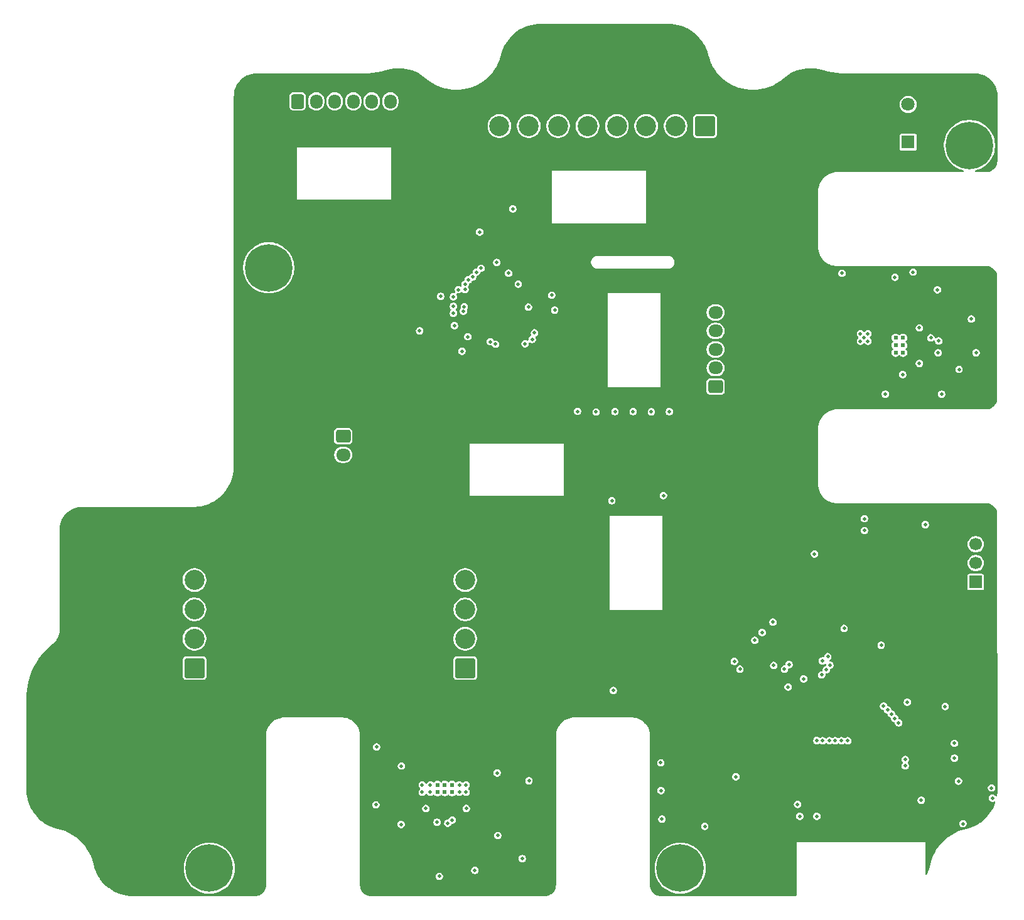
<source format=gbr>
%TF.GenerationSoftware,KiCad,Pcbnew,9.0.0*%
%TF.CreationDate,2025-04-03T12:13:19+02:00*%
%TF.ProjectId,HUB_MPE,4855425f-4d50-4452-9e6b-696361645f70,0.1*%
%TF.SameCoordinates,Original*%
%TF.FileFunction,Copper,L2,Inr*%
%TF.FilePolarity,Positive*%
%FSLAX46Y46*%
G04 Gerber Fmt 4.6, Leading zero omitted, Abs format (unit mm)*
G04 Created by KiCad (PCBNEW 9.0.0) date 2025-04-03 12:13:19*
%MOMM*%
%LPD*%
G01*
G04 APERTURE LIST*
G04 Aperture macros list*
%AMRoundRect*
0 Rectangle with rounded corners*
0 $1 Rounding radius*
0 $2 $3 $4 $5 $6 $7 $8 $9 X,Y pos of 4 corners*
0 Add a 4 corners polygon primitive as box body*
4,1,4,$2,$3,$4,$5,$6,$7,$8,$9,$2,$3,0*
0 Add four circle primitives for the rounded corners*
1,1,$1+$1,$2,$3*
1,1,$1+$1,$4,$5*
1,1,$1+$1,$6,$7*
1,1,$1+$1,$8,$9*
0 Add four rect primitives between the rounded corners*
20,1,$1+$1,$2,$3,$4,$5,0*
20,1,$1+$1,$4,$5,$6,$7,0*
20,1,$1+$1,$6,$7,$8,$9,0*
20,1,$1+$1,$8,$9,$2,$3,0*%
G04 Aperture macros list end*
%TA.AperFunction,ComponentPad*%
%ADD10C,1.800000*%
%TD*%
%TA.AperFunction,ComponentPad*%
%ADD11R,1.800000X1.800000*%
%TD*%
%TA.AperFunction,ComponentPad*%
%ADD12C,2.700000*%
%TD*%
%TA.AperFunction,ComponentPad*%
%ADD13RoundRect,0.250001X1.099999X1.099999X-1.099999X1.099999X-1.099999X-1.099999X1.099999X-1.099999X0*%
%TD*%
%TA.AperFunction,ComponentPad*%
%ADD14C,0.610000*%
%TD*%
%TA.AperFunction,ComponentPad*%
%ADD15RoundRect,0.250001X1.099999X-1.099999X1.099999X1.099999X-1.099999X1.099999X-1.099999X-1.099999X0*%
%TD*%
%TA.AperFunction,ComponentPad*%
%ADD16O,1.700000X1.950000*%
%TD*%
%TA.AperFunction,ComponentPad*%
%ADD17RoundRect,0.250000X-0.600000X-0.725000X0.600000X-0.725000X0.600000X0.725000X-0.600000X0.725000X0*%
%TD*%
%TA.AperFunction,ComponentPad*%
%ADD18O,1.950000X1.700000*%
%TD*%
%TA.AperFunction,ComponentPad*%
%ADD19RoundRect,0.250000X-0.725000X0.600000X-0.725000X-0.600000X0.725000X-0.600000X0.725000X0.600000X0*%
%TD*%
%TA.AperFunction,ComponentPad*%
%ADD20C,0.800000*%
%TD*%
%TA.AperFunction,ComponentPad*%
%ADD21C,6.400000*%
%TD*%
%TA.AperFunction,ComponentPad*%
%ADD22RoundRect,0.250000X0.725000X-0.600000X0.725000X0.600000X-0.725000X0.600000X-0.725000X-0.600000X0*%
%TD*%
%TA.AperFunction,ComponentPad*%
%ADD23C,1.700000*%
%TD*%
%TA.AperFunction,ComponentPad*%
%ADD24R,1.700000X1.700000*%
%TD*%
%TA.AperFunction,ViaPad*%
%ADD25C,0.500000*%
%TD*%
G04 APERTURE END LIST*
D10*
%TO.N,+3.3V*%
%TO.C,U1*%
X147225001Y-31960000D03*
%TO.N,GND*%
X147225001Y-34500000D03*
D11*
%TO.N,+24V*%
X147225001Y-37040000D03*
%TD*%
D12*
%TO.N,GND*%
%TO.C,J1*%
X88150001Y-34875000D03*
%TO.N,/485_ROV-*%
X92110001Y-34875000D03*
%TO.N,/485_ROV+*%
X96070001Y-34875000D03*
%TO.N,/ETH_ROV_TX+*%
X100030001Y-34875000D03*
%TO.N,/ETH_ROV_TX-*%
X103990001Y-34875000D03*
%TO.N,/ETH_ROV_RX-*%
X107950001Y-34875000D03*
%TO.N,/ETH_ROV_RX+*%
X111910001Y-34875000D03*
%TO.N,+12V*%
X115870001Y-34875000D03*
D13*
%TO.N,+24V*%
X119830001Y-34875000D03*
%TD*%
D14*
%TO.N,+24V*%
%TO.C,U6*%
X85750000Y-124750000D03*
X85750000Y-123750000D03*
X84750000Y-124750000D03*
X84750000Y-123750000D03*
X83750000Y-124750000D03*
X83750000Y-123750000D03*
%TD*%
D12*
%TO.N,GND*%
%TO.C,J6*%
X87500000Y-92160000D03*
%TO.N,/EXPOSURE*%
X87500000Y-96120000D03*
%TO.N,/485_ROV-*%
X87500000Y-100080000D03*
%TO.N,/485_ROV+*%
X87500000Y-104040000D03*
D15*
%TO.N,/+24V_FLASH2*%
X87500000Y-108000000D03*
%TD*%
D16*
%TO.N,GND*%
%TO.C,J4*%
X79900000Y-31550000D03*
%TO.N,/EXPOSURE*%
X77400000Y-31550000D03*
%TO.N,/ETH_BD3D_RX+*%
X74900000Y-31550000D03*
%TO.N,/ETH_BD3D_RX-*%
X72400000Y-31550000D03*
%TO.N,/ETH_BD3D_TX-*%
X69900000Y-31550000D03*
%TO.N,/ETH_BD3D_TX+*%
X67400000Y-31550000D03*
D17*
%TO.N,/+12V_BD3D*%
X64900000Y-31550000D03*
%TD*%
D18*
%TO.N,GND*%
%TO.C,J2*%
X71050000Y-81725000D03*
%TO.N,/PWM_LIGHT*%
X71050000Y-79225000D03*
D19*
%TO.N,/+12V_LIGHT_IPCAM*%
X71050000Y-76725000D03*
%TD*%
D12*
%TO.N,GND*%
%TO.C,J5*%
X51000000Y-92160000D03*
%TO.N,/EXPOSURE*%
X51000000Y-96120000D03*
%TO.N,/485_ROV-*%
X51000000Y-100080000D03*
%TO.N,/485_ROV+*%
X51000000Y-104040000D03*
D15*
%TO.N,/+24V_FLASH1*%
X51000000Y-108000000D03*
%TD*%
D14*
%TO.N,+12V*%
%TO.C,U5*%
X146550000Y-63450000D03*
X145550000Y-63450000D03*
X146549999Y-64450000D03*
X145550001Y-64450000D03*
X146550000Y-65450000D03*
X145550000Y-65450000D03*
%TD*%
D20*
%TO.N,unconnected-(H1-Pad1)_6*%
%TO.C,H1*%
X63400000Y-54000000D03*
%TO.N,unconnected-(H1-Pad1)*%
X62697056Y-55697056D03*
%TO.N,unconnected-(H1-Pad1)_4*%
X62697056Y-52302944D03*
%TO.N,unconnected-(H1-Pad1)_8*%
X61000000Y-56400000D03*
D21*
%TO.N,unconnected-(H1-Pad1)_7*%
X61000000Y-54000000D03*
D20*
%TO.N,unconnected-(H1-Pad1)_5*%
X61000000Y-51600000D03*
%TO.N,unconnected-(H1-Pad1)_3*%
X59302944Y-55697056D03*
%TO.N,unconnected-(H1-Pad1)_2*%
X59302944Y-52302944D03*
%TO.N,unconnected-(H1-Pad1)_1*%
X58600000Y-54000000D03*
%TD*%
%TO.N,unconnected-(H4-Pad1)_4*%
%TO.C,H4*%
X118900000Y-135000000D03*
%TO.N,unconnected-(H4-Pad1)_6*%
X118197056Y-136697056D03*
%TO.N,unconnected-(H4-Pad1)_1*%
X118197056Y-133302944D03*
%TO.N,unconnected-(H4-Pad1)_2*%
X116500000Y-137400000D03*
D21*
%TO.N,unconnected-(H4-Pad1)_8*%
X116500000Y-135000000D03*
D20*
%TO.N,unconnected-(H4-Pad1)_3*%
X116500000Y-132600000D03*
%TO.N,unconnected-(H4-Pad1)_7*%
X114802944Y-136697056D03*
%TO.N,unconnected-(H4-Pad1)*%
X114802944Y-133302944D03*
%TO.N,unconnected-(H4-Pad1)_5*%
X114100000Y-135000000D03*
%TD*%
%TO.N,unconnected-(H2-Pad1)_4*%
%TO.C,H2*%
X55400000Y-135000000D03*
%TO.N,unconnected-(H2-Pad1)_1*%
X54697056Y-136697056D03*
%TO.N,unconnected-(H2-Pad1)_8*%
X54697056Y-133302944D03*
%TO.N,unconnected-(H2-Pad1)_2*%
X53000000Y-137400000D03*
D21*
%TO.N,unconnected-(H2-Pad1)_3*%
X53000000Y-135000000D03*
D20*
%TO.N,unconnected-(H2-Pad1)*%
X53000000Y-132600000D03*
%TO.N,unconnected-(H2-Pad1)_7*%
X51302944Y-136697056D03*
%TO.N,unconnected-(H2-Pad1)_6*%
X51302944Y-133302944D03*
%TO.N,unconnected-(H2-Pad1)_5*%
X50600000Y-135000000D03*
%TD*%
%TO.N,unconnected-(H3-Pad1)_5*%
%TO.C,H3*%
X157900000Y-37500000D03*
%TO.N,unconnected-(H3-Pad1)_6*%
X157197056Y-39197056D03*
%TO.N,unconnected-(H3-Pad1)*%
X157197056Y-35802944D03*
%TO.N,unconnected-(H3-Pad1)_1*%
X155500000Y-39900000D03*
D21*
%TO.N,unconnected-(H3-Pad1)_3*%
X155500000Y-37500000D03*
D20*
%TO.N,unconnected-(H3-Pad1)_7*%
X155500000Y-35100000D03*
%TO.N,unconnected-(H3-Pad1)_2*%
X153802944Y-39197056D03*
%TO.N,unconnected-(H3-Pad1)_4*%
X153802944Y-35802944D03*
%TO.N,unconnected-(H3-Pad1)_8*%
X153100000Y-37500000D03*
%TD*%
D18*
%TO.N,GND*%
%TO.C,J3*%
X121275000Y-57525000D03*
%TO.N,/ETH_IPCAM_RX+*%
X121275000Y-60025000D03*
%TO.N,/ETH_IPCAM_RX-*%
X121275000Y-62525000D03*
%TO.N,/ETH_IPCAM_TX-*%
X121275000Y-65025000D03*
%TO.N,/ETH_IPCAM_TX+*%
X121275000Y-67525000D03*
D22*
%TO.N,/+12V_LIGHT_IPCAM*%
X121275000Y-70025000D03*
%TD*%
D23*
%TO.N,GND*%
%TO.C,J7*%
X156350000Y-88769999D03*
%TO.N,/MCU_ESP32/USB_D-*%
X156350000Y-91309999D03*
%TO.N,/MCU_ESP32/USB_D+*%
X156350000Y-93849999D03*
D24*
%TO.N,/MCU_ESP32/USB_VBUS*%
X156350000Y-96389999D03*
%TD*%
D25*
%TO.N,GND*%
X154875000Y-112460230D03*
X154875000Y-104460230D03*
X154875000Y-72460230D03*
X154875000Y-56460230D03*
X154875000Y-32460230D03*
X154875000Y-28460230D03*
X150875000Y-104460230D03*
X150875000Y-96460230D03*
X150875000Y-88460230D03*
X150875000Y-72460230D03*
X146875000Y-96460230D03*
X146875000Y-72460230D03*
X146875000Y-40460230D03*
X142875000Y-120460230D03*
X142875000Y-92460230D03*
X142875000Y-72460230D03*
X142875000Y-40460230D03*
X142875000Y-36460230D03*
X142875000Y-32460230D03*
X138875000Y-88460230D03*
X138875000Y-72460230D03*
X138875000Y-40460230D03*
X134875000Y-84460230D03*
X134875000Y-52460230D03*
X134875000Y-40460230D03*
X134875000Y-28460230D03*
X130875000Y-136460230D03*
X130875000Y-132460230D03*
X126875000Y-136460230D03*
X126875000Y-132460230D03*
X126875000Y-88460230D03*
X126875000Y-84460230D03*
X126875000Y-80460230D03*
X126875000Y-76460230D03*
X126875000Y-40460230D03*
X126875000Y-36460230D03*
X122875000Y-136460230D03*
X122875000Y-132460230D03*
X122875000Y-104460230D03*
X122875000Y-92460230D03*
X122875000Y-88460230D03*
X122875000Y-84460230D03*
X122875000Y-80460230D03*
X118875000Y-116460230D03*
X118875000Y-108460230D03*
X118875000Y-104460230D03*
X118875000Y-92460230D03*
X118875000Y-88460230D03*
X118875000Y-84460230D03*
X118875000Y-68460230D03*
X118875000Y-64460230D03*
X118875000Y-56460230D03*
X118875000Y-52460230D03*
X118875000Y-28460230D03*
X118875000Y-24460230D03*
X114875000Y-108460230D03*
X114875000Y-104460230D03*
X114875000Y-100460230D03*
X114875000Y-56460230D03*
X114875000Y-48460230D03*
X114875000Y-44460230D03*
X114875000Y-28460230D03*
X114875000Y-24460230D03*
X110875000Y-104460230D03*
X110875000Y-28460230D03*
X110875000Y-24460230D03*
X106875000Y-28460230D03*
X106875000Y-24460230D03*
X102875000Y-108460230D03*
X102875000Y-100460230D03*
X102875000Y-92460230D03*
X102875000Y-80460230D03*
X102875000Y-68460230D03*
X102875000Y-64460230D03*
X102875000Y-56460230D03*
X102875000Y-28460230D03*
X102875000Y-24460230D03*
X98875000Y-136460230D03*
X98875000Y-132460230D03*
X98875000Y-128460230D03*
X98875000Y-124460230D03*
X98875000Y-120460230D03*
X98875000Y-116460230D03*
X98875000Y-108460230D03*
X98875000Y-104460230D03*
X98875000Y-28460230D03*
X98875000Y-24460230D03*
X94875000Y-136460230D03*
X94875000Y-88460230D03*
X94875000Y-72460230D03*
X94875000Y-44460230D03*
X94875000Y-40460230D03*
X94875000Y-28460230D03*
X94875000Y-24460230D03*
X90875000Y-136460230D03*
X90875000Y-104460230D03*
X90875000Y-100460230D03*
X90875000Y-96460230D03*
X90875000Y-68460230D03*
X90875000Y-44460230D03*
X86875000Y-72460230D03*
X86875000Y-48460230D03*
X86875000Y-40460230D03*
X82875000Y-108460230D03*
X82875000Y-104460230D03*
X82875000Y-100460230D03*
X82875000Y-92460230D03*
X82875000Y-88460230D03*
X82875000Y-80460230D03*
X82875000Y-52460230D03*
X82875000Y-44460230D03*
X82875000Y-40460230D03*
X82875000Y-36460230D03*
X78875000Y-136460230D03*
X78875000Y-104460230D03*
X78875000Y-100460230D03*
X78875000Y-92460230D03*
X78875000Y-88460230D03*
X78875000Y-84460230D03*
X78875000Y-68460230D03*
X78875000Y-56460230D03*
X78875000Y-28460230D03*
X74875000Y-136460230D03*
X74875000Y-132460230D03*
X74875000Y-116460230D03*
X74875000Y-112460230D03*
X74875000Y-104460230D03*
X74875000Y-100460230D03*
X74875000Y-92460230D03*
X74875000Y-88460230D03*
X74875000Y-84460230D03*
X74875000Y-80460230D03*
X74875000Y-72460230D03*
X74875000Y-28460230D03*
X70875000Y-112460230D03*
X70875000Y-104460230D03*
X70875000Y-100460230D03*
X70875000Y-92460230D03*
X70875000Y-88460230D03*
X70875000Y-84460230D03*
X70875000Y-72460230D03*
X70875000Y-68460230D03*
X70875000Y-52460230D03*
X70875000Y-48460230D03*
X70875000Y-28460230D03*
X66875000Y-112460230D03*
X66875000Y-104460230D03*
X66875000Y-56460230D03*
X66875000Y-52460230D03*
X66875000Y-28460230D03*
X62875000Y-112460230D03*
X62875000Y-104460230D03*
X62875000Y-100460230D03*
X62875000Y-92460230D03*
X62875000Y-88460230D03*
X62875000Y-84460230D03*
X62875000Y-80460230D03*
X62875000Y-76460230D03*
X62875000Y-72460230D03*
X62875000Y-68460230D03*
X62875000Y-64460230D03*
X62875000Y-60460230D03*
X62875000Y-48460230D03*
X62875000Y-36460230D03*
X62875000Y-32460230D03*
X62875000Y-28460230D03*
X58875000Y-136460230D03*
X58875000Y-132460230D03*
X58875000Y-128460230D03*
X58875000Y-124460230D03*
X58875000Y-120460230D03*
X58875000Y-116460230D03*
X58875000Y-112460230D03*
X58875000Y-104460230D03*
X58875000Y-100460230D03*
X58875000Y-92460230D03*
X58875000Y-88460230D03*
X58875000Y-84460230D03*
X58875000Y-80460230D03*
X58875000Y-76460230D03*
X58875000Y-72460230D03*
X58875000Y-68460230D03*
X58875000Y-64460230D03*
X58875000Y-60460230D03*
X58875000Y-48460230D03*
X58875000Y-44460230D03*
X58875000Y-40460230D03*
X58875000Y-36460230D03*
X58875000Y-32460230D03*
X58875000Y-28460230D03*
X54875000Y-128460230D03*
X54875000Y-124460230D03*
X54875000Y-120460230D03*
X54875000Y-116460230D03*
X54875000Y-112460230D03*
X54875000Y-104460230D03*
X54875000Y-100460230D03*
X54875000Y-92460230D03*
X54875000Y-88460230D03*
X50875000Y-128460230D03*
X50875000Y-124460230D03*
X50875000Y-120460230D03*
X50875000Y-116460230D03*
X50875000Y-112460230D03*
X50875000Y-88460230D03*
X46875000Y-136460230D03*
X46875000Y-132460230D03*
X46875000Y-128460230D03*
X46875000Y-124460230D03*
X46875000Y-120460230D03*
X46875000Y-116460230D03*
X46875000Y-112460230D03*
X46875000Y-108460230D03*
X46875000Y-104460230D03*
X46875000Y-100460230D03*
X46875000Y-96460230D03*
X46875000Y-92460230D03*
X46875000Y-88460230D03*
X42875000Y-136460230D03*
X42875000Y-132460230D03*
X42875000Y-128460230D03*
X42875000Y-124460230D03*
X42875000Y-120460230D03*
X42875000Y-116460230D03*
X42875000Y-112460230D03*
X42875000Y-108460230D03*
X42875000Y-104460230D03*
X42875000Y-100460230D03*
X42875000Y-96460230D03*
X42875000Y-92460230D03*
X42875000Y-88460230D03*
X38875000Y-136460230D03*
X38875000Y-132460230D03*
X38875000Y-128460230D03*
X38875000Y-124460230D03*
X38875000Y-120460230D03*
X38875000Y-116460230D03*
X38875000Y-112460230D03*
X38875000Y-108460230D03*
X38875000Y-104460230D03*
X38875000Y-100460230D03*
X38875000Y-96460230D03*
X38875000Y-92460230D03*
X38875000Y-88460230D03*
X34875000Y-128460230D03*
X34875000Y-124460230D03*
X34875000Y-120460230D03*
X34875000Y-116460230D03*
X34875000Y-112460230D03*
X34875000Y-108460230D03*
X34875000Y-104460230D03*
X34875000Y-100460230D03*
X34875000Y-96460230D03*
X34875000Y-92460230D03*
X34875000Y-88460230D03*
X30875000Y-124460230D03*
X30875000Y-120460230D03*
X30875000Y-116460230D03*
X30875000Y-112460230D03*
X30875000Y-108460230D03*
%TO.N,+24V*%
X81700000Y-124750000D03*
X82800000Y-123750000D03*
X86700000Y-124750000D03*
X86700000Y-123750000D03*
X81700000Y-123750000D03*
X87625000Y-124750000D03*
X82800000Y-124750000D03*
X87625000Y-123750000D03*
%TO.N,GND*%
X85575000Y-67975000D03*
X85575000Y-67000000D03*
X129259010Y-104009010D03*
X125900000Y-93750000D03*
X91819670Y-59930330D03*
X128728680Y-104539340D03*
X86175000Y-67450000D03*
X92350000Y-60460660D03*
X92350000Y-58339340D03*
X90759010Y-58869670D03*
X131910661Y-104539340D03*
X130319670Y-104009010D03*
X91289340Y-59400000D03*
X130850000Y-104539340D03*
X92350000Y-59400000D03*
X130319670Y-102948350D03*
X130319670Y-105069670D03*
X150725000Y-64725000D03*
X93410661Y-59400000D03*
X121133983Y-94531992D03*
X91289340Y-60460660D03*
X129789340Y-103478680D03*
X92880331Y-59930330D03*
X91819670Y-58869670D03*
X130850000Y-105600000D03*
X91819670Y-57809010D03*
X91819670Y-60990990D03*
X131380331Y-104009010D03*
X131380331Y-105069670D03*
X91289340Y-58339340D03*
X130850000Y-103478680D03*
X92880331Y-58869670D03*
X129259010Y-105069670D03*
X124009132Y-126470000D03*
X129789340Y-104539340D03*
X90228680Y-59400000D03*
X129789340Y-105600000D03*
X90759010Y-59930330D03*
X130319670Y-106130330D03*
%TO.N,+3.3V*%
X131175000Y-107525000D03*
X144149999Y-71050000D03*
X96025000Y-59300000D03*
X86050000Y-61800001D03*
X95566548Y-64250000D03*
X78850000Y-129100000D03*
X91810000Y-122145000D03*
X134600000Y-92600000D03*
X94650000Y-56200000D03*
X134924132Y-128000000D03*
X132624132Y-128000000D03*
X85900000Y-59200000D03*
X90875000Y-63975000D03*
X114225000Y-84725000D03*
X127550000Y-103200000D03*
X123800000Y-107100000D03*
X91900000Y-130600000D03*
X126550000Y-104250000D03*
X87375000Y-59250000D03*
X119809132Y-129345000D03*
X99575000Y-59700000D03*
X143600000Y-104912500D03*
X149550000Y-88650000D03*
X85900000Y-60125000D03*
X151190001Y-56965000D03*
X96850000Y-62771357D03*
X129000000Y-101800000D03*
X129100000Y-107650000D03*
X124550000Y-108150000D03*
X156400001Y-65460000D03*
X107275000Y-85425000D03*
X152225000Y-113175000D03*
X145450000Y-55275000D03*
X87255000Y-59850000D03*
X151749999Y-71049999D03*
X154625000Y-129000000D03*
X87922595Y-55627405D03*
X84000000Y-136100000D03*
X133140031Y-109459969D03*
X78900000Y-121205000D03*
X89450000Y-49175000D03*
X154025000Y-123250000D03*
X123999132Y-122660000D03*
%TO.N,/Switch/AVDDL*%
X96530438Y-63669562D03*
X84198008Y-57848008D03*
X85898008Y-57900000D03*
X99175000Y-57700000D03*
X91750000Y-53275000D03*
X87075000Y-65250000D03*
X93350000Y-54725000D03*
X91600000Y-64300000D03*
%TO.N,/RESET_SWITCH*%
X93925000Y-46050000D03*
X146850000Y-120350000D03*
%TO.N,/+24V_MULTISENSE*%
X107475000Y-111025000D03*
X134925000Y-117775000D03*
%TO.N,/+12V_MULTISENSE*%
X147125000Y-112600000D03*
%TO.N,/MCU_ESP32/EN*%
X158600000Y-125550000D03*
%TO.N,/MCU_ESP32/BOOT*%
X158475001Y-124174999D03*
X149000000Y-125825000D03*
X132324132Y-126400000D03*
%TO.N,/485_ROV-*%
X113875000Y-120775000D03*
%TO.N,/485_ROV+*%
X114025000Y-128375000D03*
%TO.N,/PWM_LIGHT*%
X146850000Y-121200000D03*
%TO.N,/+12V_BD3D*%
X140800000Y-62900000D03*
X141800000Y-62900000D03*
X141800000Y-63900000D03*
X141300000Y-63400000D03*
X140800000Y-63900000D03*
%TO.N,Net-(JP1-A)*%
X113909132Y-124525000D03*
%TO.N,/Switch/P2LED*%
X107700000Y-73400000D03*
X87475000Y-56225000D03*
%TO.N,/Switch/P4LED*%
X102655000Y-73375000D03*
X86575000Y-56950000D03*
%TO.N,/Switch/P0LED*%
X112600000Y-73425000D03*
X89000000Y-54575000D03*
%TO.N,/Switch/P1LED*%
X88514823Y-55241206D03*
X110150000Y-73400000D03*
%TO.N,/Switch/P3LED*%
X87475000Y-56925003D03*
X105150000Y-73450000D03*
%TO.N,/Switch/LDIND{slash}DIS_LD*%
X89637976Y-54057877D03*
X115025000Y-73400000D03*
%TO.N,Net-(LED11-+)*%
X153475000Y-120150000D03*
%TO.N,Net-(LED12-A)*%
X153474132Y-118150000D03*
%TO.N,/MCU_ESP32/12V_EC_0*%
X143925000Y-113125000D03*
X146500000Y-68400000D03*
%TO.N,/MCU_ESP32/12V_SE*%
X154100000Y-67700000D03*
X144475000Y-113650000D03*
%TO.N,/MCU_ESP32/12V_SEL_0*%
X155750000Y-60900000D03*
X144975000Y-114200000D03*
%TO.N,/MCU_ESP32/12V_SEL_1*%
X145425000Y-114800000D03*
X147900000Y-54575000D03*
%TO.N,/MCU_ESP32/12V_EC_1*%
X138312500Y-54737500D03*
X145950000Y-115400000D03*
%TO.N,/MCU_ESP32/24V_EC_0*%
X135700000Y-117800000D03*
X75550000Y-118650000D03*
%TO.N,/MCU_ESP32/24V_SE*%
X136600000Y-117800000D03*
X75450000Y-126450000D03*
%TO.N,/MCU_ESP32/24V_SEL_0*%
X88800000Y-135300000D03*
X137400000Y-117800000D03*
%TO.N,/MCU_ESP32/24V_SEL_1*%
X95200000Y-133700000D03*
X138250000Y-117800000D03*
%TO.N,/MCU_ESP32/24V_EC_1*%
X139100000Y-117800000D03*
X96100000Y-123200000D03*
%TO.N,/Switch/IBREF*%
X81350000Y-62500000D03*
X87850000Y-63300000D03*
%TO.N,/Ethernet_Module/{slash}RST*%
X138600000Y-102650000D03*
%TO.N,/Ethernet_Module/{slash}INT*%
X136400000Y-106462500D03*
%TO.N,/Ethernet_Module/{slash}SPI-SCS*%
X135575000Y-108925000D03*
%TO.N,/Ethernet_Module/ACTLED*%
X130550000Y-108150000D03*
X141350000Y-87850000D03*
%TO.N,/Ethernet_Module/LINKLED*%
X131050000Y-110550000D03*
X141350000Y-89450000D03*
%TO.N,/Ethernet_Module/MISO*%
X136675000Y-107600000D03*
%TO.N,/Ethernet_Module/MOSI*%
X135668440Y-107031560D03*
%TO.N,/Ethernet_Module/SCLK*%
X136200000Y-108225000D03*
%TO.N,/Power_Switch/MOSFET_CTRL/OUTPUT*%
X148750000Y-66900000D03*
%TO.N,/Power_Switch/MOSFET_CTRL1/OUTPUT*%
X151275000Y-65470000D03*
%TO.N,/Power_Switch1/MOSFET_CTRL1/OUTPUT*%
X83700000Y-128800000D03*
%TO.N,/Power_Switch/MOSFET_CTRL2/OUTPUT*%
X151350000Y-63875000D03*
%TO.N,/Power_Switch1/MOSFET_CTRL2/OUTPUT*%
X85150000Y-128928015D03*
%TO.N,/Power_Switch/MOSFET_CTRL3/OUTPUT*%
X150300000Y-63450000D03*
%TO.N,/Power_Switch1/MOSFET_CTRL3/OUTPUT*%
X85750000Y-128500000D03*
%TO.N,/Power_Switch/MOSFET_CTRL4/OUTPUT*%
X148750000Y-62100000D03*
%TO.N,/Power_Switch1/MOSFET_CTRL4/OUTPUT*%
X87650000Y-126950000D03*
%TO.N,/Power_Switch1/MOSFET_CTRL/OUTPUT*%
X82200000Y-126950000D03*
%TD*%
%TA.AperFunction,Conductor*%
%TO.N,GND*%
G36*
X114944928Y-21085844D02*
G01*
X115367201Y-21102360D01*
X115376843Y-21103116D01*
X115794152Y-21152282D01*
X115803683Y-21153784D01*
X116202163Y-21232678D01*
X116215881Y-21235394D01*
X116225309Y-21237647D01*
X116629848Y-21351195D01*
X116639049Y-21354170D01*
X117033491Y-21498971D01*
X117042443Y-21502660D01*
X117424371Y-21677825D01*
X117433000Y-21682198D01*
X117735019Y-21850421D01*
X117800076Y-21886657D01*
X117808352Y-21891700D01*
X118158339Y-22124204D01*
X118166182Y-22129869D01*
X118331564Y-22259436D01*
X118496940Y-22388999D01*
X118504330Y-22395270D01*
X118647145Y-22526394D01*
X118813836Y-22679439D01*
X118820700Y-22686254D01*
X119107085Y-22993749D01*
X119113378Y-23001060D01*
X119374865Y-23329977D01*
X119380587Y-23337782D01*
X119615582Y-23686112D01*
X119620684Y-23694353D01*
X119827744Y-24059952D01*
X119832187Y-24068566D01*
X120010057Y-24449217D01*
X120013814Y-24458151D01*
X120161414Y-24851541D01*
X120164462Y-24860742D01*
X120280995Y-25264836D01*
X120282239Y-25269490D01*
X120299952Y-25341307D01*
X120338597Y-25497991D01*
X120338598Y-25497997D01*
X120485838Y-25945809D01*
X120485839Y-25945813D01*
X120485841Y-25945817D01*
X120639147Y-26314934D01*
X120666662Y-26381181D01*
X120666664Y-26381186D01*
X120880005Y-26801546D01*
X121073781Y-27120719D01*
X121124652Y-27204510D01*
X121243341Y-27370191D01*
X121399186Y-27587739D01*
X121702008Y-27949004D01*
X121702014Y-27949010D01*
X121702019Y-27949016D01*
X122031406Y-28286261D01*
X122031414Y-28286268D01*
X122031415Y-28286269D01*
X122031417Y-28286271D01*
X122385447Y-28597526D01*
X122385468Y-28597543D01*
X122762086Y-28881008D01*
X122762090Y-28881010D01*
X122762096Y-28881015D01*
X123159181Y-29135091D01*
X123574408Y-29358287D01*
X124005382Y-29549316D01*
X124171969Y-29608475D01*
X124449600Y-29707070D01*
X124449603Y-29707071D01*
X124449615Y-29707075D01*
X124904543Y-29830653D01*
X125367539Y-29919337D01*
X125835932Y-29972615D01*
X126307019Y-29990179D01*
X126778079Y-29971929D01*
X127246394Y-29917969D01*
X127709261Y-29828611D01*
X128164008Y-29704370D01*
X128608011Y-29545965D01*
X129038706Y-29354308D01*
X129038725Y-29354298D01*
X129038727Y-29354297D01*
X129453601Y-29130511D01*
X129453603Y-29130509D01*
X129453608Y-29130507D01*
X129850322Y-28875853D01*
X130226558Y-28591816D01*
X130353914Y-28479550D01*
X130353952Y-28479532D01*
X130401582Y-28437532D01*
X130405212Y-28434455D01*
X130728580Y-28170781D01*
X130736203Y-28165042D01*
X131076945Y-27928472D01*
X131084994Y-27923332D01*
X131442992Y-27713726D01*
X131451401Y-27709229D01*
X131824477Y-27527859D01*
X131833221Y-27524018D01*
X132219173Y-27371954D01*
X132228159Y-27368808D01*
X132624728Y-27246945D01*
X132633927Y-27244503D01*
X133038667Y-27153590D01*
X133048055Y-27151858D01*
X133458634Y-27092421D01*
X133468098Y-27091422D01*
X133882020Y-27063821D01*
X133891547Y-27063554D01*
X134306347Y-27067952D01*
X134315898Y-27068421D01*
X134729133Y-27104791D01*
X134738612Y-27105997D01*
X135147788Y-27174117D01*
X135157136Y-27176047D01*
X135561106Y-27275828D01*
X135565725Y-27277064D01*
X135856786Y-27361015D01*
X135856824Y-27361025D01*
X136448661Y-27502079D01*
X136448668Y-27502081D01*
X136448675Y-27502082D01*
X136448678Y-27502083D01*
X137046509Y-27615307D01*
X137648982Y-27700442D01*
X138254778Y-27757303D01*
X138862571Y-27785765D01*
X139166800Y-27785750D01*
X139232692Y-27785750D01*
X156299250Y-27785750D01*
X156305733Y-27785920D01*
X156609063Y-27801800D01*
X156621942Y-27803151D01*
X156918786Y-27850101D01*
X156931460Y-27852792D01*
X157221758Y-27930459D01*
X157234085Y-27934458D01*
X157514692Y-28041998D01*
X157526534Y-28047261D01*
X157794396Y-28183505D01*
X157805624Y-28189976D01*
X158057796Y-28353427D01*
X158068287Y-28361034D01*
X158302028Y-28549914D01*
X158311668Y-28558575D01*
X158524410Y-28770808D01*
X158533094Y-28780428D01*
X158722537Y-29013723D01*
X158730169Y-29024195D01*
X158894221Y-29275973D01*
X158900715Y-29287179D01*
X159037600Y-29554714D01*
X159042892Y-29566544D01*
X159151104Y-29846897D01*
X159155132Y-29859213D01*
X159233496Y-30149330D01*
X159236217Y-30162001D01*
X159283872Y-30458707D01*
X159285256Y-30471592D01*
X159301827Y-30774234D01*
X159302011Y-30781615D01*
X159259212Y-39591873D01*
X159259211Y-39591884D01*
X159259196Y-39594919D01*
X159258836Y-39603774D01*
X159243486Y-39804222D01*
X159240873Y-39821752D01*
X159198076Y-40013603D01*
X159192992Y-40030580D01*
X159123275Y-40214391D01*
X159115821Y-40230470D01*
X159020622Y-40402445D01*
X159010953Y-40417298D01*
X158892201Y-40573957D01*
X158880513Y-40587279D01*
X158740645Y-40725405D01*
X158727177Y-40736925D01*
X158569048Y-40853699D01*
X158554075Y-40863182D01*
X158380910Y-40956221D01*
X158364739Y-40963472D01*
X158180075Y-41030878D01*
X158163035Y-41035749D01*
X157970660Y-41076138D01*
X157953099Y-41078531D01*
X157752492Y-41091365D01*
X157743629Y-41091614D01*
X157687840Y-41091188D01*
X157682167Y-41091145D01*
X157682166Y-41091145D01*
X157678888Y-41091120D01*
X157670577Y-41091633D01*
X156382518Y-41091633D01*
X156315479Y-41071948D01*
X156269724Y-41019144D01*
X156259780Y-40949986D01*
X156288805Y-40886430D01*
X156346521Y-40848972D01*
X156663840Y-40752716D01*
X156977058Y-40622977D01*
X157276051Y-40463162D01*
X157557939Y-40274810D01*
X157820009Y-40059735D01*
X158059735Y-39820009D01*
X158274810Y-39557939D01*
X158463162Y-39276051D01*
X158622977Y-38977058D01*
X158752716Y-38663840D01*
X158851129Y-38339414D01*
X158917270Y-38006904D01*
X158950500Y-37669512D01*
X158950500Y-37330488D01*
X158917270Y-36993096D01*
X158851129Y-36660586D01*
X158752716Y-36336160D01*
X158622977Y-36022942D01*
X158566700Y-35917656D01*
X158463168Y-35723960D01*
X158463167Y-35723958D01*
X158463162Y-35723949D01*
X158274810Y-35442061D01*
X158059735Y-35179991D01*
X158059734Y-35179990D01*
X158059730Y-35179985D01*
X157820014Y-34940269D01*
X157557944Y-34725194D01*
X157557943Y-34725193D01*
X157557939Y-34725190D01*
X157276051Y-34536838D01*
X157276046Y-34536835D01*
X157276039Y-34536831D01*
X156977065Y-34377026D01*
X156977060Y-34377024D01*
X156663841Y-34247284D01*
X156473382Y-34189509D01*
X156339414Y-34148871D01*
X156339411Y-34148870D01*
X156339410Y-34148870D01*
X156006901Y-34082729D01*
X155769199Y-34059318D01*
X155669512Y-34049500D01*
X155330488Y-34049500D01*
X155239738Y-34058437D01*
X154993098Y-34082729D01*
X154660589Y-34148870D01*
X154336158Y-34247284D01*
X154022939Y-34377024D01*
X154022934Y-34377026D01*
X153723960Y-34536831D01*
X153723942Y-34536842D01*
X153442069Y-34725184D01*
X153442055Y-34725194D01*
X153179985Y-34940269D01*
X152940269Y-35179985D01*
X152725194Y-35442055D01*
X152725184Y-35442069D01*
X152536842Y-35723942D01*
X152536831Y-35723960D01*
X152377026Y-36022934D01*
X152377024Y-36022939D01*
X152247284Y-36336158D01*
X152148870Y-36660589D01*
X152082729Y-36993098D01*
X152058437Y-37239738D01*
X152049500Y-37330488D01*
X152049500Y-37669512D01*
X152061417Y-37790510D01*
X152082729Y-38006901D01*
X152148870Y-38339410D01*
X152247284Y-38663841D01*
X152377024Y-38977060D01*
X152377026Y-38977065D01*
X152536831Y-39276039D01*
X152536842Y-39276057D01*
X152725184Y-39557930D01*
X152725194Y-39557944D01*
X152940269Y-39820014D01*
X153179985Y-40059730D01*
X153179990Y-40059734D01*
X153179991Y-40059735D01*
X153442061Y-40274810D01*
X153723949Y-40463162D01*
X153723958Y-40463167D01*
X153723960Y-40463168D01*
X154022934Y-40622973D01*
X154022936Y-40622973D01*
X154022942Y-40622977D01*
X154336160Y-40752716D01*
X154653478Y-40848972D01*
X154711916Y-40887270D01*
X154740372Y-40951082D01*
X154729812Y-41020149D01*
X154683588Y-41072542D01*
X154617482Y-41091633D01*
X137672029Y-41091633D01*
X137669867Y-41091074D01*
X137606143Y-41091633D01*
X137539672Y-41091633D01*
X137530506Y-41092272D01*
X137453569Y-41092921D01*
X137155240Y-41131597D01*
X136863709Y-41205752D01*
X136863702Y-41205754D01*
X136583158Y-41314320D01*
X136317635Y-41455739D01*
X136070990Y-41627959D01*
X135846774Y-41828494D01*
X135846764Y-41828504D01*
X135648198Y-42054475D01*
X135478149Y-42302620D01*
X135339065Y-42569369D01*
X135232963Y-42850853D01*
X135161365Y-43143029D01*
X135125307Y-43441683D01*
X135125307Y-43441685D01*
X135125307Y-43441688D01*
X135125357Y-43592100D01*
X135125357Y-51200891D01*
X135124875Y-51202746D01*
X135125357Y-51266776D01*
X135125357Y-51334256D01*
X135125902Y-51342147D01*
X135126460Y-51419166D01*
X135126461Y-51419170D01*
X135164828Y-51717797D01*
X135164829Y-51717802D01*
X135238742Y-52009660D01*
X135238744Y-52009664D01*
X135347138Y-52290556D01*
X135470652Y-52522939D01*
X135488445Y-52556415D01*
X135660625Y-52803403D01*
X135861190Y-53027953D01*
X136087245Y-53226822D01*
X136335523Y-53397136D01*
X136602440Y-53536437D01*
X136602448Y-53536440D01*
X136884126Y-53642707D01*
X136884132Y-53642709D01*
X136884140Y-53642712D01*
X136884143Y-53642712D01*
X136884147Y-53642714D01*
X136986178Y-53667736D01*
X137176554Y-53714426D01*
X137475460Y-53750544D01*
X137626000Y-53750500D01*
X137691892Y-53750500D01*
X157684108Y-53750500D01*
X157745572Y-53750500D01*
X157754418Y-53750816D01*
X157954561Y-53765130D01*
X157972063Y-53767647D01*
X158163797Y-53809355D01*
X158180755Y-53814334D01*
X158315760Y-53864689D01*
X158364609Y-53882909D01*
X158380701Y-53890259D01*
X158552904Y-53984288D01*
X158567784Y-53993849D01*
X158724867Y-54111441D01*
X158738237Y-54123027D01*
X158876972Y-54261762D01*
X158888558Y-54275132D01*
X159004628Y-54430183D01*
X159006146Y-54432210D01*
X159015711Y-54447095D01*
X159109740Y-54619298D01*
X159117090Y-54635390D01*
X159185662Y-54819236D01*
X159190646Y-54836212D01*
X159232351Y-55027931D01*
X159234869Y-55045442D01*
X159249184Y-55245580D01*
X159249500Y-55254427D01*
X159249500Y-71587625D01*
X159249180Y-71596523D01*
X159234707Y-71797692D01*
X159232163Y-71815291D01*
X159190015Y-72007980D01*
X159184980Y-72025034D01*
X159115709Y-72209701D01*
X159108285Y-72225860D01*
X159013309Y-72398724D01*
X159003651Y-72413655D01*
X158884923Y-72571160D01*
X158873229Y-72584555D01*
X158733197Y-72723455D01*
X158719706Y-72735041D01*
X158561242Y-72852485D01*
X158546233Y-72862022D01*
X158372608Y-72955588D01*
X158356389Y-72962879D01*
X158171157Y-73030651D01*
X158154063Y-73035548D01*
X157961049Y-73076128D01*
X157943429Y-73078530D01*
X157742157Y-73091366D01*
X157733264Y-73091613D01*
X157668785Y-73091092D01*
X157659997Y-73091633D01*
X137672029Y-73091633D01*
X137669867Y-73091074D01*
X137606143Y-73091633D01*
X137539672Y-73091633D01*
X137530506Y-73092272D01*
X137453569Y-73092921D01*
X137155240Y-73131597D01*
X136863709Y-73205752D01*
X136863702Y-73205754D01*
X136583158Y-73314320D01*
X136317635Y-73455739D01*
X136070990Y-73627959D01*
X135846774Y-73828494D01*
X135846764Y-73828504D01*
X135648198Y-74054475D01*
X135478149Y-74302620D01*
X135339065Y-74569369D01*
X135232963Y-74850853D01*
X135161365Y-75143029D01*
X135125307Y-75441683D01*
X135125307Y-75441685D01*
X135125307Y-75441688D01*
X135125357Y-75592100D01*
X135125357Y-83200891D01*
X135124875Y-83202746D01*
X135125357Y-83266776D01*
X135125357Y-83334256D01*
X135125902Y-83342147D01*
X135126460Y-83419166D01*
X135126461Y-83419170D01*
X135164828Y-83717797D01*
X135164829Y-83717802D01*
X135238742Y-84009660D01*
X135238744Y-84009664D01*
X135347138Y-84290556D01*
X135414709Y-84417686D01*
X135488445Y-84556415D01*
X135660625Y-84803403D01*
X135861190Y-85027953D01*
X136087245Y-85226822D01*
X136335523Y-85397136D01*
X136602440Y-85536437D01*
X136602448Y-85536440D01*
X136884126Y-85642707D01*
X136884132Y-85642709D01*
X136884140Y-85642712D01*
X136884143Y-85642712D01*
X136884147Y-85642714D01*
X136986178Y-85667736D01*
X137176554Y-85714426D01*
X137475460Y-85750544D01*
X137626000Y-85750500D01*
X137691892Y-85750500D01*
X157686808Y-85750500D01*
X157748262Y-85750500D01*
X157757124Y-85750817D01*
X157957618Y-85765182D01*
X157975156Y-85767708D01*
X158167209Y-85809563D01*
X158184203Y-85814562D01*
X158368322Y-85883368D01*
X158384438Y-85890742D01*
X158556872Y-85985096D01*
X158571772Y-85994693D01*
X158728990Y-86112664D01*
X158742370Y-86124288D01*
X158881160Y-86263465D01*
X158892744Y-86276873D01*
X159010282Y-86434424D01*
X159019831Y-86449340D01*
X159113710Y-86622045D01*
X159121036Y-86638173D01*
X159189331Y-86822489D01*
X159194285Y-86839506D01*
X159235604Y-87031664D01*
X159238082Y-87049214D01*
X159251888Y-87249742D01*
X159252181Y-87258601D01*
X159251996Y-87325464D01*
X159252291Y-87330013D01*
X159301995Y-124352658D01*
X159301897Y-124357760D01*
X159284744Y-124788317D01*
X159283957Y-124798170D01*
X159235330Y-125202972D01*
X159207790Y-125267185D01*
X159149906Y-125306316D01*
X159080055Y-125307940D01*
X159020415Y-125271542D01*
X159004827Y-125250181D01*
X159000500Y-125242686D01*
X158907314Y-125149500D01*
X158806137Y-125091085D01*
X158793187Y-125083608D01*
X158729539Y-125066554D01*
X158665892Y-125049500D01*
X158534108Y-125049500D01*
X158406812Y-125083608D01*
X158292686Y-125149500D01*
X158292683Y-125149502D01*
X158199502Y-125242683D01*
X158199500Y-125242686D01*
X158133608Y-125356812D01*
X158133127Y-125358608D01*
X158099500Y-125484108D01*
X158099500Y-125615892D01*
X158110844Y-125658229D01*
X158133608Y-125743187D01*
X158166554Y-125800250D01*
X158199500Y-125857314D01*
X158292686Y-125950500D01*
X158377560Y-125999502D01*
X158406810Y-126016390D01*
X158406814Y-126016392D01*
X158534108Y-126050500D01*
X158534110Y-126050500D01*
X158665890Y-126050500D01*
X158665892Y-126050500D01*
X158793186Y-126016392D01*
X158819437Y-126001235D01*
X158887335Y-125984761D01*
X158953363Y-126007611D01*
X158996555Y-126062531D01*
X159003199Y-126132084D01*
X158997544Y-126152160D01*
X158872539Y-126485513D01*
X158868702Y-126494622D01*
X158686772Y-126882572D01*
X158682222Y-126891347D01*
X158469965Y-127263582D01*
X158464730Y-127271967D01*
X158223499Y-127626110D01*
X158217613Y-127634051D01*
X157948946Y-127967848D01*
X157942446Y-127975296D01*
X157648032Y-128286643D01*
X157640960Y-128293548D01*
X157322695Y-128580445D01*
X157315095Y-128586766D01*
X156974981Y-128847408D01*
X156966902Y-128853103D01*
X156607101Y-129085829D01*
X156598593Y-129090862D01*
X156221419Y-129294179D01*
X156212538Y-129298519D01*
X155820359Y-129471151D01*
X155811161Y-129474770D01*
X155406461Y-129615621D01*
X155397003Y-129618495D01*
X154979809Y-129727330D01*
X154975021Y-129728478D01*
X154747312Y-129778318D01*
X154295648Y-129913756D01*
X154295631Y-129913762D01*
X153855601Y-130083092D01*
X153855588Y-130083097D01*
X153429661Y-130285364D01*
X153020310Y-130519399D01*
X152629935Y-130783827D01*
X152629931Y-130783830D01*
X152260760Y-131077143D01*
X152260745Y-131077156D01*
X151914911Y-131397657D01*
X151594411Y-131743496D01*
X151594402Y-131743506D01*
X151301102Y-132112670D01*
X151301093Y-132112682D01*
X151036658Y-132503074D01*
X150802640Y-132912407D01*
X150600376Y-133338338D01*
X150431036Y-133778407D01*
X150431033Y-133778418D01*
X150295612Y-134230039D01*
X150295601Y-134230081D01*
X150260950Y-134388395D01*
X150260951Y-134388396D01*
X150259297Y-134395951D01*
X150259284Y-134395978D01*
X150247897Y-134448032D01*
X150246025Y-134456589D01*
X150245736Y-134457913D01*
X150244588Y-134462701D01*
X150136236Y-134878241D01*
X150133375Y-134887665D01*
X149993197Y-135290961D01*
X149989596Y-135300127D01*
X149817872Y-135690990D01*
X149813556Y-135699842D01*
X149757342Y-135804375D01*
X149708254Y-135854096D01*
X149640078Y-135869384D01*
X149574458Y-135845387D01*
X149532230Y-135789722D01*
X149524132Y-135745646D01*
X149524132Y-131500000D01*
X132174132Y-131500000D01*
X132174132Y-138660750D01*
X132154447Y-138727789D01*
X132101643Y-138773544D01*
X132050132Y-138784750D01*
X113982149Y-138784750D01*
X113973877Y-138784749D01*
X113973867Y-138784747D01*
X113925736Y-138784749D01*
X113912390Y-138784749D01*
X113912389Y-138784748D01*
X113903552Y-138784433D01*
X113703414Y-138770128D01*
X113685900Y-138767611D01*
X113685679Y-138767563D01*
X113494169Y-138725910D01*
X113477193Y-138720926D01*
X113293346Y-138652361D01*
X113277254Y-138645012D01*
X113160482Y-138581253D01*
X113105041Y-138550981D01*
X113090156Y-138541416D01*
X112933069Y-138423824D01*
X112919698Y-138412237D01*
X112780962Y-138273501D01*
X112769375Y-138260130D01*
X112651783Y-138103043D01*
X112642218Y-138088158D01*
X112610711Y-138030455D01*
X112548184Y-137915939D01*
X112540842Y-137899862D01*
X112472271Y-137716000D01*
X112467291Y-137699039D01*
X112425586Y-137507287D01*
X112423072Y-137489792D01*
X112408765Y-137289644D01*
X112408450Y-137280954D01*
X112408450Y-137280872D01*
X112408453Y-137219333D01*
X112408376Y-137219047D01*
X112408367Y-137210726D01*
X112408374Y-137210699D01*
X112408367Y-137210579D01*
X112408367Y-134830491D01*
X113049500Y-134830491D01*
X113049500Y-135169508D01*
X113082729Y-135506901D01*
X113148870Y-135839410D01*
X113148871Y-135839414D01*
X113189509Y-135973382D01*
X113247284Y-136163841D01*
X113248134Y-136165892D01*
X113367366Y-136453745D01*
X113377024Y-136477060D01*
X113377026Y-136477065D01*
X113536831Y-136776039D01*
X113536842Y-136776057D01*
X113725184Y-137057930D01*
X113725194Y-137057944D01*
X113940269Y-137320014D01*
X114179985Y-137559730D01*
X114179990Y-137559734D01*
X114179991Y-137559735D01*
X114442061Y-137774810D01*
X114723949Y-137963162D01*
X114723958Y-137963167D01*
X114723960Y-137963168D01*
X115022934Y-138122973D01*
X115022936Y-138122973D01*
X115022942Y-138122977D01*
X115336160Y-138252716D01*
X115660586Y-138351129D01*
X115993096Y-138417270D01*
X116330488Y-138450500D01*
X116330491Y-138450500D01*
X116669509Y-138450500D01*
X116669512Y-138450500D01*
X117006904Y-138417270D01*
X117339414Y-138351129D01*
X117663840Y-138252716D01*
X117977058Y-138122977D01*
X118276051Y-137963162D01*
X118557939Y-137774810D01*
X118820009Y-137559735D01*
X119059735Y-137320009D01*
X119274810Y-137057939D01*
X119463162Y-136776051D01*
X119622977Y-136477058D01*
X119752716Y-136163840D01*
X119851129Y-135839414D01*
X119917270Y-135506904D01*
X119950500Y-135169512D01*
X119950500Y-134830488D01*
X119917270Y-134493096D01*
X119851129Y-134160586D01*
X119752716Y-133836160D01*
X119622977Y-133522942D01*
X119614356Y-133506814D01*
X119463168Y-133223960D01*
X119463167Y-133223958D01*
X119463162Y-133223949D01*
X119274810Y-132942061D01*
X119059735Y-132679991D01*
X119059734Y-132679990D01*
X119059730Y-132679985D01*
X118820014Y-132440269D01*
X118557944Y-132225194D01*
X118557943Y-132225193D01*
X118557939Y-132225190D01*
X118276051Y-132036838D01*
X118276046Y-132036835D01*
X118276039Y-132036831D01*
X117977065Y-131877026D01*
X117977060Y-131877024D01*
X117663841Y-131747284D01*
X117473382Y-131689509D01*
X117339414Y-131648871D01*
X117339411Y-131648870D01*
X117339410Y-131648870D01*
X117006901Y-131582729D01*
X116769199Y-131559318D01*
X116669512Y-131549500D01*
X116330488Y-131549500D01*
X116239738Y-131558437D01*
X115993098Y-131582729D01*
X115660589Y-131648870D01*
X115336158Y-131747284D01*
X115022939Y-131877024D01*
X115022934Y-131877026D01*
X114723960Y-132036831D01*
X114723942Y-132036842D01*
X114442069Y-132225184D01*
X114442055Y-132225194D01*
X114179985Y-132440269D01*
X113940269Y-132679985D01*
X113725194Y-132942055D01*
X113725184Y-132942069D01*
X113536842Y-133223942D01*
X113536831Y-133223960D01*
X113377026Y-133522934D01*
X113377024Y-133522939D01*
X113247284Y-133836158D01*
X113148870Y-134160589D01*
X113082729Y-134493098D01*
X113049500Y-134830491D01*
X112408367Y-134830491D01*
X112408367Y-129279108D01*
X119308632Y-129279108D01*
X119308632Y-129410891D01*
X119342740Y-129538187D01*
X119375686Y-129595250D01*
X119408632Y-129652314D01*
X119501818Y-129745500D01*
X119615946Y-129811392D01*
X119743240Y-129845500D01*
X119743242Y-129845500D01*
X119875022Y-129845500D01*
X119875024Y-129845500D01*
X120002318Y-129811392D01*
X120116446Y-129745500D01*
X120209632Y-129652314D01*
X120275524Y-129538186D01*
X120309632Y-129410892D01*
X120309632Y-129279108D01*
X120275524Y-129151814D01*
X120209632Y-129037686D01*
X120116446Y-128944500D01*
X120098447Y-128934108D01*
X154124500Y-128934108D01*
X154124500Y-129065892D01*
X154139320Y-129121201D01*
X154158608Y-129193187D01*
X154182939Y-129235328D01*
X154224500Y-129307314D01*
X154317686Y-129400500D01*
X154431814Y-129466392D01*
X154559108Y-129500500D01*
X154559110Y-129500500D01*
X154690890Y-129500500D01*
X154690892Y-129500500D01*
X154818186Y-129466392D01*
X154932314Y-129400500D01*
X155025500Y-129307314D01*
X155091392Y-129193186D01*
X155125500Y-129065892D01*
X155125500Y-128934108D01*
X155091392Y-128806814D01*
X155025500Y-128692686D01*
X154932314Y-128599500D01*
X154874100Y-128565890D01*
X154818187Y-128533608D01*
X154754539Y-128516554D01*
X154690892Y-128499500D01*
X154559108Y-128499500D01*
X154431812Y-128533608D01*
X154317686Y-128599500D01*
X154317683Y-128599502D01*
X154224502Y-128692683D01*
X154224500Y-128692686D01*
X154158608Y-128806812D01*
X154142778Y-128865892D01*
X154124500Y-128934108D01*
X120098447Y-128934108D01*
X120040236Y-128900500D01*
X120002319Y-128878608D01*
X119897110Y-128850418D01*
X119875024Y-128844500D01*
X119743240Y-128844500D01*
X119615944Y-128878608D01*
X119501818Y-128944500D01*
X119501815Y-128944502D01*
X119408634Y-129037683D01*
X119408632Y-129037686D01*
X119342740Y-129151812D01*
X119308632Y-129279108D01*
X112408367Y-129279108D01*
X112408367Y-128309108D01*
X113524500Y-128309108D01*
X113524500Y-128440892D01*
X113540472Y-128500500D01*
X113558608Y-128568187D01*
X113569335Y-128586766D01*
X113624500Y-128682314D01*
X113717686Y-128775500D01*
X113831814Y-128841392D01*
X113959108Y-128875500D01*
X113959110Y-128875500D01*
X114090890Y-128875500D01*
X114090892Y-128875500D01*
X114218186Y-128841392D01*
X114332314Y-128775500D01*
X114425500Y-128682314D01*
X114491392Y-128568186D01*
X114525500Y-128440892D01*
X114525500Y-128309108D01*
X114491392Y-128181814D01*
X114425500Y-128067686D01*
X114332314Y-127974500D01*
X114262353Y-127934108D01*
X132123632Y-127934108D01*
X132123632Y-128065891D01*
X132157740Y-128193187D01*
X132185113Y-128240597D01*
X132223632Y-128307314D01*
X132316818Y-128400500D01*
X132430946Y-128466392D01*
X132558240Y-128500500D01*
X132558242Y-128500500D01*
X132690022Y-128500500D01*
X132690024Y-128500500D01*
X132817318Y-128466392D01*
X132931446Y-128400500D01*
X133024632Y-128307314D01*
X133090524Y-128193186D01*
X133124632Y-128065892D01*
X133124632Y-127934108D01*
X134423632Y-127934108D01*
X134423632Y-128065891D01*
X134457740Y-128193187D01*
X134485113Y-128240597D01*
X134523632Y-128307314D01*
X134616818Y-128400500D01*
X134730946Y-128466392D01*
X134858240Y-128500500D01*
X134858242Y-128500500D01*
X134990022Y-128500500D01*
X134990024Y-128500500D01*
X135117318Y-128466392D01*
X135231446Y-128400500D01*
X135324632Y-128307314D01*
X135390524Y-128193186D01*
X135424632Y-128065892D01*
X135424632Y-127934108D01*
X135390524Y-127806814D01*
X135324632Y-127692686D01*
X135231446Y-127599500D01*
X135174382Y-127566554D01*
X135117319Y-127533608D01*
X135053671Y-127516554D01*
X134990024Y-127499500D01*
X134858240Y-127499500D01*
X134730944Y-127533608D01*
X134616818Y-127599500D01*
X134616815Y-127599502D01*
X134523634Y-127692683D01*
X134523632Y-127692686D01*
X134457740Y-127806812D01*
X134423632Y-127934108D01*
X133124632Y-127934108D01*
X133090524Y-127806814D01*
X133024632Y-127692686D01*
X132931446Y-127599500D01*
X132874382Y-127566554D01*
X132817319Y-127533608D01*
X132753671Y-127516554D01*
X132690024Y-127499500D01*
X132558240Y-127499500D01*
X132430944Y-127533608D01*
X132316818Y-127599500D01*
X132316815Y-127599502D01*
X132223634Y-127692683D01*
X132223632Y-127692686D01*
X132157740Y-127806812D01*
X132123632Y-127934108D01*
X114262353Y-127934108D01*
X114218187Y-127908608D01*
X114154539Y-127891554D01*
X114090892Y-127874500D01*
X113959108Y-127874500D01*
X113831812Y-127908608D01*
X113717686Y-127974500D01*
X113717683Y-127974502D01*
X113624502Y-128067683D01*
X113624500Y-128067686D01*
X113558608Y-128181812D01*
X113542857Y-128240597D01*
X113524500Y-128309108D01*
X112408367Y-128309108D01*
X112408367Y-126334108D01*
X131823632Y-126334108D01*
X131823632Y-126465892D01*
X131831330Y-126494622D01*
X131857740Y-126593187D01*
X131886317Y-126642683D01*
X131923632Y-126707314D01*
X132016818Y-126800500D01*
X132130946Y-126866392D01*
X132258240Y-126900500D01*
X132258242Y-126900500D01*
X132390022Y-126900500D01*
X132390024Y-126900500D01*
X132517318Y-126866392D01*
X132631446Y-126800500D01*
X132724632Y-126707314D01*
X132790524Y-126593186D01*
X132824632Y-126465892D01*
X132824632Y-126334108D01*
X132790524Y-126206814D01*
X132724632Y-126092686D01*
X132631446Y-125999500D01*
X132544844Y-125949500D01*
X132517319Y-125933608D01*
X132453671Y-125916554D01*
X132390024Y-125899500D01*
X132258240Y-125899500D01*
X132130944Y-125933608D01*
X132016818Y-125999500D01*
X132016815Y-125999502D01*
X131923634Y-126092683D01*
X131923632Y-126092686D01*
X131857740Y-126206812D01*
X131825939Y-126325499D01*
X131823632Y-126334108D01*
X112408367Y-126334108D01*
X112408367Y-125759108D01*
X148499500Y-125759108D01*
X148499500Y-125890892D01*
X148515472Y-125950500D01*
X148533608Y-126018187D01*
X148559211Y-126062531D01*
X148599500Y-126132314D01*
X148692686Y-126225500D01*
X148806814Y-126291392D01*
X148934108Y-126325500D01*
X148934110Y-126325500D01*
X149065890Y-126325500D01*
X149065892Y-126325500D01*
X149193186Y-126291392D01*
X149307314Y-126225500D01*
X149400500Y-126132314D01*
X149466392Y-126018186D01*
X149500500Y-125890892D01*
X149500500Y-125759108D01*
X149466392Y-125631814D01*
X149400500Y-125517686D01*
X149307314Y-125424500D01*
X149250250Y-125391554D01*
X149193187Y-125358608D01*
X149129539Y-125341554D01*
X149065892Y-125324500D01*
X148934108Y-125324500D01*
X148806812Y-125358608D01*
X148692686Y-125424500D01*
X148692683Y-125424502D01*
X148599502Y-125517683D01*
X148599500Y-125517686D01*
X148533608Y-125631812D01*
X148503766Y-125743186D01*
X148499500Y-125759108D01*
X112408367Y-125759108D01*
X112408367Y-124459108D01*
X113408632Y-124459108D01*
X113408632Y-124590891D01*
X113442740Y-124718187D01*
X113475686Y-124775250D01*
X113508632Y-124832314D01*
X113601818Y-124925500D01*
X113715946Y-124991392D01*
X113843240Y-125025500D01*
X113843242Y-125025500D01*
X113975022Y-125025500D01*
X113975024Y-125025500D01*
X114102318Y-124991392D01*
X114216446Y-124925500D01*
X114309632Y-124832314D01*
X114375524Y-124718186D01*
X114409632Y-124590892D01*
X114409632Y-124459108D01*
X114375524Y-124331814D01*
X114309632Y-124217686D01*
X114216446Y-124124500D01*
X114189785Y-124109107D01*
X157974501Y-124109107D01*
X157974501Y-124240890D01*
X158008609Y-124368186D01*
X158038761Y-124420410D01*
X158074501Y-124482313D01*
X158167687Y-124575499D01*
X158281815Y-124641391D01*
X158409109Y-124675499D01*
X158409111Y-124675499D01*
X158540891Y-124675499D01*
X158540893Y-124675499D01*
X158668187Y-124641391D01*
X158782315Y-124575499D01*
X158875501Y-124482313D01*
X158941393Y-124368185D01*
X158975501Y-124240891D01*
X158975501Y-124109107D01*
X158941393Y-123981813D01*
X158875501Y-123867685D01*
X158782315Y-123774499D01*
X158725251Y-123741553D01*
X158668188Y-123708607D01*
X158576762Y-123684110D01*
X158540893Y-123674499D01*
X158409109Y-123674499D01*
X158281813Y-123708607D01*
X158167687Y-123774499D01*
X158167684Y-123774501D01*
X158074503Y-123867682D01*
X158074501Y-123867685D01*
X158008609Y-123981811D01*
X157974501Y-124109107D01*
X114189785Y-124109107D01*
X114158570Y-124091085D01*
X114102319Y-124058608D01*
X114038671Y-124041554D01*
X113975024Y-124024500D01*
X113843240Y-124024500D01*
X113715944Y-124058608D01*
X113601818Y-124124500D01*
X113601815Y-124124502D01*
X113508634Y-124217683D01*
X113508632Y-124217686D01*
X113442740Y-124331812D01*
X113408632Y-124459108D01*
X112408367Y-124459108D01*
X112408367Y-123184108D01*
X153524500Y-123184108D01*
X153524500Y-123315891D01*
X153558608Y-123443187D01*
X153591554Y-123500250D01*
X153624500Y-123557314D01*
X153717686Y-123650500D01*
X153831814Y-123716392D01*
X153959108Y-123750500D01*
X153959110Y-123750500D01*
X154090890Y-123750500D01*
X154090892Y-123750500D01*
X154218186Y-123716392D01*
X154332314Y-123650500D01*
X154425500Y-123557314D01*
X154491392Y-123443186D01*
X154525500Y-123315892D01*
X154525500Y-123184108D01*
X154491392Y-123056814D01*
X154425500Y-122942686D01*
X154332314Y-122849500D01*
X154275250Y-122816554D01*
X154218187Y-122783608D01*
X154154539Y-122766554D01*
X154090892Y-122749500D01*
X153959108Y-122749500D01*
X153831812Y-122783608D01*
X153717686Y-122849500D01*
X153717683Y-122849502D01*
X153624502Y-122942683D01*
X153624500Y-122942686D01*
X153558608Y-123056812D01*
X153524500Y-123184108D01*
X112408367Y-123184108D01*
X112408367Y-122594108D01*
X123498632Y-122594108D01*
X123498632Y-122725892D01*
X123504958Y-122749500D01*
X123532740Y-122853187D01*
X123555545Y-122892686D01*
X123598632Y-122967314D01*
X123691818Y-123060500D01*
X123790653Y-123117563D01*
X123805942Y-123126390D01*
X123805946Y-123126392D01*
X123933240Y-123160500D01*
X123933242Y-123160500D01*
X124065022Y-123160500D01*
X124065024Y-123160500D01*
X124192318Y-123126392D01*
X124306446Y-123060500D01*
X124399632Y-122967314D01*
X124465524Y-122853186D01*
X124499632Y-122725892D01*
X124499632Y-122594108D01*
X124465524Y-122466814D01*
X124399632Y-122352686D01*
X124306446Y-122259500D01*
X124222253Y-122210891D01*
X124192319Y-122193608D01*
X124128671Y-122176554D01*
X124065024Y-122159500D01*
X123933240Y-122159500D01*
X123805944Y-122193608D01*
X123691818Y-122259500D01*
X123691815Y-122259502D01*
X123598634Y-122352683D01*
X123598632Y-122352686D01*
X123532740Y-122466812D01*
X123511656Y-122545500D01*
X123498632Y-122594108D01*
X112408367Y-122594108D01*
X112408367Y-120709108D01*
X113374500Y-120709108D01*
X113374500Y-120840891D01*
X113408608Y-120968187D01*
X113433797Y-121011814D01*
X113474500Y-121082314D01*
X113567686Y-121175500D01*
X113681814Y-121241392D01*
X113809108Y-121275500D01*
X113809110Y-121275500D01*
X113940890Y-121275500D01*
X113940892Y-121275500D01*
X114068186Y-121241392D01*
X114182314Y-121175500D01*
X114275500Y-121082314D01*
X114341392Y-120968186D01*
X114375500Y-120840892D01*
X114375500Y-120709108D01*
X114341392Y-120581814D01*
X114275500Y-120467686D01*
X114182314Y-120374500D01*
X114134079Y-120346651D01*
X114068187Y-120308608D01*
X113976757Y-120284110D01*
X113976750Y-120284108D01*
X146349500Y-120284108D01*
X146349500Y-120415892D01*
X146363377Y-120467683D01*
X146383608Y-120543187D01*
X146405909Y-120581812D01*
X146449500Y-120657314D01*
X146449502Y-120657316D01*
X146479505Y-120687319D01*
X146512990Y-120748642D01*
X146508006Y-120818334D01*
X146479505Y-120862681D01*
X146449502Y-120892683D01*
X146449500Y-120892686D01*
X146383608Y-121006812D01*
X146382268Y-121011814D01*
X146349500Y-121134108D01*
X146349500Y-121265892D01*
X146366554Y-121329539D01*
X146383608Y-121393187D01*
X146386495Y-121398187D01*
X146449500Y-121507314D01*
X146542686Y-121600500D01*
X146656814Y-121666392D01*
X146784108Y-121700500D01*
X146784110Y-121700500D01*
X146915890Y-121700500D01*
X146915892Y-121700500D01*
X147043186Y-121666392D01*
X147157314Y-121600500D01*
X147250500Y-121507314D01*
X147316392Y-121393186D01*
X147350500Y-121265892D01*
X147350500Y-121134108D01*
X147316392Y-121006814D01*
X147250500Y-120892686D01*
X147220495Y-120862681D01*
X147187010Y-120801358D01*
X147191994Y-120731666D01*
X147220495Y-120687319D01*
X147250500Y-120657314D01*
X147316392Y-120543186D01*
X147350500Y-120415892D01*
X147350500Y-120284108D01*
X147316392Y-120156814D01*
X147316389Y-120156808D01*
X147305520Y-120137982D01*
X147305519Y-120137981D01*
X147274415Y-120084108D01*
X152974500Y-120084108D01*
X152974500Y-120215891D01*
X153008608Y-120343187D01*
X153026687Y-120374500D01*
X153074500Y-120457314D01*
X153167686Y-120550500D01*
X153281814Y-120616392D01*
X153409108Y-120650500D01*
X153409110Y-120650500D01*
X153540890Y-120650500D01*
X153540892Y-120650500D01*
X153668186Y-120616392D01*
X153782314Y-120550500D01*
X153875500Y-120457314D01*
X153941392Y-120343186D01*
X153975500Y-120215892D01*
X153975500Y-120084108D01*
X153941392Y-119956814D01*
X153875500Y-119842686D01*
X153782314Y-119749500D01*
X153725250Y-119716554D01*
X153668187Y-119683608D01*
X153604539Y-119666554D01*
X153540892Y-119649500D01*
X153409108Y-119649500D01*
X153281812Y-119683608D01*
X153167686Y-119749500D01*
X153167683Y-119749502D01*
X153074502Y-119842683D01*
X153074500Y-119842686D01*
X153008608Y-119956812D01*
X152974500Y-120084108D01*
X147274415Y-120084108D01*
X147250500Y-120042686D01*
X147157314Y-119949500D01*
X147100250Y-119916554D01*
X147043187Y-119883608D01*
X146979539Y-119866554D01*
X146915892Y-119849500D01*
X146784108Y-119849500D01*
X146656812Y-119883608D01*
X146542686Y-119949500D01*
X146542683Y-119949502D01*
X146449502Y-120042683D01*
X146449500Y-120042686D01*
X146383608Y-120156812D01*
X146367778Y-120215892D01*
X146349500Y-120284108D01*
X113976750Y-120284108D01*
X113940892Y-120274500D01*
X113809108Y-120274500D01*
X113681812Y-120308608D01*
X113567686Y-120374500D01*
X113567683Y-120374502D01*
X113474502Y-120467683D01*
X113474500Y-120467686D01*
X113408608Y-120581812D01*
X113374500Y-120709108D01*
X112408367Y-120709108D01*
X112408367Y-117709108D01*
X134424500Y-117709108D01*
X134424500Y-117840892D01*
X134431199Y-117865892D01*
X134458608Y-117968187D01*
X134473043Y-117993188D01*
X134524500Y-118082314D01*
X134617686Y-118175500D01*
X134731814Y-118241392D01*
X134859108Y-118275500D01*
X134859110Y-118275500D01*
X134990890Y-118275500D01*
X134990892Y-118275500D01*
X135118186Y-118241392D01*
X135232314Y-118175500D01*
X135232317Y-118175496D01*
X135235734Y-118173524D01*
X135303634Y-118157051D01*
X135369661Y-118179903D01*
X135385416Y-118193230D01*
X135392686Y-118200500D01*
X135506814Y-118266392D01*
X135634108Y-118300500D01*
X135634110Y-118300500D01*
X135765890Y-118300500D01*
X135765892Y-118300500D01*
X135893186Y-118266392D01*
X136007314Y-118200500D01*
X136062319Y-118145495D01*
X136123642Y-118112010D01*
X136193334Y-118116994D01*
X136237681Y-118145495D01*
X136292686Y-118200500D01*
X136406814Y-118266392D01*
X136534108Y-118300500D01*
X136534110Y-118300500D01*
X136665890Y-118300500D01*
X136665892Y-118300500D01*
X136793186Y-118266392D01*
X136907314Y-118200500D01*
X136912319Y-118195495D01*
X136973642Y-118162010D01*
X137043334Y-118166994D01*
X137087681Y-118195495D01*
X137092686Y-118200500D01*
X137206814Y-118266392D01*
X137334108Y-118300500D01*
X137334110Y-118300500D01*
X137465890Y-118300500D01*
X137465892Y-118300500D01*
X137593186Y-118266392D01*
X137707314Y-118200500D01*
X137737319Y-118170495D01*
X137798642Y-118137010D01*
X137868334Y-118141994D01*
X137912681Y-118170495D01*
X137942686Y-118200500D01*
X138056814Y-118266392D01*
X138184108Y-118300500D01*
X138184110Y-118300500D01*
X138315890Y-118300500D01*
X138315892Y-118300500D01*
X138443186Y-118266392D01*
X138557314Y-118200500D01*
X138587319Y-118170495D01*
X138648642Y-118137010D01*
X138718334Y-118141994D01*
X138762681Y-118170495D01*
X138792686Y-118200500D01*
X138906814Y-118266392D01*
X139034108Y-118300500D01*
X139034110Y-118300500D01*
X139165890Y-118300500D01*
X139165892Y-118300500D01*
X139293186Y-118266392D01*
X139407314Y-118200500D01*
X139500500Y-118107314D01*
X139513898Y-118084108D01*
X152973632Y-118084108D01*
X152973632Y-118215892D01*
X152989604Y-118275500D01*
X153007740Y-118343187D01*
X153040686Y-118400250D01*
X153073632Y-118457314D01*
X153166818Y-118550500D01*
X153280946Y-118616392D01*
X153408240Y-118650500D01*
X153408242Y-118650500D01*
X153540022Y-118650500D01*
X153540024Y-118650500D01*
X153667318Y-118616392D01*
X153781446Y-118550500D01*
X153874632Y-118457314D01*
X153940524Y-118343186D01*
X153974632Y-118215892D01*
X153974632Y-118084108D01*
X153940524Y-117956814D01*
X153874632Y-117842686D01*
X153781446Y-117749500D01*
X153711485Y-117709108D01*
X153667319Y-117683608D01*
X153603671Y-117666554D01*
X153540024Y-117649500D01*
X153408240Y-117649500D01*
X153280944Y-117683608D01*
X153166818Y-117749500D01*
X153166815Y-117749502D01*
X153073634Y-117842683D01*
X153073632Y-117842686D01*
X153007740Y-117956812D01*
X152992422Y-118013981D01*
X152973632Y-118084108D01*
X139513898Y-118084108D01*
X139566392Y-117993186D01*
X139600500Y-117865892D01*
X139600500Y-117734108D01*
X139566392Y-117606814D01*
X139500500Y-117492686D01*
X139407314Y-117399500D01*
X139350250Y-117366554D01*
X139293187Y-117333608D01*
X139229539Y-117316554D01*
X139165892Y-117299500D01*
X139034108Y-117299500D01*
X138906812Y-117333608D01*
X138792686Y-117399500D01*
X138792683Y-117399502D01*
X138762681Y-117429505D01*
X138701358Y-117462990D01*
X138631666Y-117458006D01*
X138587319Y-117429505D01*
X138557316Y-117399502D01*
X138557314Y-117399500D01*
X138500250Y-117366554D01*
X138443187Y-117333608D01*
X138379539Y-117316554D01*
X138315892Y-117299500D01*
X138184108Y-117299500D01*
X138056812Y-117333608D01*
X137942686Y-117399500D01*
X137942683Y-117399502D01*
X137912681Y-117429505D01*
X137851358Y-117462990D01*
X137781666Y-117458006D01*
X137737319Y-117429505D01*
X137707316Y-117399502D01*
X137707314Y-117399500D01*
X137650250Y-117366554D01*
X137593187Y-117333608D01*
X137529539Y-117316554D01*
X137465892Y-117299500D01*
X137334108Y-117299500D01*
X137206812Y-117333608D01*
X137092686Y-117399500D01*
X137092683Y-117399502D01*
X137087681Y-117404505D01*
X137026358Y-117437990D01*
X136956666Y-117433006D01*
X136912319Y-117404505D01*
X136907316Y-117399502D01*
X136907314Y-117399500D01*
X136850250Y-117366554D01*
X136793187Y-117333608D01*
X136729539Y-117316554D01*
X136665892Y-117299500D01*
X136534108Y-117299500D01*
X136406812Y-117333608D01*
X136292686Y-117399500D01*
X136292683Y-117399502D01*
X136237681Y-117454505D01*
X136176358Y-117487990D01*
X136106666Y-117483006D01*
X136062319Y-117454505D01*
X136007316Y-117399502D01*
X136007314Y-117399500D01*
X135950250Y-117366554D01*
X135893187Y-117333608D01*
X135829539Y-117316554D01*
X135765892Y-117299500D01*
X135634108Y-117299500D01*
X135506814Y-117333608D01*
X135506813Y-117333608D01*
X135506811Y-117333609D01*
X135506810Y-117333609D01*
X135389264Y-117401475D01*
X135321364Y-117417948D01*
X135255337Y-117395095D01*
X135239583Y-117381769D01*
X135232316Y-117374502D01*
X135232314Y-117374500D01*
X135161487Y-117333608D01*
X135118187Y-117308608D01*
X135054539Y-117291554D01*
X134990892Y-117274500D01*
X134859108Y-117274500D01*
X134731812Y-117308608D01*
X134617686Y-117374500D01*
X134617683Y-117374502D01*
X134524502Y-117467683D01*
X134524500Y-117467686D01*
X134458608Y-117581812D01*
X134451909Y-117606814D01*
X134424500Y-117709108D01*
X112408367Y-117709108D01*
X112408367Y-117215499D01*
X112408697Y-117214242D01*
X112408367Y-117149719D01*
X112408367Y-117085011D01*
X112408367Y-117080083D01*
X112407998Y-117074674D01*
X112407621Y-116997591D01*
X112401366Y-116948029D01*
X112369869Y-116698448D01*
X112369868Y-116698447D01*
X112369868Y-116698441D01*
X112296447Y-116405994D01*
X112188420Y-116124486D01*
X112188419Y-116124485D01*
X112188418Y-116124481D01*
X112188416Y-116124478D01*
X112047355Y-115857998D01*
X112047350Y-115857991D01*
X111875291Y-115610387D01*
X111875289Y-115610384D01*
X111753685Y-115473878D01*
X111674726Y-115385243D01*
X111674723Y-115385241D01*
X111674722Y-115385239D01*
X111674721Y-115385238D01*
X111448570Y-115185834D01*
X111448559Y-115185826D01*
X111334339Y-115107316D01*
X111200078Y-115015030D01*
X110932873Y-114875324D01*
X110650819Y-114768735D01*
X110650817Y-114768734D01*
X110650816Y-114768734D01*
X110358003Y-114696805D01*
X110058656Y-114660577D01*
X109907900Y-114660607D01*
X102310371Y-114660607D01*
X102309768Y-114660447D01*
X102244689Y-114660607D01*
X102172702Y-114660607D01*
X102170094Y-114660780D01*
X102095323Y-114660957D01*
X102092860Y-114660963D01*
X101939009Y-114679997D01*
X101793109Y-114698047D01*
X101793102Y-114698049D01*
X101500008Y-114770935D01*
X101499997Y-114770938D01*
X101217807Y-114878568D01*
X101217797Y-114878572D01*
X100950603Y-115019384D01*
X100702290Y-115191335D01*
X100579854Y-115300093D01*
X100476480Y-115391918D01*
X100476478Y-115391920D01*
X100476476Y-115391922D01*
X100476467Y-115391931D01*
X100276450Y-115618219D01*
X100105108Y-115866953D01*
X99964952Y-116134489D01*
X99964951Y-116134490D01*
X99858006Y-116416962D01*
X99858005Y-116416965D01*
X99785837Y-116710238D01*
X99785836Y-116710243D01*
X99785836Y-116710245D01*
X99751001Y-116997591D01*
X99749486Y-117010085D01*
X99749500Y-117161100D01*
X99749500Y-137280872D01*
X99749184Y-137289719D01*
X99734869Y-137489847D01*
X99732351Y-137507359D01*
X99690644Y-137699078D01*
X99685659Y-137716054D01*
X99617093Y-137899881D01*
X99609743Y-137915975D01*
X99515711Y-138088175D01*
X99506146Y-138103059D01*
X99388565Y-138260122D01*
X99376978Y-138273492D01*
X99238233Y-138412230D01*
X99224862Y-138423816D01*
X99067799Y-138541385D01*
X99052914Y-138550950D01*
X98880707Y-138644975D01*
X98864619Y-138652322D01*
X98699248Y-138713995D01*
X98680781Y-138720882D01*
X98663805Y-138725865D01*
X98472084Y-138767563D01*
X98454579Y-138770079D01*
X98286806Y-138782071D01*
X98253745Y-138784434D01*
X98244901Y-138784749D01*
X98198565Y-138784747D01*
X98184133Y-138784747D01*
X98184132Y-138784747D01*
X98175893Y-138784747D01*
X98175849Y-138784750D01*
X74812328Y-138784750D01*
X74803482Y-138784434D01*
X74787824Y-138783314D01*
X74603345Y-138770119D01*
X74585833Y-138767601D01*
X74394107Y-138725892D01*
X74377131Y-138720907D01*
X74193294Y-138652337D01*
X74177200Y-138644987D01*
X74146401Y-138628169D01*
X74004998Y-138550954D01*
X73990114Y-138541388D01*
X73833045Y-138423802D01*
X73819675Y-138412216D01*
X73680935Y-138273469D01*
X73669349Y-138260098D01*
X73551770Y-138103022D01*
X73542205Y-138088137D01*
X73510768Y-138030559D01*
X73448176Y-137915921D01*
X73440832Y-137899839D01*
X73372269Y-137715993D01*
X73367286Y-137699019D01*
X73325589Y-137507299D01*
X73325585Y-137507284D01*
X73323071Y-137489785D01*
X73308765Y-137289644D01*
X73308450Y-137280955D01*
X73308450Y-137280872D01*
X73308453Y-137219333D01*
X73308376Y-137219047D01*
X73308367Y-137210726D01*
X73308374Y-137210699D01*
X73308367Y-137210579D01*
X73308367Y-136034108D01*
X83499500Y-136034108D01*
X83499500Y-136165892D01*
X83516554Y-136229539D01*
X83533608Y-136293187D01*
X83566554Y-136350250D01*
X83599500Y-136407314D01*
X83692686Y-136500500D01*
X83806814Y-136566392D01*
X83934108Y-136600500D01*
X83934110Y-136600500D01*
X84065890Y-136600500D01*
X84065892Y-136600500D01*
X84193186Y-136566392D01*
X84307314Y-136500500D01*
X84400500Y-136407314D01*
X84466392Y-136293186D01*
X84500500Y-136165892D01*
X84500500Y-136034108D01*
X84466392Y-135906814D01*
X84400500Y-135792686D01*
X84307314Y-135699500D01*
X84250250Y-135666554D01*
X84193187Y-135633608D01*
X84129539Y-135616554D01*
X84065892Y-135599500D01*
X83934108Y-135599500D01*
X83806812Y-135633608D01*
X83692686Y-135699500D01*
X83692683Y-135699502D01*
X83599502Y-135792683D01*
X83599500Y-135792686D01*
X83533608Y-135906812D01*
X83499500Y-136034108D01*
X73308367Y-136034108D01*
X73308367Y-135234108D01*
X88299500Y-135234108D01*
X88299500Y-135365891D01*
X88333608Y-135493187D01*
X88341526Y-135506901D01*
X88399500Y-135607314D01*
X88492686Y-135700500D01*
X88606814Y-135766392D01*
X88734108Y-135800500D01*
X88734110Y-135800500D01*
X88865890Y-135800500D01*
X88865892Y-135800500D01*
X88993186Y-135766392D01*
X89107314Y-135700500D01*
X89200500Y-135607314D01*
X89266392Y-135493186D01*
X89300500Y-135365892D01*
X89300500Y-135234108D01*
X89266392Y-135106814D01*
X89200500Y-134992686D01*
X89107314Y-134899500D01*
X89036730Y-134858748D01*
X88993187Y-134833608D01*
X88929539Y-134816554D01*
X88865892Y-134799500D01*
X88734108Y-134799500D01*
X88606812Y-134833608D01*
X88492686Y-134899500D01*
X88492683Y-134899502D01*
X88399502Y-134992683D01*
X88399500Y-134992686D01*
X88333608Y-135106812D01*
X88299500Y-135234108D01*
X73308367Y-135234108D01*
X73308367Y-133634108D01*
X94699500Y-133634108D01*
X94699500Y-133765892D01*
X94702861Y-133778435D01*
X94733608Y-133893187D01*
X94766554Y-133950250D01*
X94799500Y-134007314D01*
X94892686Y-134100500D01*
X95006814Y-134166392D01*
X95134108Y-134200500D01*
X95134110Y-134200500D01*
X95265890Y-134200500D01*
X95265892Y-134200500D01*
X95393186Y-134166392D01*
X95507314Y-134100500D01*
X95600500Y-134007314D01*
X95666392Y-133893186D01*
X95700500Y-133765892D01*
X95700500Y-133634108D01*
X95666392Y-133506814D01*
X95600500Y-133392686D01*
X95507314Y-133299500D01*
X95450250Y-133266554D01*
X95393187Y-133233608D01*
X95329539Y-133216554D01*
X95265892Y-133199500D01*
X95134108Y-133199500D01*
X95006812Y-133233608D01*
X94892686Y-133299500D01*
X94892683Y-133299502D01*
X94799502Y-133392683D01*
X94799500Y-133392686D01*
X94733608Y-133506812D01*
X94699500Y-133634108D01*
X73308367Y-133634108D01*
X73308367Y-130534108D01*
X91399500Y-130534108D01*
X91399500Y-130665892D01*
X91410193Y-130705798D01*
X91433608Y-130793187D01*
X91445051Y-130813006D01*
X91499500Y-130907314D01*
X91592686Y-131000500D01*
X91706814Y-131066392D01*
X91834108Y-131100500D01*
X91834110Y-131100500D01*
X91965890Y-131100500D01*
X91965892Y-131100500D01*
X92093186Y-131066392D01*
X92207314Y-131000500D01*
X92300500Y-130907314D01*
X92366392Y-130793186D01*
X92400500Y-130665892D01*
X92400500Y-130534108D01*
X92366392Y-130406814D01*
X92300500Y-130292686D01*
X92207314Y-130199500D01*
X92150250Y-130166554D01*
X92093187Y-130133608D01*
X92029539Y-130116554D01*
X91965892Y-130099500D01*
X91834108Y-130099500D01*
X91706812Y-130133608D01*
X91592686Y-130199500D01*
X91592683Y-130199502D01*
X91499502Y-130292683D01*
X91499500Y-130292686D01*
X91433608Y-130406812D01*
X91405109Y-130513175D01*
X91399500Y-130534108D01*
X73308367Y-130534108D01*
X73308367Y-129034108D01*
X78349500Y-129034108D01*
X78349500Y-129165891D01*
X78383608Y-129293187D01*
X78404005Y-129328515D01*
X78449500Y-129407314D01*
X78542686Y-129500500D01*
X78656814Y-129566392D01*
X78784108Y-129600500D01*
X78784110Y-129600500D01*
X78915890Y-129600500D01*
X78915892Y-129600500D01*
X79043186Y-129566392D01*
X79157314Y-129500500D01*
X79250500Y-129407314D01*
X79316392Y-129293186D01*
X79350500Y-129165892D01*
X79350500Y-129034108D01*
X79316392Y-128906814D01*
X79292764Y-128865890D01*
X79250503Y-128792691D01*
X79250502Y-128792690D01*
X79250500Y-128792686D01*
X79191922Y-128734108D01*
X83199500Y-128734108D01*
X83199500Y-128865892D01*
X83202907Y-128878608D01*
X83233608Y-128993187D01*
X83259298Y-129037683D01*
X83299500Y-129107314D01*
X83392686Y-129200500D01*
X83506814Y-129266392D01*
X83634108Y-129300500D01*
X83634110Y-129300500D01*
X83765890Y-129300500D01*
X83765892Y-129300500D01*
X83893186Y-129266392D01*
X84007314Y-129200500D01*
X84100500Y-129107314D01*
X84166392Y-128993186D01*
X84200500Y-128865892D01*
X84200500Y-128862123D01*
X84649500Y-128862123D01*
X84649500Y-128993907D01*
X84666554Y-129057554D01*
X84683608Y-129121202D01*
X84701281Y-129151812D01*
X84749500Y-129235329D01*
X84842686Y-129328515D01*
X84956814Y-129394407D01*
X85084108Y-129428515D01*
X85084110Y-129428515D01*
X85215890Y-129428515D01*
X85215892Y-129428515D01*
X85343186Y-129394407D01*
X85457314Y-129328515D01*
X85550500Y-129235329D01*
X85616392Y-129121201D01*
X85624107Y-129092404D01*
X85660472Y-129032746D01*
X85723319Y-129002217D01*
X85743882Y-129000500D01*
X85815890Y-129000500D01*
X85815892Y-129000500D01*
X85943186Y-128966392D01*
X86057314Y-128900500D01*
X86150500Y-128807314D01*
X86216392Y-128693186D01*
X86250500Y-128565892D01*
X86250500Y-128434108D01*
X86216392Y-128306814D01*
X86150500Y-128192686D01*
X86057314Y-128099500D01*
X85999100Y-128065890D01*
X85943187Y-128033608D01*
X85879539Y-128016554D01*
X85815892Y-127999500D01*
X85684108Y-127999500D01*
X85556812Y-128033608D01*
X85442686Y-128099500D01*
X85442683Y-128099502D01*
X85349502Y-128192683D01*
X85349500Y-128192686D01*
X85321839Y-128240597D01*
X85283608Y-128306814D01*
X85275892Y-128335610D01*
X85239528Y-128395269D01*
X85176681Y-128425798D01*
X85156118Y-128427515D01*
X85084108Y-128427515D01*
X84956812Y-128461623D01*
X84842686Y-128527515D01*
X84842683Y-128527517D01*
X84749502Y-128620698D01*
X84749500Y-128620701D01*
X84683608Y-128734827D01*
X84672710Y-128775500D01*
X84649500Y-128862123D01*
X84200500Y-128862123D01*
X84200500Y-128734108D01*
X84166392Y-128606814D01*
X84100500Y-128492686D01*
X84007314Y-128399500D01*
X83950250Y-128366554D01*
X83893187Y-128333608D01*
X83801757Y-128309110D01*
X83765892Y-128299500D01*
X83634108Y-128299500D01*
X83506812Y-128333608D01*
X83392686Y-128399500D01*
X83392683Y-128399502D01*
X83299502Y-128492683D01*
X83299500Y-128492686D01*
X83233608Y-128606812D01*
X83199500Y-128734108D01*
X79191922Y-128734108D01*
X79157314Y-128699500D01*
X79100250Y-128666554D01*
X79043187Y-128633608D01*
X78943188Y-128606814D01*
X78915892Y-128599500D01*
X78784108Y-128599500D01*
X78656812Y-128633608D01*
X78542686Y-128699500D01*
X78542683Y-128699502D01*
X78449502Y-128792683D01*
X78449500Y-128792686D01*
X78383608Y-128906812D01*
X78349500Y-129034108D01*
X73308367Y-129034108D01*
X73308367Y-126384108D01*
X74949500Y-126384108D01*
X74949500Y-126515892D01*
X74950034Y-126517885D01*
X74983608Y-126643187D01*
X75016554Y-126700250D01*
X75049500Y-126757314D01*
X75142686Y-126850500D01*
X75256814Y-126916392D01*
X75384108Y-126950500D01*
X75384110Y-126950500D01*
X75515890Y-126950500D01*
X75515892Y-126950500D01*
X75643186Y-126916392D01*
X75699103Y-126884108D01*
X81699500Y-126884108D01*
X81699500Y-127015891D01*
X81733608Y-127143187D01*
X81766554Y-127200250D01*
X81799500Y-127257314D01*
X81892686Y-127350500D01*
X81991521Y-127407563D01*
X82002253Y-127413759D01*
X82006814Y-127416392D01*
X82134108Y-127450500D01*
X82134110Y-127450500D01*
X82265890Y-127450500D01*
X82265892Y-127450500D01*
X82393186Y-127416392D01*
X82507314Y-127350500D01*
X82600500Y-127257314D01*
X82666392Y-127143186D01*
X82700500Y-127015892D01*
X82700500Y-126884108D01*
X87149500Y-126884108D01*
X87149500Y-127015891D01*
X87183608Y-127143187D01*
X87216554Y-127200250D01*
X87249500Y-127257314D01*
X87342686Y-127350500D01*
X87441521Y-127407563D01*
X87452253Y-127413759D01*
X87456814Y-127416392D01*
X87584108Y-127450500D01*
X87584110Y-127450500D01*
X87715890Y-127450500D01*
X87715892Y-127450500D01*
X87843186Y-127416392D01*
X87957314Y-127350500D01*
X88050500Y-127257314D01*
X88116392Y-127143186D01*
X88150500Y-127015892D01*
X88150500Y-126884108D01*
X88116392Y-126756814D01*
X88050500Y-126642686D01*
X87957314Y-126549500D01*
X87899100Y-126515890D01*
X87843187Y-126483608D01*
X87777061Y-126465890D01*
X87715892Y-126449500D01*
X87584108Y-126449500D01*
X87456812Y-126483608D01*
X87342686Y-126549500D01*
X87342683Y-126549502D01*
X87249502Y-126642683D01*
X87249500Y-126642686D01*
X87183608Y-126756812D01*
X87149500Y-126884108D01*
X82700500Y-126884108D01*
X82666392Y-126756814D01*
X82600500Y-126642686D01*
X82507314Y-126549500D01*
X82449100Y-126515890D01*
X82393187Y-126483608D01*
X82327061Y-126465890D01*
X82265892Y-126449500D01*
X82134108Y-126449500D01*
X82006812Y-126483608D01*
X81892686Y-126549500D01*
X81892683Y-126549502D01*
X81799502Y-126642683D01*
X81799500Y-126642686D01*
X81733608Y-126756812D01*
X81699500Y-126884108D01*
X75699103Y-126884108D01*
X75757314Y-126850500D01*
X75850500Y-126757314D01*
X75916392Y-126643186D01*
X75950500Y-126515892D01*
X75950500Y-126384108D01*
X75916392Y-126256814D01*
X75850500Y-126142686D01*
X75757314Y-126049500D01*
X75699966Y-126016390D01*
X75643187Y-125983608D01*
X75579539Y-125966554D01*
X75515892Y-125949500D01*
X75384108Y-125949500D01*
X75256812Y-125983608D01*
X75142686Y-126049500D01*
X75142683Y-126049502D01*
X75049502Y-126142683D01*
X75049500Y-126142686D01*
X74983608Y-126256812D01*
X74974343Y-126291391D01*
X74949500Y-126384108D01*
X73308367Y-126384108D01*
X73308367Y-123684108D01*
X81199500Y-123684108D01*
X81199500Y-123815891D01*
X81233608Y-123943187D01*
X81255908Y-123981811D01*
X81299500Y-124057314D01*
X81299502Y-124057316D01*
X81392687Y-124150501D01*
X81394158Y-124151630D01*
X81395083Y-124152897D01*
X81398433Y-124156247D01*
X81397910Y-124156769D01*
X81435356Y-124208060D01*
X81439506Y-124277807D01*
X81405289Y-124338725D01*
X81394158Y-124348370D01*
X81392687Y-124349498D01*
X81299502Y-124442683D01*
X81299500Y-124442686D01*
X81233608Y-124556812D01*
X81199500Y-124684108D01*
X81199500Y-124815891D01*
X81233608Y-124943187D01*
X81256753Y-124983275D01*
X81299500Y-125057314D01*
X81392686Y-125150500D01*
X81506814Y-125216392D01*
X81634108Y-125250500D01*
X81634110Y-125250500D01*
X81765890Y-125250500D01*
X81765892Y-125250500D01*
X81893186Y-125216392D01*
X82007314Y-125150500D01*
X82100500Y-125057314D01*
X82142613Y-124984371D01*
X82193180Y-124936156D01*
X82261787Y-124922933D01*
X82326652Y-124948901D01*
X82357386Y-124984371D01*
X82399500Y-125057314D01*
X82492686Y-125150500D01*
X82606814Y-125216392D01*
X82734108Y-125250500D01*
X82734110Y-125250500D01*
X82865890Y-125250500D01*
X82865892Y-125250500D01*
X82993186Y-125216392D01*
X83107314Y-125150500D01*
X83148429Y-125109384D01*
X83209750Y-125075900D01*
X83279441Y-125080884D01*
X83323790Y-125109385D01*
X83408915Y-125194510D01*
X83497951Y-125245915D01*
X83535581Y-125267641D01*
X83535582Y-125267641D01*
X83535585Y-125267643D01*
X83676867Y-125305500D01*
X83676870Y-125305500D01*
X83823130Y-125305500D01*
X83823133Y-125305500D01*
X83964415Y-125267643D01*
X84091085Y-125194510D01*
X84162319Y-125123276D01*
X84223642Y-125089791D01*
X84293334Y-125094775D01*
X84337681Y-125123276D01*
X84408915Y-125194510D01*
X84497951Y-125245915D01*
X84535581Y-125267641D01*
X84535582Y-125267641D01*
X84535585Y-125267643D01*
X84676867Y-125305500D01*
X84676870Y-125305500D01*
X84823130Y-125305500D01*
X84823133Y-125305500D01*
X84964415Y-125267643D01*
X85091085Y-125194510D01*
X85162319Y-125123276D01*
X85223642Y-125089791D01*
X85293334Y-125094775D01*
X85337681Y-125123276D01*
X85408915Y-125194510D01*
X85497951Y-125245915D01*
X85535581Y-125267641D01*
X85535582Y-125267641D01*
X85535585Y-125267643D01*
X85676867Y-125305500D01*
X85676870Y-125305500D01*
X85823130Y-125305500D01*
X85823133Y-125305500D01*
X85964415Y-125267643D01*
X86091085Y-125194510D01*
X86176212Y-125109382D01*
X86237531Y-125075900D01*
X86307223Y-125080884D01*
X86351571Y-125109385D01*
X86392686Y-125150500D01*
X86506814Y-125216392D01*
X86634108Y-125250500D01*
X86634110Y-125250500D01*
X86765890Y-125250500D01*
X86765892Y-125250500D01*
X86893186Y-125216392D01*
X87007314Y-125150500D01*
X87074819Y-125082995D01*
X87136142Y-125049510D01*
X87205834Y-125054494D01*
X87250181Y-125082995D01*
X87317686Y-125150500D01*
X87431814Y-125216392D01*
X87559108Y-125250500D01*
X87559110Y-125250500D01*
X87690890Y-125250500D01*
X87690892Y-125250500D01*
X87818186Y-125216392D01*
X87932314Y-125150500D01*
X88025500Y-125057314D01*
X88091392Y-124943186D01*
X88125500Y-124815892D01*
X88125500Y-124684108D01*
X88091392Y-124556814D01*
X88087499Y-124550072D01*
X88061492Y-124505026D01*
X88025500Y-124442686D01*
X87932314Y-124349500D01*
X87932311Y-124349498D01*
X87930847Y-124348375D01*
X87929921Y-124347107D01*
X87926567Y-124343753D01*
X87927090Y-124343229D01*
X87889645Y-124291947D01*
X87885491Y-124222201D01*
X87919704Y-124161281D01*
X87930847Y-124151625D01*
X87932306Y-124150504D01*
X87932314Y-124150500D01*
X88025500Y-124057314D01*
X88091392Y-123943186D01*
X88125500Y-123815892D01*
X88125500Y-123684108D01*
X88091392Y-123556814D01*
X88087499Y-123550072D01*
X88062813Y-123507314D01*
X88025500Y-123442686D01*
X87932314Y-123349500D01*
X87856085Y-123305489D01*
X87818187Y-123283608D01*
X87752061Y-123265890D01*
X87690892Y-123249500D01*
X87559108Y-123249500D01*
X87431812Y-123283608D01*
X87317686Y-123349500D01*
X87317683Y-123349502D01*
X87250181Y-123417005D01*
X87188858Y-123450490D01*
X87119166Y-123445506D01*
X87074819Y-123417005D01*
X87007316Y-123349502D01*
X87007314Y-123349500D01*
X86931085Y-123305489D01*
X86893187Y-123283608D01*
X86827061Y-123265890D01*
X86765892Y-123249500D01*
X86634108Y-123249500D01*
X86506812Y-123283608D01*
X86392686Y-123349500D01*
X86392682Y-123349503D01*
X86351570Y-123390615D01*
X86290247Y-123424099D01*
X86220555Y-123419114D01*
X86176209Y-123390614D01*
X86091087Y-123305492D01*
X86091085Y-123305490D01*
X86053184Y-123283608D01*
X85964418Y-123232358D01*
X85964419Y-123232358D01*
X85952831Y-123229253D01*
X85823133Y-123194500D01*
X85676867Y-123194500D01*
X85547168Y-123229253D01*
X85535581Y-123232358D01*
X85408918Y-123305488D01*
X85408912Y-123305492D01*
X85337681Y-123376724D01*
X85276358Y-123410209D01*
X85206666Y-123405225D01*
X85162319Y-123376724D01*
X85091087Y-123305492D01*
X85091085Y-123305490D01*
X85053184Y-123283608D01*
X84964418Y-123232358D01*
X84964419Y-123232358D01*
X84952831Y-123229253D01*
X84823133Y-123194500D01*
X84676867Y-123194500D01*
X84547168Y-123229253D01*
X84535581Y-123232358D01*
X84408918Y-123305488D01*
X84408912Y-123305492D01*
X84337681Y-123376724D01*
X84276358Y-123410209D01*
X84206666Y-123405225D01*
X84162319Y-123376724D01*
X84091087Y-123305492D01*
X84091085Y-123305490D01*
X84053184Y-123283608D01*
X83964418Y-123232358D01*
X83964419Y-123232358D01*
X83952831Y-123229253D01*
X83823133Y-123194500D01*
X83676867Y-123194500D01*
X83547168Y-123229253D01*
X83535581Y-123232358D01*
X83408918Y-123305488D01*
X83408916Y-123305489D01*
X83323790Y-123390615D01*
X83262466Y-123424099D01*
X83192775Y-123419115D01*
X83148428Y-123390614D01*
X83107316Y-123349502D01*
X83107314Y-123349500D01*
X83031085Y-123305489D01*
X82993187Y-123283608D01*
X82927061Y-123265890D01*
X82865892Y-123249500D01*
X82734108Y-123249500D01*
X82606812Y-123283608D01*
X82492686Y-123349500D01*
X82492683Y-123349502D01*
X82399502Y-123442683D01*
X82399500Y-123442686D01*
X82362188Y-123507313D01*
X82357387Y-123515628D01*
X82306820Y-123563843D01*
X82238212Y-123577065D01*
X82173348Y-123551097D01*
X82142613Y-123515628D01*
X82137813Y-123507314D01*
X82100500Y-123442686D01*
X82007314Y-123349500D01*
X81931085Y-123305489D01*
X81893187Y-123283608D01*
X81827061Y-123265890D01*
X81765892Y-123249500D01*
X81634108Y-123249500D01*
X81506812Y-123283608D01*
X81392686Y-123349500D01*
X81392683Y-123349502D01*
X81299502Y-123442683D01*
X81299500Y-123442686D01*
X81233608Y-123556812D01*
X81199500Y-123684108D01*
X73308367Y-123684108D01*
X73308367Y-123134108D01*
X95599500Y-123134108D01*
X95599500Y-123265891D01*
X95633608Y-123393187D01*
X95662185Y-123442683D01*
X95699500Y-123507314D01*
X95792686Y-123600500D01*
X95906814Y-123666392D01*
X96034108Y-123700500D01*
X96034110Y-123700500D01*
X96165890Y-123700500D01*
X96165892Y-123700500D01*
X96293186Y-123666392D01*
X96407314Y-123600500D01*
X96500500Y-123507314D01*
X96566392Y-123393186D01*
X96600500Y-123265892D01*
X96600500Y-123134108D01*
X96566392Y-123006814D01*
X96500500Y-122892686D01*
X96407314Y-122799500D01*
X96320712Y-122749500D01*
X96293187Y-122733608D01*
X96229539Y-122716554D01*
X96165892Y-122699500D01*
X96034108Y-122699500D01*
X95906812Y-122733608D01*
X95792686Y-122799500D01*
X95792683Y-122799502D01*
X95699502Y-122892683D01*
X95699500Y-122892686D01*
X95633608Y-123006812D01*
X95599500Y-123134108D01*
X73308367Y-123134108D01*
X73308367Y-122079108D01*
X91309500Y-122079108D01*
X91309500Y-122210891D01*
X91343608Y-122338187D01*
X91376554Y-122395250D01*
X91409500Y-122452314D01*
X91502686Y-122545500D01*
X91616814Y-122611392D01*
X91744108Y-122645500D01*
X91744110Y-122645500D01*
X91875890Y-122645500D01*
X91875892Y-122645500D01*
X92003186Y-122611392D01*
X92117314Y-122545500D01*
X92210500Y-122452314D01*
X92276392Y-122338186D01*
X92310500Y-122210892D01*
X92310500Y-122079108D01*
X92276392Y-121951814D01*
X92210500Y-121837686D01*
X92117314Y-121744500D01*
X92049764Y-121705500D01*
X92003187Y-121678608D01*
X91939539Y-121661554D01*
X91875892Y-121644500D01*
X91744108Y-121644500D01*
X91616812Y-121678608D01*
X91502686Y-121744500D01*
X91502683Y-121744502D01*
X91409502Y-121837683D01*
X91409500Y-121837686D01*
X91343608Y-121951812D01*
X91309500Y-122079108D01*
X73308367Y-122079108D01*
X73308367Y-121139108D01*
X78399500Y-121139108D01*
X78399500Y-121270892D01*
X78400735Y-121275500D01*
X78433608Y-121398187D01*
X78466554Y-121455250D01*
X78499500Y-121512314D01*
X78592686Y-121605500D01*
X78706814Y-121671392D01*
X78834108Y-121705500D01*
X78834110Y-121705500D01*
X78965890Y-121705500D01*
X78965892Y-121705500D01*
X79093186Y-121671392D01*
X79207314Y-121605500D01*
X79300500Y-121512314D01*
X79366392Y-121398186D01*
X79400500Y-121270892D01*
X79400500Y-121139108D01*
X79366392Y-121011814D01*
X79300500Y-120897686D01*
X79207314Y-120804500D01*
X79150250Y-120771554D01*
X79093187Y-120738608D01*
X79029539Y-120721554D01*
X78965892Y-120704500D01*
X78834108Y-120704500D01*
X78706812Y-120738608D01*
X78592686Y-120804500D01*
X78592683Y-120804502D01*
X78499502Y-120897683D01*
X78499500Y-120897686D01*
X78433608Y-121011812D01*
X78414718Y-121082313D01*
X78399500Y-121139108D01*
X73308367Y-121139108D01*
X73308367Y-118584108D01*
X75049500Y-118584108D01*
X75049500Y-118715891D01*
X75083608Y-118843187D01*
X75116554Y-118900250D01*
X75149500Y-118957314D01*
X75242686Y-119050500D01*
X75356814Y-119116392D01*
X75484108Y-119150500D01*
X75484110Y-119150500D01*
X75615890Y-119150500D01*
X75615892Y-119150500D01*
X75743186Y-119116392D01*
X75857314Y-119050500D01*
X75950500Y-118957314D01*
X76016392Y-118843186D01*
X76050500Y-118715892D01*
X76050500Y-118584108D01*
X76016392Y-118456814D01*
X75950500Y-118342686D01*
X75857314Y-118249500D01*
X75759852Y-118193230D01*
X75743187Y-118183608D01*
X75662580Y-118162010D01*
X75615892Y-118149500D01*
X75484108Y-118149500D01*
X75356812Y-118183608D01*
X75242686Y-118249500D01*
X75242683Y-118249502D01*
X75149502Y-118342683D01*
X75149500Y-118342686D01*
X75083608Y-118456812D01*
X75049500Y-118584108D01*
X73308367Y-118584108D01*
X73308367Y-117215499D01*
X73308697Y-117214242D01*
X73308367Y-117149719D01*
X73308367Y-117085011D01*
X73308367Y-117080083D01*
X73307998Y-117074674D01*
X73307621Y-116997591D01*
X73301366Y-116948029D01*
X73269869Y-116698448D01*
X73269868Y-116698447D01*
X73269868Y-116698441D01*
X73196447Y-116405994D01*
X73088420Y-116124486D01*
X73088419Y-116124485D01*
X73088418Y-116124481D01*
X73088416Y-116124478D01*
X72947355Y-115857998D01*
X72947350Y-115857991D01*
X72775291Y-115610387D01*
X72775289Y-115610384D01*
X72653685Y-115473878D01*
X72574726Y-115385243D01*
X72574723Y-115385241D01*
X72574722Y-115385239D01*
X72574721Y-115385238D01*
X72348570Y-115185834D01*
X72348559Y-115185826D01*
X72234339Y-115107316D01*
X72100078Y-115015030D01*
X71832873Y-114875324D01*
X71550819Y-114768735D01*
X71550817Y-114768734D01*
X71550816Y-114768734D01*
X71258003Y-114696805D01*
X70958656Y-114660577D01*
X70807900Y-114660607D01*
X63210371Y-114660607D01*
X63209768Y-114660447D01*
X63144689Y-114660607D01*
X63072702Y-114660607D01*
X63070094Y-114660780D01*
X62995323Y-114660957D01*
X62992860Y-114660963D01*
X62839009Y-114679997D01*
X62693109Y-114698047D01*
X62693102Y-114698049D01*
X62400008Y-114770935D01*
X62399997Y-114770938D01*
X62117807Y-114878568D01*
X62117797Y-114878572D01*
X61850603Y-115019384D01*
X61602290Y-115191335D01*
X61479854Y-115300093D01*
X61376480Y-115391918D01*
X61376478Y-115391920D01*
X61376476Y-115391922D01*
X61376467Y-115391931D01*
X61176450Y-115618219D01*
X61005108Y-115866953D01*
X60864952Y-116134489D01*
X60864951Y-116134490D01*
X60758006Y-116416962D01*
X60758005Y-116416965D01*
X60685837Y-116710238D01*
X60685836Y-116710243D01*
X60685836Y-116710245D01*
X60651001Y-116997591D01*
X60649486Y-117010085D01*
X60649500Y-117161100D01*
X60649500Y-137280872D01*
X60649184Y-137289719D01*
X60634869Y-137489847D01*
X60632351Y-137507359D01*
X60590644Y-137699078D01*
X60585659Y-137716054D01*
X60517093Y-137899881D01*
X60509743Y-137915975D01*
X60415711Y-138088175D01*
X60406146Y-138103059D01*
X60288565Y-138260122D01*
X60276978Y-138273492D01*
X60138233Y-138412230D01*
X60124862Y-138423816D01*
X59967799Y-138541385D01*
X59952914Y-138550950D01*
X59780707Y-138644975D01*
X59764619Y-138652322D01*
X59599248Y-138713995D01*
X59580781Y-138720882D01*
X59563805Y-138725865D01*
X59372084Y-138767563D01*
X59354579Y-138770079D01*
X59186806Y-138782071D01*
X59153745Y-138784434D01*
X59144901Y-138784749D01*
X59098565Y-138784747D01*
X59084133Y-138784747D01*
X59084132Y-138784747D01*
X59075893Y-138784747D01*
X59075849Y-138784750D01*
X42734760Y-138784750D01*
X42729818Y-138784651D01*
X42299216Y-138767475D01*
X42289363Y-138766688D01*
X41863943Y-138715564D01*
X41854184Y-138713995D01*
X41434175Y-138629148D01*
X41424572Y-138626806D01*
X41145021Y-138546703D01*
X41012662Y-138508776D01*
X41003279Y-138505678D01*
X40995362Y-138502709D01*
X40602079Y-138355216D01*
X40592970Y-138351379D01*
X40205036Y-138169444D01*
X40196261Y-138164894D01*
X40122755Y-138122977D01*
X39824034Y-137952629D01*
X39815651Y-137947395D01*
X39461528Y-137706167D01*
X39453587Y-137700281D01*
X39119796Y-137431610D01*
X39112350Y-137425111D01*
X38933474Y-137255961D01*
X38801014Y-137130703D01*
X38794112Y-137123635D01*
X38507215Y-136805366D01*
X38500911Y-136797787D01*
X38240265Y-136457665D01*
X38234575Y-136449593D01*
X38207229Y-136407316D01*
X38001857Y-136089806D01*
X37996824Y-136081299D01*
X37869652Y-135845387D01*
X37793500Y-135704118D01*
X37789172Y-135695263D01*
X37616528Y-135303066D01*
X37612914Y-135293878D01*
X37592111Y-135234110D01*
X37547805Y-135106812D01*
X37472068Y-134889212D01*
X37469193Y-134879756D01*
X37463712Y-134858748D01*
X37456340Y-134830491D01*
X49549500Y-134830491D01*
X49549500Y-135169508D01*
X49582729Y-135506901D01*
X49648870Y-135839410D01*
X49648871Y-135839414D01*
X49689509Y-135973382D01*
X49747284Y-136163841D01*
X49748134Y-136165892D01*
X49867366Y-136453745D01*
X49877024Y-136477060D01*
X49877026Y-136477065D01*
X50036831Y-136776039D01*
X50036842Y-136776057D01*
X50225184Y-137057930D01*
X50225194Y-137057944D01*
X50440269Y-137320014D01*
X50679985Y-137559730D01*
X50679990Y-137559734D01*
X50679991Y-137559735D01*
X50942061Y-137774810D01*
X51223949Y-137963162D01*
X51223958Y-137963167D01*
X51223960Y-137963168D01*
X51522934Y-138122973D01*
X51522936Y-138122973D01*
X51522942Y-138122977D01*
X51836160Y-138252716D01*
X52160586Y-138351129D01*
X52493096Y-138417270D01*
X52830488Y-138450500D01*
X52830491Y-138450500D01*
X53169509Y-138450500D01*
X53169512Y-138450500D01*
X53506904Y-138417270D01*
X53839414Y-138351129D01*
X54163840Y-138252716D01*
X54477058Y-138122977D01*
X54776051Y-137963162D01*
X55057939Y-137774810D01*
X55320009Y-137559735D01*
X55559735Y-137320009D01*
X55774810Y-137057939D01*
X55963162Y-136776051D01*
X56122977Y-136477058D01*
X56252716Y-136163840D01*
X56351129Y-135839414D01*
X56417270Y-135506904D01*
X56450500Y-135169512D01*
X56450500Y-134830488D01*
X56417270Y-134493096D01*
X56351129Y-134160586D01*
X56252716Y-133836160D01*
X56122977Y-133522942D01*
X56114356Y-133506814D01*
X55963168Y-133223960D01*
X55963167Y-133223958D01*
X55963162Y-133223949D01*
X55774810Y-132942061D01*
X55559735Y-132679991D01*
X55559734Y-132679990D01*
X55559730Y-132679985D01*
X55320014Y-132440269D01*
X55057944Y-132225194D01*
X55057943Y-132225193D01*
X55057939Y-132225190D01*
X54776051Y-132036838D01*
X54776046Y-132036835D01*
X54776039Y-132036831D01*
X54477065Y-131877026D01*
X54477060Y-131877024D01*
X54163841Y-131747284D01*
X53973382Y-131689509D01*
X53839414Y-131648871D01*
X53839411Y-131648870D01*
X53839410Y-131648870D01*
X53506901Y-131582729D01*
X53269199Y-131559318D01*
X53169512Y-131549500D01*
X52830488Y-131549500D01*
X52739738Y-131558437D01*
X52493098Y-131582729D01*
X52160589Y-131648870D01*
X51836158Y-131747284D01*
X51522939Y-131877024D01*
X51522934Y-131877026D01*
X51223960Y-132036831D01*
X51223942Y-132036842D01*
X50942069Y-132225184D01*
X50942055Y-132225194D01*
X50679985Y-132440269D01*
X50440269Y-132679985D01*
X50225194Y-132942055D01*
X50225184Y-132942069D01*
X50036842Y-133223942D01*
X50036831Y-133223960D01*
X49877026Y-133522934D01*
X49877024Y-133522939D01*
X49747284Y-133836158D01*
X49648870Y-134160589D01*
X49582729Y-134493098D01*
X49549500Y-134830491D01*
X37456340Y-134830491D01*
X37360556Y-134463364D01*
X37359402Y-134458546D01*
X37350490Y-134417785D01*
X37350470Y-134417713D01*
X37345717Y-134395983D01*
X37345700Y-134395952D01*
X37344045Y-134388395D01*
X37343903Y-134387746D01*
X37343903Y-134387742D01*
X37343898Y-134387726D01*
X37309386Y-134230052D01*
X37290296Y-134166392D01*
X37173956Y-133778435D01*
X37173947Y-133778407D01*
X37058559Y-133478558D01*
X37004606Y-133338353D01*
X36802337Y-132912428D01*
X36568310Y-132503091D01*
X36489906Y-132387344D01*
X36303879Y-132112712D01*
X36303876Y-132112708D01*
X36010566Y-131743540D01*
X36010559Y-131743531D01*
X36010548Y-131743519D01*
X36010541Y-131743511D01*
X35690062Y-131397697D01*
X35690052Y-131397687D01*
X35344238Y-131077208D01*
X35344228Y-131077199D01*
X35344219Y-131077191D01*
X35330626Y-131066391D01*
X34975041Y-130783873D01*
X34975037Y-130783870D01*
X34584665Y-130519444D01*
X34584664Y-130519443D01*
X34584659Y-130519440D01*
X34175322Y-130285413D01*
X33845469Y-130128768D01*
X33749404Y-130083147D01*
X33749393Y-130083142D01*
X33309342Y-129913802D01*
X33309314Y-129913793D01*
X32857721Y-129778370D01*
X32857705Y-129778366D01*
X32857698Y-129778364D01*
X32789959Y-129763536D01*
X32699692Y-129743778D01*
X32699691Y-129743778D01*
X32691801Y-129742051D01*
X32691764Y-129742032D01*
X32629788Y-129728475D01*
X32629785Y-129728474D01*
X32625003Y-129727328D01*
X32207996Y-129618534D01*
X32198539Y-129615659D01*
X31793880Y-129474817D01*
X31784682Y-129471199D01*
X31392507Y-129298566D01*
X31383626Y-129294226D01*
X31006458Y-129090911D01*
X30997951Y-129085878D01*
X30638167Y-128853163D01*
X30630088Y-128847468D01*
X30577035Y-128806812D01*
X30289978Y-128586831D01*
X30282393Y-128580523D01*
X29964124Y-128293627D01*
X29957055Y-128286725D01*
X29956977Y-128286643D01*
X29809854Y-128131060D01*
X29662654Y-127975395D01*
X29656155Y-127967949D01*
X29387486Y-127634161D01*
X29381600Y-127626220D01*
X29236872Y-127413759D01*
X29140369Y-127272091D01*
X29135139Y-127263715D01*
X28922870Y-126891480D01*
X28918331Y-126882727D01*
X28736387Y-126494772D01*
X28732561Y-126485688D01*
X28582090Y-126084460D01*
X28579000Y-126075103D01*
X28460971Y-125663185D01*
X28458630Y-125653584D01*
X28373784Y-125233577D01*
X28372215Y-125223818D01*
X28352207Y-125057314D01*
X28321094Y-124798407D01*
X28320307Y-124788560D01*
X28303097Y-124357030D01*
X28303000Y-124352122D01*
X28303000Y-124331812D01*
X28303001Y-124289575D01*
X28303000Y-124289571D01*
X28303000Y-113059108D01*
X143424500Y-113059108D01*
X143424500Y-113190891D01*
X143458608Y-113318187D01*
X143472751Y-113342683D01*
X143524500Y-113432314D01*
X143617686Y-113525500D01*
X143731814Y-113591392D01*
X143859108Y-113625500D01*
X143859116Y-113625500D01*
X143867168Y-113626561D01*
X143866854Y-113628942D01*
X143922170Y-113645185D01*
X143967925Y-113697989D01*
X143974904Y-113717402D01*
X144008608Y-113843186D01*
X144074500Y-113957314D01*
X144167686Y-114050500D01*
X144281814Y-114116392D01*
X144382594Y-114143395D01*
X144442254Y-114179760D01*
X144472783Y-114242607D01*
X144474500Y-114263170D01*
X144474500Y-114265891D01*
X144508608Y-114393187D01*
X144541554Y-114450250D01*
X144574500Y-114507314D01*
X144667686Y-114600500D01*
X144781814Y-114666392D01*
X144832594Y-114679998D01*
X144892253Y-114716361D01*
X144922783Y-114779207D01*
X144924500Y-114799772D01*
X144924500Y-114865892D01*
X144927898Y-114878572D01*
X144958608Y-114993187D01*
X144991554Y-115050250D01*
X145024500Y-115107314D01*
X145117686Y-115200500D01*
X145231814Y-115266392D01*
X145357596Y-115300094D01*
X145417253Y-115336457D01*
X145447783Y-115399304D01*
X145449500Y-115419868D01*
X145449500Y-115465891D01*
X145483608Y-115593187D01*
X145493537Y-115610384D01*
X145549500Y-115707314D01*
X145642686Y-115800500D01*
X145756814Y-115866392D01*
X145884108Y-115900500D01*
X145884110Y-115900500D01*
X146015890Y-115900500D01*
X146015892Y-115900500D01*
X146143186Y-115866392D01*
X146257314Y-115800500D01*
X146350500Y-115707314D01*
X146416392Y-115593186D01*
X146450500Y-115465892D01*
X146450500Y-115334108D01*
X146416392Y-115206814D01*
X146350500Y-115092686D01*
X146257314Y-114999500D01*
X146143186Y-114933608D01*
X146017405Y-114899905D01*
X145957746Y-114863541D01*
X145927217Y-114800694D01*
X145925500Y-114780131D01*
X145925500Y-114734110D01*
X145925500Y-114734108D01*
X145891392Y-114606814D01*
X145825500Y-114492686D01*
X145732314Y-114399500D01*
X145618186Y-114333608D01*
X145567405Y-114320001D01*
X145507746Y-114283637D01*
X145477217Y-114220790D01*
X145475500Y-114200227D01*
X145475500Y-114134110D01*
X145475500Y-114134108D01*
X145441392Y-114006814D01*
X145375500Y-113892686D01*
X145282314Y-113799500D01*
X145168186Y-113733608D01*
X145099194Y-113715121D01*
X145067406Y-113706604D01*
X145007746Y-113670238D01*
X144977217Y-113607391D01*
X144975500Y-113586829D01*
X144975500Y-113584110D01*
X144975500Y-113584108D01*
X144941392Y-113456814D01*
X144875500Y-113342686D01*
X144782314Y-113249500D01*
X144725250Y-113216554D01*
X144668187Y-113183608D01*
X144604539Y-113166554D01*
X144540892Y-113149500D01*
X144540891Y-113149500D01*
X144532832Y-113148439D01*
X144533145Y-113146057D01*
X144477830Y-113129815D01*
X144459887Y-113109108D01*
X151724500Y-113109108D01*
X151724500Y-113240892D01*
X151726807Y-113249502D01*
X151758608Y-113368187D01*
X151791554Y-113425250D01*
X151824500Y-113482314D01*
X151917686Y-113575500D01*
X152031814Y-113641392D01*
X152159108Y-113675500D01*
X152159110Y-113675500D01*
X152290890Y-113675500D01*
X152290892Y-113675500D01*
X152418186Y-113641392D01*
X152532314Y-113575500D01*
X152625500Y-113482314D01*
X152691392Y-113368186D01*
X152725500Y-113240892D01*
X152725500Y-113109108D01*
X152691392Y-112981814D01*
X152625500Y-112867686D01*
X152532314Y-112774500D01*
X152475250Y-112741554D01*
X152418187Y-112708608D01*
X152354539Y-112691554D01*
X152290892Y-112674500D01*
X152159108Y-112674500D01*
X152031812Y-112708608D01*
X151917686Y-112774500D01*
X151917683Y-112774502D01*
X151824502Y-112867683D01*
X151824500Y-112867686D01*
X151758608Y-112981812D01*
X151733100Y-113077011D01*
X151724500Y-113109108D01*
X144459887Y-113109108D01*
X144432075Y-113077011D01*
X144425094Y-113057594D01*
X144391392Y-112931814D01*
X144325500Y-112817686D01*
X144232314Y-112724500D01*
X144145712Y-112674500D01*
X144118187Y-112658608D01*
X144096645Y-112652836D01*
X143990892Y-112624500D01*
X143859108Y-112624500D01*
X143731812Y-112658608D01*
X143617686Y-112724500D01*
X143617683Y-112724502D01*
X143524502Y-112817683D01*
X143524500Y-112817686D01*
X143458608Y-112931812D01*
X143424500Y-113059108D01*
X28303000Y-113059108D01*
X28303000Y-112534108D01*
X146624500Y-112534108D01*
X146624500Y-112665892D01*
X146635946Y-112708608D01*
X146658608Y-112793187D01*
X146672751Y-112817683D01*
X146724500Y-112907314D01*
X146817686Y-113000500D01*
X146931814Y-113066392D01*
X147059108Y-113100500D01*
X147059110Y-113100500D01*
X147190890Y-113100500D01*
X147190892Y-113100500D01*
X147318186Y-113066392D01*
X147432314Y-113000500D01*
X147525500Y-112907314D01*
X147591392Y-112793186D01*
X147625500Y-112665892D01*
X147625500Y-112534108D01*
X147591392Y-112406814D01*
X147525500Y-112292686D01*
X147432314Y-112199500D01*
X147375250Y-112166554D01*
X147318187Y-112133608D01*
X147254539Y-112116554D01*
X147190892Y-112099500D01*
X147059108Y-112099500D01*
X146931812Y-112133608D01*
X146817686Y-112199500D01*
X146817683Y-112199502D01*
X146724502Y-112292683D01*
X146724500Y-112292686D01*
X146658608Y-112406812D01*
X146624500Y-112534108D01*
X28303000Y-112534108D01*
X28303000Y-112154610D01*
X28303055Y-112150909D01*
X28304590Y-112099500D01*
X28319820Y-111589539D01*
X28320259Y-111582190D01*
X28370329Y-111024660D01*
X28371206Y-111017357D01*
X28379966Y-110959108D01*
X106974500Y-110959108D01*
X106974500Y-111090891D01*
X107008608Y-111218187D01*
X107039520Y-111271727D01*
X107074500Y-111332314D01*
X107167686Y-111425500D01*
X107281814Y-111491392D01*
X107409108Y-111525500D01*
X107409110Y-111525500D01*
X107540890Y-111525500D01*
X107540892Y-111525500D01*
X107668186Y-111491392D01*
X107782314Y-111425500D01*
X107875500Y-111332314D01*
X107941392Y-111218186D01*
X107975500Y-111090892D01*
X107975500Y-110959108D01*
X107941392Y-110831814D01*
X107875500Y-110717686D01*
X107782314Y-110624500D01*
X107782312Y-110624499D01*
X107782310Y-110624497D01*
X107711072Y-110583368D01*
X107711071Y-110583368D01*
X107668187Y-110558608D01*
X107604539Y-110541554D01*
X107540892Y-110524500D01*
X107409108Y-110524500D01*
X107281812Y-110558608D01*
X107167686Y-110624500D01*
X107167683Y-110624502D01*
X107074502Y-110717683D01*
X107074500Y-110717686D01*
X107008608Y-110831812D01*
X106974500Y-110959108D01*
X28379966Y-110959108D01*
X28451404Y-110484108D01*
X130549500Y-110484108D01*
X130549500Y-110615892D01*
X130551807Y-110624502D01*
X130583608Y-110743187D01*
X130616554Y-110800250D01*
X130649500Y-110857314D01*
X130742686Y-110950500D01*
X130856814Y-111016392D01*
X130984108Y-111050500D01*
X130984110Y-111050500D01*
X131115890Y-111050500D01*
X131115892Y-111050500D01*
X131243186Y-111016392D01*
X131357314Y-110950500D01*
X131450500Y-110857314D01*
X131516392Y-110743186D01*
X131550500Y-110615892D01*
X131550500Y-110484108D01*
X131516392Y-110356814D01*
X131450500Y-110242686D01*
X131357314Y-110149500D01*
X131285008Y-110107754D01*
X131243187Y-110083608D01*
X131179539Y-110066554D01*
X131115892Y-110049500D01*
X130984108Y-110049500D01*
X130856812Y-110083608D01*
X130742686Y-110149500D01*
X130742683Y-110149502D01*
X130649502Y-110242683D01*
X130649500Y-110242686D01*
X130583608Y-110356812D01*
X130549500Y-110484108D01*
X28451404Y-110484108D01*
X28454458Y-110463804D01*
X28455770Y-110456557D01*
X28571902Y-109908978D01*
X28573651Y-109901797D01*
X28585032Y-109860468D01*
X28722254Y-109362125D01*
X28724429Y-109355060D01*
X28754510Y-109266783D01*
X28904967Y-108825233D01*
X28907560Y-108818311D01*
X29119401Y-108300183D01*
X29122381Y-108293474D01*
X29364773Y-107788895D01*
X29368161Y-107782349D01*
X29640243Y-107293114D01*
X29643983Y-107286837D01*
X29920931Y-106852136D01*
X49399500Y-106852136D01*
X49399500Y-109147863D01*
X49399501Y-109147882D01*
X49405908Y-109207481D01*
X49456202Y-109342327D01*
X49456203Y-109342328D01*
X49456204Y-109342330D01*
X49542454Y-109457546D01*
X49657670Y-109543796D01*
X49657671Y-109543796D01*
X49657672Y-109543797D01*
X49792518Y-109594091D01*
X49792517Y-109594091D01*
X49799445Y-109594835D01*
X49852128Y-109600500D01*
X49852137Y-109600500D01*
X52147863Y-109600500D01*
X52147872Y-109600500D01*
X52207482Y-109594091D01*
X52342330Y-109543796D01*
X52457546Y-109457546D01*
X52543796Y-109342330D01*
X52594091Y-109207482D01*
X52600500Y-109147872D01*
X52600500Y-106852136D01*
X85899500Y-106852136D01*
X85899500Y-109147863D01*
X85899501Y-109147882D01*
X85905908Y-109207481D01*
X85956202Y-109342327D01*
X85956203Y-109342328D01*
X85956204Y-109342330D01*
X86042454Y-109457546D01*
X86157670Y-109543796D01*
X86157671Y-109543796D01*
X86157672Y-109543797D01*
X86292518Y-109594091D01*
X86292517Y-109594091D01*
X86299445Y-109594835D01*
X86352128Y-109600500D01*
X86352137Y-109600500D01*
X88647863Y-109600500D01*
X88647872Y-109600500D01*
X88707482Y-109594091D01*
X88842330Y-109543796D01*
X88957546Y-109457546D01*
X89005059Y-109394077D01*
X132639531Y-109394077D01*
X132639531Y-109525861D01*
X132644337Y-109543796D01*
X132673639Y-109653156D01*
X132706585Y-109710219D01*
X132739531Y-109767283D01*
X132832717Y-109860469D01*
X132946845Y-109926361D01*
X133074139Y-109960469D01*
X133074141Y-109960469D01*
X133205921Y-109960469D01*
X133205923Y-109960469D01*
X133333217Y-109926361D01*
X133447345Y-109860469D01*
X133540531Y-109767283D01*
X133606423Y-109653155D01*
X133640531Y-109525861D01*
X133640531Y-109394077D01*
X133606423Y-109266783D01*
X133540531Y-109152655D01*
X133447345Y-109059469D01*
X133390281Y-109026523D01*
X133333218Y-108993577D01*
X133291836Y-108982489D01*
X133205923Y-108959469D01*
X133074139Y-108959469D01*
X132946843Y-108993577D01*
X132832717Y-109059469D01*
X132832714Y-109059471D01*
X132739533Y-109152652D01*
X132739531Y-109152655D01*
X132673639Y-109266781D01*
X132653396Y-109342330D01*
X132639531Y-109394077D01*
X89005059Y-109394077D01*
X89043796Y-109342330D01*
X89094091Y-109207482D01*
X89100500Y-109147872D01*
X89100500Y-108859108D01*
X135074500Y-108859108D01*
X135074500Y-108990892D01*
X135091554Y-109054539D01*
X135108608Y-109118187D01*
X135125742Y-109147863D01*
X135174500Y-109232314D01*
X135267686Y-109325500D01*
X135381814Y-109391392D01*
X135509108Y-109425500D01*
X135509110Y-109425500D01*
X135640890Y-109425500D01*
X135640892Y-109425500D01*
X135768186Y-109391392D01*
X135882314Y-109325500D01*
X135975500Y-109232314D01*
X136041392Y-109118186D01*
X136075500Y-108990892D01*
X136075500Y-108859108D01*
X136075500Y-108850981D01*
X136078659Y-108850981D01*
X136087131Y-108796652D01*
X136133510Y-108744395D01*
X136199305Y-108725500D01*
X136265890Y-108725500D01*
X136265892Y-108725500D01*
X136393186Y-108691392D01*
X136507314Y-108625500D01*
X136600500Y-108532314D01*
X136666392Y-108418186D01*
X136700500Y-108290892D01*
X136700500Y-108206471D01*
X136720185Y-108139432D01*
X136772989Y-108093677D01*
X136792399Y-108086698D01*
X136868186Y-108066392D01*
X136982314Y-108000500D01*
X137075500Y-107907314D01*
X137141392Y-107793186D01*
X137175500Y-107665892D01*
X137175500Y-107534108D01*
X137141392Y-107406814D01*
X137075500Y-107292686D01*
X136982314Y-107199500D01*
X136895712Y-107149500D01*
X136868187Y-107133608D01*
X136812399Y-107118660D01*
X136740892Y-107099500D01*
X136740891Y-107099500D01*
X136733042Y-107097397D01*
X136733463Y-107095825D01*
X136678244Y-107071393D01*
X136639777Y-107013066D01*
X136638951Y-106943201D01*
X136676028Y-106883980D01*
X136696332Y-106869339D01*
X136707314Y-106863000D01*
X136800500Y-106769814D01*
X136866392Y-106655686D01*
X136900500Y-106528392D01*
X136900500Y-106396608D01*
X136866392Y-106269314D01*
X136800500Y-106155186D01*
X136707314Y-106062000D01*
X136650250Y-106029054D01*
X136593187Y-105996108D01*
X136529539Y-105979054D01*
X136465892Y-105962000D01*
X136334108Y-105962000D01*
X136206812Y-105996108D01*
X136092686Y-106062000D01*
X136092683Y-106062002D01*
X135999502Y-106155183D01*
X135999500Y-106155186D01*
X135933608Y-106269312D01*
X135899500Y-106396608D01*
X135899500Y-106413716D01*
X135879815Y-106480755D01*
X135827011Y-106526510D01*
X135757853Y-106536454D01*
X135743413Y-106533493D01*
X135739283Y-106532386D01*
X135734332Y-106531060D01*
X135602548Y-106531060D01*
X135475252Y-106565168D01*
X135361126Y-106631060D01*
X135361123Y-106631062D01*
X135267942Y-106724243D01*
X135267940Y-106724246D01*
X135202048Y-106838372D01*
X135177794Y-106928892D01*
X135167940Y-106965668D01*
X135167940Y-107097452D01*
X135175188Y-107124502D01*
X135202048Y-107224747D01*
X135216341Y-107249502D01*
X135267940Y-107338874D01*
X135361126Y-107432060D01*
X135475254Y-107497952D01*
X135602548Y-107532060D01*
X135602550Y-107532060D01*
X135734330Y-107532060D01*
X135734332Y-107532060D01*
X135861626Y-107497952D01*
X135975754Y-107432060D01*
X135975755Y-107432058D01*
X135982792Y-107427996D01*
X135983559Y-107429325D01*
X135988255Y-107427509D01*
X135998989Y-107418209D01*
X136020190Y-107415160D01*
X136040171Y-107407434D01*
X136054086Y-107410286D01*
X136068147Y-107408265D01*
X136087633Y-107417164D01*
X136108617Y-107421466D01*
X136118780Y-107431388D01*
X136131703Y-107437290D01*
X136143284Y-107455310D01*
X136158612Y-107470275D01*
X136162533Y-107485263D01*
X136169477Y-107496068D01*
X136174500Y-107531003D01*
X136174500Y-107618528D01*
X136154815Y-107685567D01*
X136102011Y-107731322D01*
X136082593Y-107738303D01*
X136006814Y-107758608D01*
X136006812Y-107758608D01*
X136006812Y-107758609D01*
X135892686Y-107824500D01*
X135892683Y-107824502D01*
X135799502Y-107917683D01*
X135799500Y-107917686D01*
X135733608Y-108031812D01*
X135699500Y-108159108D01*
X135699500Y-108299019D01*
X135696341Y-108299019D01*
X135687869Y-108353348D01*
X135641490Y-108405605D01*
X135575695Y-108424500D01*
X135509108Y-108424500D01*
X135381812Y-108458608D01*
X135267686Y-108524500D01*
X135267683Y-108524502D01*
X135174502Y-108617683D01*
X135174500Y-108617686D01*
X135108608Y-108731812D01*
X135091235Y-108796652D01*
X135074500Y-108859108D01*
X89100500Y-108859108D01*
X89100500Y-108084108D01*
X124049500Y-108084108D01*
X124049500Y-108215891D01*
X124083608Y-108343187D01*
X124089475Y-108353348D01*
X124149500Y-108457314D01*
X124242686Y-108550500D01*
X124356814Y-108616392D01*
X124484108Y-108650500D01*
X124484110Y-108650500D01*
X124615890Y-108650500D01*
X124615892Y-108650500D01*
X124743186Y-108616392D01*
X124857314Y-108550500D01*
X124950500Y-108457314D01*
X125016392Y-108343186D01*
X125050500Y-108215892D01*
X125050500Y-108084108D01*
X125016392Y-107956814D01*
X124950500Y-107842686D01*
X124857314Y-107749500D01*
X124743186Y-107683608D01*
X124615892Y-107649500D01*
X124484108Y-107649500D01*
X124356812Y-107683608D01*
X124242686Y-107749500D01*
X124242683Y-107749502D01*
X124149502Y-107842683D01*
X124149500Y-107842686D01*
X124083608Y-107956812D01*
X124049500Y-108084108D01*
X89100500Y-108084108D01*
X89100500Y-107034108D01*
X123299500Y-107034108D01*
X123299500Y-107165891D01*
X123333608Y-107293187D01*
X123355909Y-107331812D01*
X123399500Y-107407314D01*
X123492686Y-107500500D01*
X123606814Y-107566392D01*
X123734108Y-107600500D01*
X123734110Y-107600500D01*
X123865890Y-107600500D01*
X123865892Y-107600500D01*
X123927068Y-107584108D01*
X128599500Y-107584108D01*
X128599500Y-107715892D01*
X128605505Y-107738303D01*
X128633608Y-107843187D01*
X128649598Y-107870882D01*
X128699500Y-107957314D01*
X128792686Y-108050500D01*
X128906814Y-108116392D01*
X129034108Y-108150500D01*
X129034110Y-108150500D01*
X129165890Y-108150500D01*
X129165892Y-108150500D01*
X129293186Y-108116392D01*
X129349103Y-108084108D01*
X130049500Y-108084108D01*
X130049500Y-108215891D01*
X130083608Y-108343187D01*
X130089475Y-108353348D01*
X130149500Y-108457314D01*
X130242686Y-108550500D01*
X130356814Y-108616392D01*
X130484108Y-108650500D01*
X130484110Y-108650500D01*
X130615890Y-108650500D01*
X130615892Y-108650500D01*
X130743186Y-108616392D01*
X130857314Y-108550500D01*
X130950500Y-108457314D01*
X131016392Y-108343186D01*
X131050500Y-108215892D01*
X131050500Y-108149500D01*
X131070185Y-108082461D01*
X131122989Y-108036706D01*
X131174500Y-108025500D01*
X131240890Y-108025500D01*
X131240892Y-108025500D01*
X131368186Y-107991392D01*
X131482314Y-107925500D01*
X131575500Y-107832314D01*
X131641392Y-107718186D01*
X131675500Y-107590892D01*
X131675500Y-107459108D01*
X131641392Y-107331814D01*
X131575500Y-107217686D01*
X131482314Y-107124500D01*
X131425250Y-107091554D01*
X131368187Y-107058608D01*
X131276757Y-107034110D01*
X131240892Y-107024500D01*
X131109108Y-107024500D01*
X130981812Y-107058608D01*
X130867686Y-107124500D01*
X130867683Y-107124502D01*
X130774502Y-107217683D01*
X130774500Y-107217686D01*
X130708608Y-107331812D01*
X130674500Y-107459108D01*
X130674500Y-107525500D01*
X130654815Y-107592539D01*
X130602011Y-107638294D01*
X130550500Y-107649500D01*
X130484108Y-107649500D01*
X130356812Y-107683608D01*
X130242686Y-107749500D01*
X130242683Y-107749502D01*
X130149502Y-107842683D01*
X130149500Y-107842686D01*
X130083608Y-107956812D01*
X130049500Y-108084108D01*
X129349103Y-108084108D01*
X129407314Y-108050500D01*
X129500500Y-107957314D01*
X129566392Y-107843186D01*
X129600500Y-107715892D01*
X129600500Y-107584108D01*
X129566392Y-107456814D01*
X129500500Y-107342686D01*
X129407314Y-107249500D01*
X129350250Y-107216554D01*
X129293187Y-107183608D01*
X129227061Y-107165890D01*
X129165892Y-107149500D01*
X129034108Y-107149500D01*
X128906812Y-107183608D01*
X128792686Y-107249500D01*
X128792683Y-107249502D01*
X128699502Y-107342683D01*
X128699500Y-107342686D01*
X128633608Y-107456812D01*
X128621902Y-107500500D01*
X128599500Y-107584108D01*
X123927068Y-107584108D01*
X123993186Y-107566392D01*
X124107314Y-107500500D01*
X124200500Y-107407314D01*
X124266392Y-107293186D01*
X124300500Y-107165892D01*
X124300500Y-107034108D01*
X124266392Y-106906814D01*
X124200500Y-106792686D01*
X124107314Y-106699500D01*
X124034866Y-106657672D01*
X123993187Y-106633608D01*
X123929539Y-106616554D01*
X123865892Y-106599500D01*
X123734108Y-106599500D01*
X123606812Y-106633608D01*
X123492686Y-106699500D01*
X123492683Y-106699502D01*
X123399502Y-106792683D01*
X123399500Y-106792686D01*
X123333608Y-106906812D01*
X123299500Y-107034108D01*
X89100500Y-107034108D01*
X89100500Y-106852128D01*
X89094091Y-106792518D01*
X89043796Y-106657670D01*
X88957546Y-106542454D01*
X88842330Y-106456204D01*
X88842328Y-106456203D01*
X88842327Y-106456202D01*
X88707481Y-106405908D01*
X88707482Y-106405908D01*
X88647882Y-106399501D01*
X88647880Y-106399500D01*
X88647872Y-106399500D01*
X86352128Y-106399500D01*
X86352120Y-106399500D01*
X86352117Y-106399501D01*
X86292518Y-106405908D01*
X86157672Y-106456202D01*
X86157670Y-106456204D01*
X86042454Y-106542454D01*
X85956204Y-106657670D01*
X85956202Y-106657672D01*
X85905908Y-106792518D01*
X85899501Y-106852117D01*
X85899500Y-106852136D01*
X52600500Y-106852136D01*
X52600500Y-106852128D01*
X52594091Y-106792518D01*
X52543796Y-106657670D01*
X52457546Y-106542454D01*
X52342330Y-106456204D01*
X52342328Y-106456203D01*
X52342327Y-106456202D01*
X52207481Y-106405908D01*
X52207482Y-106405908D01*
X52147882Y-106399501D01*
X52147880Y-106399500D01*
X52147872Y-106399500D01*
X49852128Y-106399500D01*
X49852120Y-106399500D01*
X49852117Y-106399501D01*
X49792518Y-106405908D01*
X49657672Y-106456202D01*
X49657670Y-106456204D01*
X49542454Y-106542454D01*
X49456204Y-106657670D01*
X49456202Y-106657672D01*
X49405908Y-106792518D01*
X49399501Y-106852117D01*
X49399500Y-106852136D01*
X29920931Y-106852136D01*
X29944783Y-106814698D01*
X29948915Y-106808621D01*
X30277330Y-106355308D01*
X30281829Y-106349473D01*
X30636702Y-105916575D01*
X30641532Y-105911029D01*
X31021627Y-105500058D01*
X31026769Y-105494821D01*
X31430718Y-105107258D01*
X31436156Y-105102343D01*
X31863719Y-104738550D01*
X31866498Y-104736256D01*
X31974692Y-104649662D01*
X32172525Y-104451175D01*
X32346941Y-104231827D01*
X32495758Y-103994364D01*
X32534347Y-103914038D01*
X49399500Y-103914038D01*
X49399500Y-104165962D01*
X49423247Y-104315891D01*
X49438910Y-104414785D01*
X49516760Y-104654383D01*
X49565735Y-104750500D01*
X49614705Y-104846610D01*
X49631132Y-104878848D01*
X49779201Y-105082649D01*
X49779205Y-105082654D01*
X49957345Y-105260794D01*
X49957350Y-105260798D01*
X50119892Y-105378891D01*
X50161155Y-105408870D01*
X50304184Y-105481747D01*
X50385616Y-105523239D01*
X50385618Y-105523239D01*
X50385621Y-105523241D01*
X50625215Y-105601090D01*
X50874038Y-105640500D01*
X50874039Y-105640500D01*
X51125961Y-105640500D01*
X51125962Y-105640500D01*
X51374785Y-105601090D01*
X51614379Y-105523241D01*
X51838845Y-105408870D01*
X52042656Y-105260793D01*
X52220793Y-105082656D01*
X52368870Y-104878845D01*
X52483241Y-104654379D01*
X52561090Y-104414785D01*
X52600500Y-104165962D01*
X52600500Y-103914038D01*
X85899500Y-103914038D01*
X85899500Y-104165962D01*
X85923247Y-104315891D01*
X85938910Y-104414785D01*
X86016760Y-104654383D01*
X86065735Y-104750500D01*
X86114705Y-104846610D01*
X86131132Y-104878848D01*
X86279201Y-105082649D01*
X86279205Y-105082654D01*
X86457345Y-105260794D01*
X86457350Y-105260798D01*
X86619892Y-105378891D01*
X86661155Y-105408870D01*
X86804184Y-105481747D01*
X86885616Y-105523239D01*
X86885618Y-105523239D01*
X86885621Y-105523241D01*
X87125215Y-105601090D01*
X87374038Y-105640500D01*
X87374039Y-105640500D01*
X87625961Y-105640500D01*
X87625962Y-105640500D01*
X87874785Y-105601090D01*
X88114379Y-105523241D01*
X88338845Y-105408870D01*
X88542656Y-105260793D01*
X88720793Y-105082656D01*
X88868870Y-104878845D01*
X88885296Y-104846608D01*
X143099500Y-104846608D01*
X143099500Y-104978391D01*
X143133608Y-105105687D01*
X143166554Y-105162750D01*
X143199500Y-105219814D01*
X143292686Y-105313000D01*
X143406814Y-105378892D01*
X143534108Y-105413000D01*
X143534110Y-105413000D01*
X143665890Y-105413000D01*
X143665892Y-105413000D01*
X143793186Y-105378892D01*
X143907314Y-105313000D01*
X144000500Y-105219814D01*
X144066392Y-105105686D01*
X144100500Y-104978392D01*
X144100500Y-104846608D01*
X144066392Y-104719314D01*
X144064704Y-104716391D01*
X144057563Y-104704021D01*
X144000500Y-104605186D01*
X143907314Y-104512000D01*
X143850250Y-104479054D01*
X143793187Y-104446108D01*
X143729539Y-104429054D01*
X143665892Y-104412000D01*
X143534108Y-104412000D01*
X143406812Y-104446108D01*
X143292686Y-104512000D01*
X143292683Y-104512002D01*
X143199502Y-104605183D01*
X143199500Y-104605186D01*
X143133608Y-104719312D01*
X143099500Y-104846608D01*
X88885296Y-104846608D01*
X88983241Y-104654379D01*
X89061090Y-104414785D01*
X89097626Y-104184108D01*
X126049500Y-104184108D01*
X126049500Y-104315891D01*
X126083608Y-104443187D01*
X126088220Y-104451175D01*
X126149500Y-104557314D01*
X126242686Y-104650500D01*
X126341521Y-104707563D01*
X126356810Y-104716390D01*
X126356814Y-104716392D01*
X126484108Y-104750500D01*
X126484110Y-104750500D01*
X126615890Y-104750500D01*
X126615892Y-104750500D01*
X126743186Y-104716392D01*
X126857314Y-104650500D01*
X126950500Y-104557314D01*
X127016392Y-104443186D01*
X127050500Y-104315892D01*
X127050500Y-104184108D01*
X127016392Y-104056814D01*
X126950500Y-103942686D01*
X126857314Y-103849500D01*
X126800250Y-103816554D01*
X126743187Y-103783608D01*
X126679539Y-103766554D01*
X126615892Y-103749500D01*
X126484108Y-103749500D01*
X126356812Y-103783608D01*
X126242686Y-103849500D01*
X126242683Y-103849502D01*
X126149502Y-103942683D01*
X126149500Y-103942686D01*
X126083608Y-104056812D01*
X126049500Y-104184108D01*
X89097626Y-104184108D01*
X89100500Y-104165962D01*
X89100500Y-103914038D01*
X89061090Y-103665215D01*
X88983241Y-103425621D01*
X88983239Y-103425618D01*
X88983239Y-103425616D01*
X88868869Y-103201153D01*
X88867205Y-103198863D01*
X88867204Y-103198860D01*
X88820159Y-103134108D01*
X127049500Y-103134108D01*
X127049500Y-103265891D01*
X127083608Y-103393187D01*
X127102334Y-103425621D01*
X127149500Y-103507314D01*
X127242686Y-103600500D01*
X127341521Y-103657563D01*
X127354773Y-103665214D01*
X127356814Y-103666392D01*
X127484108Y-103700500D01*
X127484110Y-103700500D01*
X127615890Y-103700500D01*
X127615892Y-103700500D01*
X127743186Y-103666392D01*
X127857314Y-103600500D01*
X127950500Y-103507314D01*
X128016392Y-103393186D01*
X128050500Y-103265892D01*
X128050500Y-103134108D01*
X128016392Y-103006814D01*
X128010924Y-102997344D01*
X127987813Y-102957314D01*
X127950500Y-102892686D01*
X127857314Y-102799500D01*
X127800250Y-102766554D01*
X127743187Y-102733608D01*
X127677061Y-102715890D01*
X127615892Y-102699500D01*
X127484108Y-102699500D01*
X127356812Y-102733608D01*
X127242686Y-102799500D01*
X127242683Y-102799502D01*
X127149502Y-102892683D01*
X127149500Y-102892686D01*
X127083608Y-103006812D01*
X127049500Y-103134108D01*
X88820159Y-103134108D01*
X88720798Y-102997350D01*
X88720794Y-102997345D01*
X88542654Y-102819205D01*
X88542649Y-102819201D01*
X88338848Y-102671132D01*
X88338847Y-102671131D01*
X88338845Y-102671130D01*
X88268747Y-102635413D01*
X88168056Y-102584108D01*
X138099500Y-102584108D01*
X138099500Y-102715892D01*
X138104247Y-102733608D01*
X138133608Y-102843187D01*
X138162185Y-102892683D01*
X138199500Y-102957314D01*
X138292686Y-103050500D01*
X138406814Y-103116392D01*
X138534108Y-103150500D01*
X138534110Y-103150500D01*
X138665890Y-103150500D01*
X138665892Y-103150500D01*
X138793186Y-103116392D01*
X138907314Y-103050500D01*
X139000500Y-102957314D01*
X139066392Y-102843186D01*
X139100500Y-102715892D01*
X139100500Y-102584108D01*
X139066392Y-102456814D01*
X139000500Y-102342686D01*
X138907314Y-102249500D01*
X138822439Y-102200497D01*
X138793187Y-102183608D01*
X138729539Y-102166554D01*
X138665892Y-102149500D01*
X138534108Y-102149500D01*
X138406812Y-102183608D01*
X138292686Y-102249500D01*
X138292683Y-102249502D01*
X138199502Y-102342683D01*
X138199500Y-102342686D01*
X138133608Y-102456812D01*
X138127687Y-102478910D01*
X138099500Y-102584108D01*
X88168056Y-102584108D01*
X88114383Y-102556760D01*
X87874785Y-102478910D01*
X87735277Y-102456814D01*
X87625962Y-102439500D01*
X87374038Y-102439500D01*
X87264735Y-102456812D01*
X87125214Y-102478910D01*
X86885616Y-102556760D01*
X86661151Y-102671132D01*
X86457350Y-102819201D01*
X86457345Y-102819205D01*
X86279205Y-102997345D01*
X86279201Y-102997350D01*
X86131132Y-103201151D01*
X86016760Y-103425616D01*
X85938910Y-103665214D01*
X85933321Y-103700500D01*
X85899500Y-103914038D01*
X52600500Y-103914038D01*
X52561090Y-103665215D01*
X52483241Y-103425621D01*
X52483239Y-103425618D01*
X52483239Y-103425616D01*
X52401855Y-103265892D01*
X52368870Y-103201155D01*
X52307286Y-103116392D01*
X52220798Y-102997350D01*
X52220794Y-102997345D01*
X52042654Y-102819205D01*
X52042649Y-102819201D01*
X51838848Y-102671132D01*
X51838847Y-102671131D01*
X51838845Y-102671130D01*
X51768747Y-102635413D01*
X51614383Y-102556760D01*
X51374785Y-102478910D01*
X51235277Y-102456814D01*
X51125962Y-102439500D01*
X50874038Y-102439500D01*
X50764735Y-102456812D01*
X50625214Y-102478910D01*
X50385616Y-102556760D01*
X50161151Y-102671132D01*
X49957350Y-102819201D01*
X49957345Y-102819205D01*
X49779205Y-102997345D01*
X49779201Y-102997350D01*
X49631132Y-103201151D01*
X49516760Y-103425616D01*
X49438910Y-103665214D01*
X49433321Y-103700500D01*
X49399500Y-103914038D01*
X32534347Y-103914038D01*
X32617111Y-103741761D01*
X32709480Y-103477181D01*
X32771709Y-103203936D01*
X32803018Y-102925450D01*
X32803000Y-102785330D01*
X32803000Y-102719438D01*
X32802999Y-102719437D01*
X32802991Y-101734108D01*
X128499500Y-101734108D01*
X128499500Y-101865891D01*
X128533608Y-101993187D01*
X128566554Y-102050250D01*
X128599500Y-102107314D01*
X128692686Y-102200500D01*
X128806814Y-102266392D01*
X128934108Y-102300500D01*
X128934110Y-102300500D01*
X129065890Y-102300500D01*
X129065892Y-102300500D01*
X129193186Y-102266392D01*
X129307314Y-102200500D01*
X129400500Y-102107314D01*
X129466392Y-101993186D01*
X129500500Y-101865892D01*
X129500500Y-101734108D01*
X129466392Y-101606814D01*
X129400500Y-101492686D01*
X129307314Y-101399500D01*
X129250250Y-101366554D01*
X129193187Y-101333608D01*
X129129539Y-101316554D01*
X129065892Y-101299500D01*
X128934108Y-101299500D01*
X128806812Y-101333608D01*
X128692686Y-101399500D01*
X128692683Y-101399502D01*
X128599502Y-101492683D01*
X128599500Y-101492686D01*
X128533608Y-101606812D01*
X128499500Y-101734108D01*
X32802991Y-101734108D01*
X32802976Y-99954038D01*
X49399500Y-99954038D01*
X49399500Y-100205961D01*
X49438910Y-100454785D01*
X49516760Y-100694383D01*
X49631132Y-100918848D01*
X49779201Y-101122649D01*
X49779205Y-101122654D01*
X49957345Y-101300794D01*
X49957350Y-101300798D01*
X50135117Y-101429952D01*
X50161155Y-101448870D01*
X50304184Y-101521747D01*
X50385616Y-101563239D01*
X50385618Y-101563239D01*
X50385621Y-101563241D01*
X50625215Y-101641090D01*
X50874038Y-101680500D01*
X50874039Y-101680500D01*
X51125961Y-101680500D01*
X51125962Y-101680500D01*
X51374785Y-101641090D01*
X51614379Y-101563241D01*
X51838845Y-101448870D01*
X52042656Y-101300793D01*
X52220793Y-101122656D01*
X52368870Y-100918845D01*
X52483241Y-100694379D01*
X52561090Y-100454785D01*
X52600500Y-100205962D01*
X52600500Y-99954038D01*
X85899500Y-99954038D01*
X85899500Y-100205961D01*
X85938910Y-100454785D01*
X86016760Y-100694383D01*
X86131132Y-100918848D01*
X86279201Y-101122649D01*
X86279205Y-101122654D01*
X86457345Y-101300794D01*
X86457350Y-101300798D01*
X86635117Y-101429952D01*
X86661155Y-101448870D01*
X86804184Y-101521747D01*
X86885616Y-101563239D01*
X86885618Y-101563239D01*
X86885621Y-101563241D01*
X87125215Y-101641090D01*
X87374038Y-101680500D01*
X87374039Y-101680500D01*
X87625961Y-101680500D01*
X87625962Y-101680500D01*
X87874785Y-101641090D01*
X88114379Y-101563241D01*
X88338845Y-101448870D01*
X88542656Y-101300793D01*
X88720793Y-101122656D01*
X88868870Y-100918845D01*
X88983241Y-100694379D01*
X89061090Y-100454785D01*
X89100500Y-100205962D01*
X89100500Y-100125000D01*
X106975000Y-100125000D01*
X114050000Y-100125000D01*
X114050000Y-95515320D01*
X155249500Y-95515320D01*
X155249500Y-97264677D01*
X155264032Y-97337734D01*
X155264033Y-97337738D01*
X155266075Y-97340794D01*
X155319399Y-97420600D01*
X155402260Y-97475965D01*
X155402264Y-97475966D01*
X155475321Y-97490498D01*
X155475324Y-97490499D01*
X155475326Y-97490499D01*
X157224676Y-97490499D01*
X157224677Y-97490498D01*
X157297740Y-97475965D01*
X157380601Y-97420600D01*
X157435966Y-97337739D01*
X157450500Y-97264673D01*
X157450500Y-95515325D01*
X157450500Y-95515322D01*
X157450499Y-95515320D01*
X157435967Y-95442263D01*
X157435966Y-95442259D01*
X157380601Y-95359398D01*
X157297740Y-95304033D01*
X157297739Y-95304032D01*
X157297735Y-95304031D01*
X157224677Y-95289499D01*
X157224674Y-95289499D01*
X155475326Y-95289499D01*
X155475323Y-95289499D01*
X155402264Y-95304031D01*
X155402260Y-95304032D01*
X155319399Y-95359398D01*
X155264033Y-95442259D01*
X155264032Y-95442263D01*
X155249500Y-95515320D01*
X114050000Y-95515320D01*
X114050000Y-93763388D01*
X155249500Y-93763388D01*
X155249500Y-93936610D01*
X155276598Y-94107700D01*
X155330127Y-94272444D01*
X155408768Y-94426787D01*
X155510586Y-94566927D01*
X155633072Y-94689413D01*
X155773212Y-94791231D01*
X155927555Y-94869872D01*
X156092299Y-94923401D01*
X156263389Y-94950499D01*
X156263390Y-94950499D01*
X156436610Y-94950499D01*
X156436611Y-94950499D01*
X156607701Y-94923401D01*
X156772445Y-94869872D01*
X156926788Y-94791231D01*
X157066928Y-94689413D01*
X157189414Y-94566927D01*
X157291232Y-94426787D01*
X157369873Y-94272444D01*
X157423402Y-94107700D01*
X157450500Y-93936610D01*
X157450500Y-93763388D01*
X157423402Y-93592298D01*
X157369873Y-93427554D01*
X157291232Y-93273211D01*
X157189414Y-93133071D01*
X157066928Y-93010585D01*
X156926788Y-92908767D01*
X156772445Y-92830126D01*
X156607701Y-92776597D01*
X156607699Y-92776596D01*
X156607698Y-92776596D01*
X156476271Y-92755780D01*
X156436611Y-92749499D01*
X156263389Y-92749499D01*
X156223728Y-92755780D01*
X156092302Y-92776596D01*
X155927552Y-92830127D01*
X155773211Y-92908767D01*
X155693256Y-92966858D01*
X155633072Y-93010585D01*
X155633070Y-93010587D01*
X155633069Y-93010587D01*
X155510588Y-93133068D01*
X155510588Y-93133069D01*
X155510586Y-93133071D01*
X155466859Y-93193255D01*
X155408768Y-93273210D01*
X155330128Y-93427551D01*
X155276597Y-93592301D01*
X155249500Y-93763388D01*
X114050000Y-93763388D01*
X114050000Y-92534108D01*
X134099500Y-92534108D01*
X134099500Y-92665891D01*
X134133608Y-92793187D01*
X134154935Y-92830126D01*
X134199500Y-92907314D01*
X134292686Y-93000500D01*
X134406814Y-93066392D01*
X134534108Y-93100500D01*
X134534110Y-93100500D01*
X134665890Y-93100500D01*
X134665892Y-93100500D01*
X134793186Y-93066392D01*
X134907314Y-93000500D01*
X135000500Y-92907314D01*
X135066392Y-92793186D01*
X135100500Y-92665892D01*
X135100500Y-92534108D01*
X135066392Y-92406814D01*
X135000500Y-92292686D01*
X134907314Y-92199500D01*
X134850250Y-92166554D01*
X134793187Y-92133608D01*
X134729539Y-92116554D01*
X134665892Y-92099500D01*
X134534108Y-92099500D01*
X134406812Y-92133608D01*
X134292686Y-92199500D01*
X134292683Y-92199502D01*
X134199502Y-92292683D01*
X134199500Y-92292686D01*
X134133608Y-92406812D01*
X134099500Y-92534108D01*
X114050000Y-92534108D01*
X114050000Y-91223388D01*
X155249500Y-91223388D01*
X155249500Y-91396610D01*
X155276598Y-91567700D01*
X155330127Y-91732444D01*
X155408768Y-91886787D01*
X155510586Y-92026927D01*
X155633072Y-92149413D01*
X155773212Y-92251231D01*
X155927555Y-92329872D01*
X156092299Y-92383401D01*
X156263389Y-92410499D01*
X156263390Y-92410499D01*
X156436610Y-92410499D01*
X156436611Y-92410499D01*
X156607701Y-92383401D01*
X156772445Y-92329872D01*
X156926788Y-92251231D01*
X157066928Y-92149413D01*
X157189414Y-92026927D01*
X157291232Y-91886787D01*
X157369873Y-91732444D01*
X157423402Y-91567700D01*
X157450500Y-91396610D01*
X157450500Y-91223388D01*
X157423402Y-91052298D01*
X157369873Y-90887554D01*
X157291232Y-90733211D01*
X157189414Y-90593071D01*
X157066928Y-90470585D01*
X156926788Y-90368767D01*
X156772445Y-90290126D01*
X156607701Y-90236597D01*
X156607699Y-90236596D01*
X156607698Y-90236596D01*
X156476271Y-90215780D01*
X156436611Y-90209499D01*
X156263389Y-90209499D01*
X156223728Y-90215780D01*
X156092302Y-90236596D01*
X155927552Y-90290127D01*
X155773211Y-90368767D01*
X155693256Y-90426858D01*
X155633072Y-90470585D01*
X155633070Y-90470587D01*
X155633069Y-90470587D01*
X155510588Y-90593068D01*
X155510588Y-90593069D01*
X155510586Y-90593071D01*
X155466859Y-90653255D01*
X155408768Y-90733210D01*
X155330128Y-90887551D01*
X155276597Y-91052301D01*
X155249500Y-91223388D01*
X114050000Y-91223388D01*
X114050000Y-89384108D01*
X140849500Y-89384108D01*
X140849500Y-89515891D01*
X140883608Y-89643187D01*
X140916554Y-89700250D01*
X140949500Y-89757314D01*
X141042686Y-89850500D01*
X141156814Y-89916392D01*
X141284108Y-89950500D01*
X141284110Y-89950500D01*
X141415890Y-89950500D01*
X141415892Y-89950500D01*
X141543186Y-89916392D01*
X141657314Y-89850500D01*
X141750500Y-89757314D01*
X141816392Y-89643186D01*
X141850500Y-89515892D01*
X141850500Y-89384108D01*
X141816392Y-89256814D01*
X141750500Y-89142686D01*
X141657314Y-89049500D01*
X141600250Y-89016554D01*
X141543187Y-88983608D01*
X141479539Y-88966554D01*
X141415892Y-88949500D01*
X141284108Y-88949500D01*
X141156812Y-88983608D01*
X141042686Y-89049500D01*
X141042683Y-89049502D01*
X140949502Y-89142683D01*
X140949500Y-89142686D01*
X140883608Y-89256812D01*
X140849500Y-89384108D01*
X114050000Y-89384108D01*
X114050000Y-88584108D01*
X149049500Y-88584108D01*
X149049500Y-88715891D01*
X149083608Y-88843187D01*
X149116554Y-88900250D01*
X149149500Y-88957314D01*
X149242686Y-89050500D01*
X149356814Y-89116392D01*
X149484108Y-89150500D01*
X149484110Y-89150500D01*
X149615890Y-89150500D01*
X149615892Y-89150500D01*
X149743186Y-89116392D01*
X149857314Y-89050500D01*
X149950500Y-88957314D01*
X150016392Y-88843186D01*
X150050500Y-88715892D01*
X150050500Y-88584108D01*
X150016392Y-88456814D01*
X149950500Y-88342686D01*
X149857314Y-88249500D01*
X149800250Y-88216554D01*
X149743187Y-88183608D01*
X149679539Y-88166554D01*
X149615892Y-88149500D01*
X149484108Y-88149500D01*
X149356812Y-88183608D01*
X149242686Y-88249500D01*
X149242683Y-88249502D01*
X149149502Y-88342683D01*
X149149500Y-88342686D01*
X149083608Y-88456812D01*
X149049500Y-88584108D01*
X114050000Y-88584108D01*
X114050000Y-87784108D01*
X140849500Y-87784108D01*
X140849500Y-87915891D01*
X140883608Y-88043187D01*
X140916554Y-88100250D01*
X140949500Y-88157314D01*
X141042686Y-88250500D01*
X141156814Y-88316392D01*
X141284108Y-88350500D01*
X141284110Y-88350500D01*
X141415890Y-88350500D01*
X141415892Y-88350500D01*
X141543186Y-88316392D01*
X141657314Y-88250500D01*
X141750500Y-88157314D01*
X141816392Y-88043186D01*
X141850500Y-87915892D01*
X141850500Y-87784108D01*
X141816392Y-87656814D01*
X141750500Y-87542686D01*
X141657314Y-87449500D01*
X141597770Y-87415122D01*
X141543187Y-87383608D01*
X141479539Y-87366554D01*
X141415892Y-87349500D01*
X141284108Y-87349500D01*
X141156812Y-87383608D01*
X141042686Y-87449500D01*
X141042683Y-87449502D01*
X140949502Y-87542683D01*
X140949500Y-87542686D01*
X140883608Y-87656812D01*
X140849500Y-87784108D01*
X114050000Y-87784108D01*
X114050000Y-87425000D01*
X106975000Y-87425000D01*
X106975000Y-100125000D01*
X89100500Y-100125000D01*
X89100500Y-99954038D01*
X89061090Y-99705215D01*
X88983241Y-99465621D01*
X88983239Y-99465618D01*
X88983239Y-99465616D01*
X88941747Y-99384184D01*
X88868870Y-99241155D01*
X88849952Y-99215117D01*
X88720798Y-99037350D01*
X88720794Y-99037345D01*
X88542654Y-98859205D01*
X88542649Y-98859201D01*
X88338848Y-98711132D01*
X88338847Y-98711131D01*
X88338845Y-98711130D01*
X88268747Y-98675413D01*
X88114383Y-98596760D01*
X87874785Y-98518910D01*
X87625962Y-98479500D01*
X87374038Y-98479500D01*
X87249626Y-98499205D01*
X87125214Y-98518910D01*
X86885616Y-98596760D01*
X86661151Y-98711132D01*
X86457350Y-98859201D01*
X86457345Y-98859205D01*
X86279205Y-99037345D01*
X86279201Y-99037350D01*
X86131132Y-99241151D01*
X86016760Y-99465616D01*
X85938910Y-99705214D01*
X85899500Y-99954038D01*
X52600500Y-99954038D01*
X52561090Y-99705215D01*
X52483241Y-99465621D01*
X52483239Y-99465618D01*
X52483239Y-99465616D01*
X52441747Y-99384184D01*
X52368870Y-99241155D01*
X52349952Y-99215117D01*
X52220798Y-99037350D01*
X52220794Y-99037345D01*
X52042654Y-98859205D01*
X52042649Y-98859201D01*
X51838848Y-98711132D01*
X51838847Y-98711131D01*
X51838845Y-98711130D01*
X51768747Y-98675413D01*
X51614383Y-98596760D01*
X51374785Y-98518910D01*
X51125962Y-98479500D01*
X50874038Y-98479500D01*
X50749626Y-98499205D01*
X50625214Y-98518910D01*
X50385616Y-98596760D01*
X50161151Y-98711132D01*
X49957350Y-98859201D01*
X49957345Y-98859205D01*
X49779205Y-99037345D01*
X49779201Y-99037350D01*
X49631132Y-99241151D01*
X49516760Y-99465616D01*
X49438910Y-99705214D01*
X49399500Y-99954038D01*
X32802976Y-99954038D01*
X32802944Y-95994038D01*
X49399500Y-95994038D01*
X49399500Y-96245961D01*
X49438910Y-96494785D01*
X49516760Y-96734383D01*
X49631132Y-96958848D01*
X49779201Y-97162649D01*
X49779205Y-97162654D01*
X49957345Y-97340794D01*
X49957350Y-97340798D01*
X50067189Y-97420600D01*
X50161155Y-97488870D01*
X50304184Y-97561747D01*
X50385616Y-97603239D01*
X50385618Y-97603239D01*
X50385621Y-97603241D01*
X50625215Y-97681090D01*
X50874038Y-97720500D01*
X50874039Y-97720500D01*
X51125961Y-97720500D01*
X51125962Y-97720500D01*
X51374785Y-97681090D01*
X51614379Y-97603241D01*
X51838845Y-97488870D01*
X52042656Y-97340793D01*
X52220793Y-97162656D01*
X52368870Y-96958845D01*
X52483241Y-96734379D01*
X52561090Y-96494785D01*
X52600500Y-96245962D01*
X52600500Y-95994038D01*
X85899500Y-95994038D01*
X85899500Y-96245961D01*
X85938910Y-96494785D01*
X86016760Y-96734383D01*
X86131132Y-96958848D01*
X86279201Y-97162649D01*
X86279205Y-97162654D01*
X86457345Y-97340794D01*
X86457350Y-97340798D01*
X86567189Y-97420600D01*
X86661155Y-97488870D01*
X86804184Y-97561747D01*
X86885616Y-97603239D01*
X86885618Y-97603239D01*
X86885621Y-97603241D01*
X87125215Y-97681090D01*
X87374038Y-97720500D01*
X87374039Y-97720500D01*
X87625961Y-97720500D01*
X87625962Y-97720500D01*
X87874785Y-97681090D01*
X88114379Y-97603241D01*
X88338845Y-97488870D01*
X88542656Y-97340793D01*
X88720793Y-97162656D01*
X88868870Y-96958845D01*
X88983241Y-96734379D01*
X89061090Y-96494785D01*
X89100500Y-96245962D01*
X89100500Y-95994038D01*
X89061090Y-95745215D01*
X88983241Y-95505621D01*
X88983239Y-95505618D01*
X88983239Y-95505616D01*
X88941747Y-95424184D01*
X88868870Y-95281155D01*
X88849952Y-95255117D01*
X88720798Y-95077350D01*
X88720794Y-95077345D01*
X88542654Y-94899205D01*
X88542649Y-94899201D01*
X88338848Y-94751132D01*
X88338847Y-94751131D01*
X88338845Y-94751130D01*
X88268747Y-94715413D01*
X88114383Y-94636760D01*
X87874785Y-94558910D01*
X87625962Y-94519500D01*
X87374038Y-94519500D01*
X87249626Y-94539205D01*
X87125214Y-94558910D01*
X86885616Y-94636760D01*
X86661151Y-94751132D01*
X86457350Y-94899201D01*
X86457345Y-94899205D01*
X86279205Y-95077345D01*
X86279201Y-95077350D01*
X86131132Y-95281151D01*
X86016760Y-95505616D01*
X85938910Y-95745214D01*
X85899500Y-95994038D01*
X52600500Y-95994038D01*
X52561090Y-95745215D01*
X52483241Y-95505621D01*
X52483239Y-95505618D01*
X52483239Y-95505616D01*
X52441747Y-95424184D01*
X52368870Y-95281155D01*
X52349952Y-95255117D01*
X52220798Y-95077350D01*
X52220794Y-95077345D01*
X52042654Y-94899205D01*
X52042649Y-94899201D01*
X51838848Y-94751132D01*
X51838847Y-94751131D01*
X51838845Y-94751130D01*
X51768747Y-94715413D01*
X51614383Y-94636760D01*
X51374785Y-94558910D01*
X51125962Y-94519500D01*
X50874038Y-94519500D01*
X50749626Y-94539205D01*
X50625214Y-94558910D01*
X50385616Y-94636760D01*
X50161151Y-94751132D01*
X49957350Y-94899201D01*
X49957345Y-94899205D01*
X49779205Y-95077345D01*
X49779201Y-95077350D01*
X49631132Y-95281151D01*
X49516760Y-95505616D01*
X49438910Y-95745214D01*
X49399500Y-95994038D01*
X32802944Y-95994038D01*
X32802889Y-89319620D01*
X32802890Y-89319617D01*
X32802889Y-89257121D01*
X32803075Y-89250333D01*
X32808551Y-89150499D01*
X32820514Y-88932396D01*
X32821997Y-88918915D01*
X32873552Y-88608149D01*
X32876505Y-88594899D01*
X32915318Y-88456814D01*
X32961745Y-88291637D01*
X32966123Y-88278806D01*
X33084024Y-87986690D01*
X33089781Y-87974409D01*
X33238934Y-87696934D01*
X33246010Y-87685344D01*
X33424601Y-87425874D01*
X33432897Y-87415130D01*
X33638821Y-87176728D01*
X33648238Y-87166963D01*
X33878991Y-86952530D01*
X33889411Y-86943859D01*
X34142263Y-86755934D01*
X34153564Y-86748460D01*
X34425441Y-86589329D01*
X34437509Y-86583128D01*
X34725147Y-86454698D01*
X34737819Y-86449854D01*
X35037786Y-86353657D01*
X35050925Y-86350225D01*
X35359604Y-86287420D01*
X35373013Y-86285449D01*
X35684136Y-86257022D01*
X35695472Y-86256509D01*
X50785260Y-86265872D01*
X50785259Y-86265939D01*
X50785569Y-86265872D01*
X51012713Y-86266588D01*
X51467208Y-86230327D01*
X51917144Y-86156581D01*
X52359434Y-86045856D01*
X52791045Y-85898912D01*
X53209016Y-85716757D01*
X53610481Y-85500640D01*
X53828080Y-85359108D01*
X106774500Y-85359108D01*
X106774500Y-85490892D01*
X106791554Y-85554539D01*
X106808608Y-85618187D01*
X106822765Y-85642707D01*
X106874500Y-85732314D01*
X106967686Y-85825500D01*
X107081814Y-85891392D01*
X107209108Y-85925500D01*
X107209110Y-85925500D01*
X107340890Y-85925500D01*
X107340892Y-85925500D01*
X107468186Y-85891392D01*
X107582314Y-85825500D01*
X107675500Y-85732314D01*
X107741392Y-85618186D01*
X107775500Y-85490892D01*
X107775500Y-85359108D01*
X107741392Y-85231814D01*
X107675500Y-85117686D01*
X107582314Y-85024500D01*
X107525250Y-84991554D01*
X107468187Y-84958608D01*
X107404539Y-84941554D01*
X107340892Y-84924500D01*
X107209108Y-84924500D01*
X107081812Y-84958608D01*
X106967686Y-85024500D01*
X106967683Y-85024502D01*
X106874502Y-85117683D01*
X106874500Y-85117686D01*
X106808608Y-85231812D01*
X106786725Y-85313483D01*
X106774500Y-85359108D01*
X53828080Y-85359108D01*
X53992686Y-85252044D01*
X54353009Y-84972673D01*
X54568472Y-84775000D01*
X88075000Y-84775000D01*
X100775000Y-84775000D01*
X100775000Y-84659108D01*
X113724500Y-84659108D01*
X113724500Y-84790891D01*
X113758608Y-84918187D01*
X113762253Y-84924500D01*
X113824500Y-85032314D01*
X113917686Y-85125500D01*
X114031814Y-85191392D01*
X114159108Y-85225500D01*
X114159110Y-85225500D01*
X114290890Y-85225500D01*
X114290892Y-85225500D01*
X114418186Y-85191392D01*
X114532314Y-85125500D01*
X114625500Y-85032314D01*
X114691392Y-84918186D01*
X114725500Y-84790892D01*
X114725500Y-84659108D01*
X114691392Y-84531814D01*
X114625500Y-84417686D01*
X114532314Y-84324500D01*
X114473520Y-84290555D01*
X114418187Y-84258608D01*
X114354539Y-84241554D01*
X114290892Y-84224500D01*
X114159108Y-84224500D01*
X114031812Y-84258608D01*
X113917686Y-84324500D01*
X113917683Y-84324502D01*
X113824502Y-84417683D01*
X113824500Y-84417686D01*
X113758608Y-84531812D01*
X113724500Y-84659108D01*
X100775000Y-84659108D01*
X100775000Y-77700001D01*
X88075000Y-77700001D01*
X88075000Y-84775000D01*
X54568472Y-84775000D01*
X54688978Y-84664444D01*
X54998290Y-84329471D01*
X55278823Y-83970052D01*
X55528652Y-83588652D01*
X55746063Y-83187887D01*
X55929567Y-82770506D01*
X56077903Y-82339371D01*
X56190055Y-81897441D01*
X56265253Y-81447745D01*
X56302981Y-80993370D01*
X56302993Y-80840374D01*
X56303000Y-80840287D01*
X56303000Y-79138389D01*
X69824500Y-79138389D01*
X69824500Y-79311611D01*
X69851598Y-79482701D01*
X69905127Y-79647445D01*
X69983768Y-79801788D01*
X70085586Y-79941928D01*
X70208072Y-80064414D01*
X70348212Y-80166232D01*
X70502555Y-80244873D01*
X70667299Y-80298402D01*
X70838389Y-80325500D01*
X70838390Y-80325500D01*
X71261610Y-80325500D01*
X71261611Y-80325500D01*
X71432701Y-80298402D01*
X71597445Y-80244873D01*
X71751788Y-80166232D01*
X71891928Y-80064414D01*
X72014414Y-79941928D01*
X72116232Y-79801788D01*
X72194873Y-79647445D01*
X72248402Y-79482701D01*
X72275500Y-79311611D01*
X72275500Y-79138389D01*
X72248402Y-78967299D01*
X72194873Y-78802555D01*
X72116232Y-78648212D01*
X72014414Y-78508072D01*
X71891928Y-78385586D01*
X71751788Y-78283768D01*
X71597445Y-78205127D01*
X71432701Y-78151598D01*
X71432699Y-78151597D01*
X71432698Y-78151597D01*
X71301271Y-78130781D01*
X71261611Y-78124500D01*
X70838389Y-78124500D01*
X70798728Y-78130781D01*
X70667302Y-78151597D01*
X70502552Y-78205128D01*
X70348211Y-78283768D01*
X70268256Y-78341859D01*
X70208072Y-78385586D01*
X70208070Y-78385588D01*
X70208069Y-78385588D01*
X70085588Y-78508069D01*
X70085588Y-78508070D01*
X70085586Y-78508072D01*
X70041859Y-78568256D01*
X69983768Y-78648211D01*
X69905128Y-78802552D01*
X69851597Y-78967302D01*
X69824500Y-79138389D01*
X56303000Y-79138389D01*
X56303000Y-76077135D01*
X69824500Y-76077135D01*
X69824500Y-77372870D01*
X69824501Y-77372876D01*
X69830908Y-77432483D01*
X69881202Y-77567328D01*
X69881206Y-77567335D01*
X69967452Y-77682544D01*
X69967455Y-77682547D01*
X70082664Y-77768793D01*
X70082671Y-77768797D01*
X70217517Y-77819091D01*
X70217516Y-77819091D01*
X70224444Y-77819835D01*
X70277127Y-77825500D01*
X71822872Y-77825499D01*
X71882483Y-77819091D01*
X72017331Y-77768796D01*
X72132546Y-77682546D01*
X72218796Y-77567331D01*
X72269091Y-77432483D01*
X72275500Y-77372873D01*
X72275499Y-76077128D01*
X72269091Y-76017517D01*
X72218796Y-75882669D01*
X72218795Y-75882668D01*
X72218793Y-75882664D01*
X72132547Y-75767455D01*
X72132544Y-75767452D01*
X72017335Y-75681206D01*
X72017328Y-75681202D01*
X71882482Y-75630908D01*
X71882483Y-75630908D01*
X71822883Y-75624501D01*
X71822881Y-75624500D01*
X71822873Y-75624500D01*
X71822864Y-75624500D01*
X70277129Y-75624500D01*
X70277123Y-75624501D01*
X70217516Y-75630908D01*
X70082671Y-75681202D01*
X70082664Y-75681206D01*
X69967455Y-75767452D01*
X69967452Y-75767455D01*
X69881206Y-75882664D01*
X69881202Y-75882671D01*
X69830908Y-76017517D01*
X69824501Y-76077116D01*
X69824501Y-76077123D01*
X69824500Y-76077135D01*
X56303000Y-76077135D01*
X56303000Y-73309108D01*
X102154500Y-73309108D01*
X102154500Y-73440892D01*
X102161199Y-73465892D01*
X102188608Y-73568187D01*
X102203042Y-73593187D01*
X102254500Y-73682314D01*
X102347686Y-73775500D01*
X102461814Y-73841392D01*
X102589108Y-73875500D01*
X102589110Y-73875500D01*
X102720890Y-73875500D01*
X102720892Y-73875500D01*
X102848186Y-73841392D01*
X102962314Y-73775500D01*
X103055500Y-73682314D01*
X103121392Y-73568186D01*
X103155500Y-73440892D01*
X103155500Y-73384108D01*
X104649500Y-73384108D01*
X104649500Y-73515891D01*
X104683608Y-73643187D01*
X104706200Y-73682316D01*
X104749500Y-73757314D01*
X104842686Y-73850500D01*
X104956814Y-73916392D01*
X105084108Y-73950500D01*
X105084110Y-73950500D01*
X105215890Y-73950500D01*
X105215892Y-73950500D01*
X105343186Y-73916392D01*
X105457314Y-73850500D01*
X105550500Y-73757314D01*
X105616392Y-73643186D01*
X105650500Y-73515892D01*
X105650500Y-73384108D01*
X105637103Y-73334108D01*
X107199500Y-73334108D01*
X107199500Y-73465892D01*
X107206199Y-73490892D01*
X107233608Y-73593187D01*
X107253684Y-73627959D01*
X107299500Y-73707314D01*
X107392686Y-73800500D01*
X107506814Y-73866392D01*
X107634108Y-73900500D01*
X107634110Y-73900500D01*
X107765890Y-73900500D01*
X107765892Y-73900500D01*
X107893186Y-73866392D01*
X108007314Y-73800500D01*
X108100500Y-73707314D01*
X108166392Y-73593186D01*
X108200500Y-73465892D01*
X108200500Y-73334108D01*
X109649500Y-73334108D01*
X109649500Y-73465892D01*
X109656199Y-73490892D01*
X109683608Y-73593187D01*
X109703684Y-73627959D01*
X109749500Y-73707314D01*
X109842686Y-73800500D01*
X109956814Y-73866392D01*
X110084108Y-73900500D01*
X110084110Y-73900500D01*
X110215890Y-73900500D01*
X110215892Y-73900500D01*
X110343186Y-73866392D01*
X110457314Y-73800500D01*
X110550500Y-73707314D01*
X110616392Y-73593186D01*
X110650500Y-73465892D01*
X110650500Y-73359108D01*
X112099500Y-73359108D01*
X112099500Y-73490892D01*
X112106199Y-73515892D01*
X112133608Y-73618187D01*
X112148042Y-73643187D01*
X112199500Y-73732314D01*
X112292686Y-73825500D01*
X112406814Y-73891392D01*
X112534108Y-73925500D01*
X112534110Y-73925500D01*
X112665890Y-73925500D01*
X112665892Y-73925500D01*
X112793186Y-73891392D01*
X112907314Y-73825500D01*
X113000500Y-73732314D01*
X113066392Y-73618186D01*
X113100500Y-73490892D01*
X113100500Y-73359108D01*
X113093801Y-73334108D01*
X114524500Y-73334108D01*
X114524500Y-73465892D01*
X114531199Y-73490892D01*
X114558608Y-73593187D01*
X114578684Y-73627959D01*
X114624500Y-73707314D01*
X114717686Y-73800500D01*
X114831814Y-73866392D01*
X114959108Y-73900500D01*
X114959110Y-73900500D01*
X115090890Y-73900500D01*
X115090892Y-73900500D01*
X115218186Y-73866392D01*
X115332314Y-73800500D01*
X115425500Y-73707314D01*
X115491392Y-73593186D01*
X115525500Y-73465892D01*
X115525500Y-73334108D01*
X115491392Y-73206814D01*
X115425500Y-73092686D01*
X115332314Y-72999500D01*
X115261487Y-72958608D01*
X115218187Y-72933608D01*
X115154539Y-72916554D01*
X115090892Y-72899500D01*
X114959108Y-72899500D01*
X114831812Y-72933608D01*
X114717686Y-72999500D01*
X114717683Y-72999502D01*
X114624502Y-73092683D01*
X114624500Y-73092686D01*
X114558608Y-73206812D01*
X114531199Y-73309108D01*
X114524500Y-73334108D01*
X113093801Y-73334108D01*
X113066392Y-73231814D01*
X113000500Y-73117686D01*
X112907314Y-73024500D01*
X112836487Y-72983608D01*
X112793187Y-72958608D01*
X112729539Y-72941554D01*
X112665892Y-72924500D01*
X112534108Y-72924500D01*
X112406812Y-72958608D01*
X112292686Y-73024500D01*
X112292683Y-73024502D01*
X112199502Y-73117683D01*
X112199500Y-73117686D01*
X112133608Y-73231812D01*
X112126909Y-73256814D01*
X112099500Y-73359108D01*
X110650500Y-73359108D01*
X110650500Y-73334108D01*
X110616392Y-73206814D01*
X110550500Y-73092686D01*
X110457314Y-72999500D01*
X110386487Y-72958608D01*
X110343187Y-72933608D01*
X110279539Y-72916554D01*
X110215892Y-72899500D01*
X110084108Y-72899500D01*
X109956812Y-72933608D01*
X109842686Y-72999500D01*
X109842683Y-72999502D01*
X109749502Y-73092683D01*
X109749500Y-73092686D01*
X109683608Y-73206812D01*
X109656199Y-73309108D01*
X109649500Y-73334108D01*
X108200500Y-73334108D01*
X108166392Y-73206814D01*
X108100500Y-73092686D01*
X108007314Y-72999500D01*
X107936487Y-72958608D01*
X107893187Y-72933608D01*
X107829539Y-72916554D01*
X107765892Y-72899500D01*
X107634108Y-72899500D01*
X107506812Y-72933608D01*
X107392686Y-72999500D01*
X107392683Y-72999502D01*
X107299502Y-73092683D01*
X107299500Y-73092686D01*
X107233608Y-73206812D01*
X107206199Y-73309108D01*
X107199500Y-73334108D01*
X105637103Y-73334108D01*
X105616392Y-73256814D01*
X105550500Y-73142686D01*
X105457314Y-73049500D01*
X105400250Y-73016554D01*
X105343187Y-72983608D01*
X105279539Y-72966554D01*
X105215892Y-72949500D01*
X105084108Y-72949500D01*
X104956812Y-72983608D01*
X104842686Y-73049500D01*
X104842683Y-73049502D01*
X104749502Y-73142683D01*
X104749500Y-73142686D01*
X104683608Y-73256812D01*
X104649500Y-73384108D01*
X103155500Y-73384108D01*
X103155500Y-73309108D01*
X103121392Y-73181814D01*
X103055500Y-73067686D01*
X102962314Y-72974500D01*
X102875712Y-72924500D01*
X102848187Y-72908608D01*
X102784539Y-72891554D01*
X102720892Y-72874500D01*
X102589108Y-72874500D01*
X102461812Y-72908608D01*
X102347686Y-72974500D01*
X102347683Y-72974502D01*
X102254502Y-73067683D01*
X102254500Y-73067686D01*
X102188608Y-73181812D01*
X102168512Y-73256814D01*
X102154500Y-73309108D01*
X56303000Y-73309108D01*
X56303000Y-70150000D01*
X106725000Y-70150000D01*
X113800000Y-70150000D01*
X113800000Y-69377135D01*
X120049500Y-69377135D01*
X120049500Y-70672870D01*
X120049501Y-70672876D01*
X120055908Y-70732483D01*
X120106202Y-70867328D01*
X120106206Y-70867335D01*
X120192452Y-70982544D01*
X120192455Y-70982547D01*
X120307664Y-71068793D01*
X120307671Y-71068797D01*
X120442517Y-71119091D01*
X120442516Y-71119091D01*
X120449444Y-71119835D01*
X120502127Y-71125500D01*
X122047872Y-71125499D01*
X122107483Y-71119091D01*
X122242331Y-71068796D01*
X122355459Y-70984108D01*
X143649499Y-70984108D01*
X143649499Y-71115892D01*
X143666553Y-71179539D01*
X143683607Y-71243187D01*
X143716553Y-71300250D01*
X143749499Y-71357314D01*
X143842685Y-71450500D01*
X143941520Y-71507563D01*
X143956809Y-71516390D01*
X143956813Y-71516392D01*
X144084107Y-71550500D01*
X144084109Y-71550500D01*
X144215889Y-71550500D01*
X144215891Y-71550500D01*
X144343185Y-71516392D01*
X144457313Y-71450500D01*
X144550499Y-71357314D01*
X144616391Y-71243186D01*
X144650499Y-71115892D01*
X144650499Y-70984108D01*
X144650499Y-70984107D01*
X151249499Y-70984107D01*
X151249499Y-71115891D01*
X151252074Y-71125500D01*
X151283607Y-71243186D01*
X151283608Y-71243187D01*
X151349499Y-71357313D01*
X151442685Y-71450499D01*
X151556813Y-71516391D01*
X151684107Y-71550499D01*
X151684109Y-71550499D01*
X151815889Y-71550499D01*
X151815891Y-71550499D01*
X151943185Y-71516391D01*
X152057313Y-71450499D01*
X152150499Y-71357313D01*
X152216391Y-71243185D01*
X152250499Y-71115891D01*
X152250499Y-70984107D01*
X152216391Y-70856813D01*
X152150499Y-70742685D01*
X152057313Y-70649499D01*
X152000249Y-70616553D01*
X151943186Y-70583607D01*
X151879538Y-70566553D01*
X151815891Y-70549499D01*
X151684107Y-70549499D01*
X151556811Y-70583607D01*
X151442685Y-70649499D01*
X151442682Y-70649501D01*
X151349501Y-70742682D01*
X151349499Y-70742685D01*
X151283607Y-70856811D01*
X151271588Y-70901669D01*
X151249499Y-70984107D01*
X144650499Y-70984107D01*
X144616391Y-70856814D01*
X144550499Y-70742686D01*
X144457313Y-70649500D01*
X144400249Y-70616554D01*
X144343186Y-70583608D01*
X144279538Y-70566554D01*
X144215891Y-70549500D01*
X144084107Y-70549500D01*
X143956811Y-70583608D01*
X143842685Y-70649500D01*
X143842682Y-70649502D01*
X143749501Y-70742683D01*
X143749499Y-70742686D01*
X143683607Y-70856812D01*
X143671588Y-70901669D01*
X143649499Y-70984108D01*
X122355459Y-70984108D01*
X122357546Y-70982546D01*
X122443796Y-70867331D01*
X122494091Y-70732483D01*
X122500500Y-70672873D01*
X122500499Y-69377128D01*
X122494091Y-69317517D01*
X122443796Y-69182669D01*
X122443795Y-69182668D01*
X122443793Y-69182664D01*
X122357547Y-69067455D01*
X122357544Y-69067452D01*
X122242335Y-68981206D01*
X122242328Y-68981202D01*
X122107482Y-68930908D01*
X122107483Y-68930908D01*
X122047883Y-68924501D01*
X122047881Y-68924500D01*
X122047873Y-68924500D01*
X122047864Y-68924500D01*
X120502129Y-68924500D01*
X120502123Y-68924501D01*
X120442516Y-68930908D01*
X120307671Y-68981202D01*
X120307664Y-68981206D01*
X120192455Y-69067452D01*
X120192452Y-69067455D01*
X120106206Y-69182664D01*
X120106202Y-69182671D01*
X120055908Y-69317517D01*
X120049501Y-69377116D01*
X120049501Y-69377123D01*
X120049500Y-69377135D01*
X113800000Y-69377135D01*
X113800000Y-67438389D01*
X120049500Y-67438389D01*
X120049500Y-67611611D01*
X120057677Y-67663239D01*
X120073935Y-67765892D01*
X120076598Y-67782701D01*
X120130127Y-67947445D01*
X120208768Y-68101788D01*
X120310586Y-68241928D01*
X120433072Y-68364414D01*
X120573212Y-68466232D01*
X120727555Y-68544873D01*
X120892299Y-68598402D01*
X121063389Y-68625500D01*
X121063390Y-68625500D01*
X121486610Y-68625500D01*
X121486611Y-68625500D01*
X121657701Y-68598402D01*
X121822445Y-68544873D01*
X121976788Y-68466232D01*
X122116928Y-68364414D01*
X122147234Y-68334108D01*
X145999500Y-68334108D01*
X145999500Y-68465891D01*
X146033608Y-68593187D01*
X146066554Y-68650250D01*
X146099500Y-68707314D01*
X146192686Y-68800500D01*
X146306814Y-68866392D01*
X146434108Y-68900500D01*
X146434110Y-68900500D01*
X146565890Y-68900500D01*
X146565892Y-68900500D01*
X146693186Y-68866392D01*
X146807314Y-68800500D01*
X146900500Y-68707314D01*
X146966392Y-68593186D01*
X147000500Y-68465892D01*
X147000500Y-68334108D01*
X146966392Y-68206814D01*
X146900500Y-68092686D01*
X146807314Y-67999500D01*
X146717156Y-67947447D01*
X146693187Y-67933608D01*
X146629539Y-67916554D01*
X146565892Y-67899500D01*
X146434108Y-67899500D01*
X146306812Y-67933608D01*
X146192686Y-67999500D01*
X146192683Y-67999502D01*
X146099502Y-68092683D01*
X146099500Y-68092686D01*
X146033608Y-68206812D01*
X145999500Y-68334108D01*
X122147234Y-68334108D01*
X122239414Y-68241928D01*
X122341232Y-68101788D01*
X122419873Y-67947445D01*
X122473402Y-67782701D01*
X122496937Y-67634108D01*
X153599500Y-67634108D01*
X153599500Y-67765891D01*
X153633608Y-67893187D01*
X153664936Y-67947447D01*
X153699500Y-68007314D01*
X153792686Y-68100500D01*
X153906814Y-68166392D01*
X154034108Y-68200500D01*
X154034110Y-68200500D01*
X154165890Y-68200500D01*
X154165892Y-68200500D01*
X154293186Y-68166392D01*
X154407314Y-68100500D01*
X154500500Y-68007314D01*
X154566392Y-67893186D01*
X154600500Y-67765892D01*
X154600500Y-67634108D01*
X154566392Y-67506814D01*
X154500500Y-67392686D01*
X154407314Y-67299500D01*
X154350250Y-67266554D01*
X154293187Y-67233608D01*
X154229539Y-67216554D01*
X154165892Y-67199500D01*
X154034108Y-67199500D01*
X153906812Y-67233608D01*
X153792686Y-67299500D01*
X153792683Y-67299502D01*
X153699502Y-67392683D01*
X153699500Y-67392686D01*
X153633608Y-67506812D01*
X153599500Y-67634108D01*
X122496937Y-67634108D01*
X122500500Y-67611611D01*
X122500500Y-67438389D01*
X122473402Y-67267299D01*
X122419873Y-67102555D01*
X122341232Y-66948212D01*
X122341230Y-66948209D01*
X122341229Y-66948207D01*
X122305383Y-66898870D01*
X122305382Y-66898869D01*
X122258330Y-66834108D01*
X148249500Y-66834108D01*
X148249500Y-66965891D01*
X148283608Y-67093187D01*
X148289015Y-67102552D01*
X148349500Y-67207314D01*
X148442686Y-67300500D01*
X148556814Y-67366392D01*
X148684108Y-67400500D01*
X148684110Y-67400500D01*
X148815890Y-67400500D01*
X148815892Y-67400500D01*
X148943186Y-67366392D01*
X149057314Y-67300500D01*
X149150500Y-67207314D01*
X149216392Y-67093186D01*
X149250500Y-66965892D01*
X149250500Y-66834108D01*
X149216392Y-66706814D01*
X149150500Y-66592686D01*
X149057314Y-66499500D01*
X148974344Y-66451597D01*
X148943187Y-66433608D01*
X148879539Y-66416554D01*
X148815892Y-66399500D01*
X148684108Y-66399500D01*
X148556812Y-66433608D01*
X148442686Y-66499500D01*
X148442683Y-66499502D01*
X148349502Y-66592683D01*
X148349500Y-66592686D01*
X148283608Y-66706812D01*
X148249500Y-66834108D01*
X122258330Y-66834108D01*
X122239414Y-66808072D01*
X122116928Y-66685586D01*
X121976788Y-66583768D01*
X121822445Y-66505127D01*
X121657701Y-66451598D01*
X121657699Y-66451597D01*
X121657698Y-66451597D01*
X121526271Y-66430781D01*
X121486611Y-66424500D01*
X121063389Y-66424500D01*
X121023728Y-66430781D01*
X120892302Y-66451597D01*
X120727552Y-66505128D01*
X120573211Y-66583768D01*
X120560937Y-66592686D01*
X120433072Y-66685586D01*
X120433070Y-66685588D01*
X120433069Y-66685588D01*
X120310588Y-66808069D01*
X120310588Y-66808070D01*
X120310586Y-66808072D01*
X120266859Y-66868256D01*
X120208768Y-66948211D01*
X120130128Y-67102552D01*
X120076597Y-67267302D01*
X120071339Y-67300500D01*
X120049500Y-67438389D01*
X113800000Y-67438389D01*
X113800000Y-64938389D01*
X120049500Y-64938389D01*
X120049500Y-65111610D01*
X120075665Y-65276814D01*
X120076598Y-65282701D01*
X120130127Y-65447445D01*
X120208768Y-65601788D01*
X120310586Y-65741928D01*
X120433072Y-65864414D01*
X120573212Y-65966232D01*
X120727555Y-66044873D01*
X120892299Y-66098402D01*
X121063389Y-66125500D01*
X121063390Y-66125500D01*
X121486610Y-66125500D01*
X121486611Y-66125500D01*
X121657701Y-66098402D01*
X121822445Y-66044873D01*
X121976788Y-65966232D01*
X122116928Y-65864414D01*
X122239414Y-65741928D01*
X122341232Y-65601788D01*
X122419873Y-65447445D01*
X122473402Y-65282701D01*
X122500500Y-65111611D01*
X122500500Y-64938389D01*
X122473402Y-64767299D01*
X122419873Y-64602555D01*
X122341232Y-64448212D01*
X122239414Y-64308072D01*
X122116928Y-64185586D01*
X121976788Y-64083768D01*
X121822445Y-64005127D01*
X121657701Y-63951598D01*
X121657699Y-63951597D01*
X121657698Y-63951597D01*
X121526271Y-63930781D01*
X121486611Y-63924500D01*
X121063389Y-63924500D01*
X121023728Y-63930781D01*
X120892302Y-63951597D01*
X120727552Y-64005128D01*
X120573211Y-64083768D01*
X120538596Y-64108918D01*
X120433072Y-64185586D01*
X120433070Y-64185588D01*
X120433069Y-64185588D01*
X120310588Y-64308069D01*
X120310588Y-64308070D01*
X120310586Y-64308072D01*
X120286378Y-64341391D01*
X120208768Y-64448211D01*
X120130128Y-64602552D01*
X120076597Y-64767302D01*
X120049500Y-64938389D01*
X113800000Y-64938389D01*
X113800000Y-62438389D01*
X120049500Y-62438389D01*
X120049500Y-62611610D01*
X120076596Y-62782693D01*
X120076598Y-62782701D01*
X120130127Y-62947445D01*
X120208768Y-63101788D01*
X120310586Y-63241928D01*
X120433072Y-63364414D01*
X120573212Y-63466232D01*
X120727555Y-63544873D01*
X120892299Y-63598402D01*
X121063389Y-63625500D01*
X121063390Y-63625500D01*
X121486610Y-63625500D01*
X121486611Y-63625500D01*
X121657701Y-63598402D01*
X121822445Y-63544873D01*
X121976788Y-63466232D01*
X122116928Y-63364414D01*
X122239414Y-63241928D01*
X122341232Y-63101788D01*
X122419873Y-62947445D01*
X122456699Y-62834108D01*
X140299500Y-62834108D01*
X140299500Y-62965892D01*
X140308773Y-63000499D01*
X140333608Y-63093187D01*
X140343436Y-63110209D01*
X140399500Y-63207314D01*
X140399502Y-63207316D01*
X140492687Y-63300501D01*
X140494158Y-63301630D01*
X140495083Y-63302897D01*
X140498433Y-63306247D01*
X140497910Y-63306769D01*
X140535356Y-63358060D01*
X140539506Y-63427807D01*
X140505289Y-63488725D01*
X140494158Y-63498370D01*
X140492687Y-63499498D01*
X140399502Y-63592683D01*
X140399500Y-63592686D01*
X140333608Y-63706812D01*
X140300005Y-63832223D01*
X140299500Y-63834108D01*
X140299500Y-63965892D01*
X140306853Y-63993334D01*
X140333608Y-64093187D01*
X140358300Y-64135954D01*
X140399500Y-64207314D01*
X140492686Y-64300500D01*
X140563513Y-64341392D01*
X140605944Y-64365890D01*
X140606814Y-64366392D01*
X140734108Y-64400500D01*
X140734110Y-64400500D01*
X140865890Y-64400500D01*
X140865892Y-64400500D01*
X140993186Y-64366392D01*
X141107314Y-64300500D01*
X141200500Y-64207314D01*
X141200504Y-64207306D01*
X141201625Y-64205847D01*
X141202892Y-64204921D01*
X141206247Y-64201567D01*
X141206770Y-64202090D01*
X141258053Y-64164645D01*
X141327799Y-64160491D01*
X141388719Y-64194704D01*
X141398375Y-64205847D01*
X141399498Y-64207311D01*
X141399500Y-64207314D01*
X141492686Y-64300500D01*
X141563513Y-64341392D01*
X141605944Y-64365890D01*
X141606814Y-64366392D01*
X141734108Y-64400500D01*
X141734110Y-64400500D01*
X141865890Y-64400500D01*
X141865892Y-64400500D01*
X141993186Y-64366392D01*
X142107314Y-64300500D01*
X142200500Y-64207314D01*
X142266392Y-64093186D01*
X142300500Y-63965892D01*
X142300500Y-63834108D01*
X142266392Y-63706814D01*
X142200500Y-63592686D01*
X142130944Y-63523130D01*
X144994499Y-63523130D01*
X145032358Y-63664418D01*
X145056835Y-63706812D01*
X145105490Y-63791085D01*
X145105492Y-63791087D01*
X145176724Y-63862319D01*
X145210209Y-63923642D01*
X145205225Y-63993334D01*
X145176725Y-64037681D01*
X145105490Y-64108916D01*
X145105489Y-64108918D01*
X145032359Y-64235581D01*
X145032358Y-64235585D01*
X144994501Y-64376867D01*
X144994501Y-64376869D01*
X144994501Y-64523130D01*
X144994500Y-64523130D01*
X144994501Y-64523133D01*
X145028629Y-64650500D01*
X145032359Y-64664418D01*
X145062366Y-64716391D01*
X145105491Y-64791085D01*
X145105493Y-64791087D01*
X145176724Y-64862318D01*
X145210209Y-64923641D01*
X145205225Y-64993333D01*
X145176725Y-65037680D01*
X145105489Y-65108916D01*
X145105488Y-65108918D01*
X145032358Y-65235581D01*
X145032357Y-65235585D01*
X144994500Y-65376867D01*
X144994500Y-65376869D01*
X144994500Y-65523130D01*
X144994499Y-65523130D01*
X144997919Y-65535892D01*
X145029348Y-65653187D01*
X145032358Y-65664418D01*
X145062365Y-65716391D01*
X145105490Y-65791085D01*
X145208915Y-65894510D01*
X145281455Y-65936391D01*
X145335581Y-65967641D01*
X145335582Y-65967641D01*
X145335585Y-65967643D01*
X145476867Y-66005500D01*
X145476870Y-66005500D01*
X145623130Y-66005500D01*
X145623133Y-66005500D01*
X145764415Y-65967643D01*
X145891085Y-65894510D01*
X145962319Y-65823276D01*
X146023642Y-65789791D01*
X146093334Y-65794775D01*
X146137681Y-65823276D01*
X146208915Y-65894510D01*
X146281455Y-65936391D01*
X146335581Y-65967641D01*
X146335582Y-65967641D01*
X146335585Y-65967643D01*
X146476867Y-66005500D01*
X146476870Y-66005500D01*
X146623130Y-66005500D01*
X146623133Y-66005500D01*
X146764415Y-65967643D01*
X146891085Y-65894510D01*
X146994510Y-65791085D01*
X147067643Y-65664415D01*
X147105500Y-65523133D01*
X147105500Y-65404108D01*
X150774500Y-65404108D01*
X150774500Y-65535892D01*
X150791554Y-65599539D01*
X150808608Y-65663187D01*
X150809319Y-65664418D01*
X150874500Y-65777314D01*
X150967686Y-65870500D01*
X151081814Y-65936392D01*
X151209108Y-65970500D01*
X151209110Y-65970500D01*
X151340890Y-65970500D01*
X151340892Y-65970500D01*
X151468186Y-65936392D01*
X151582314Y-65870500D01*
X151675500Y-65777314D01*
X151741392Y-65663186D01*
X151775500Y-65535892D01*
X151775500Y-65404108D01*
X151772821Y-65394108D01*
X155899501Y-65394108D01*
X155899501Y-65525892D01*
X155907921Y-65557316D01*
X155933609Y-65653187D01*
X155957735Y-65694973D01*
X155999501Y-65767314D01*
X156092687Y-65860500D01*
X156206815Y-65926392D01*
X156334109Y-65960500D01*
X156334111Y-65960500D01*
X156465891Y-65960500D01*
X156465893Y-65960500D01*
X156593187Y-65926392D01*
X156707315Y-65860500D01*
X156800501Y-65767314D01*
X156866393Y-65653186D01*
X156900501Y-65525892D01*
X156900501Y-65394108D01*
X156866393Y-65266814D01*
X156800501Y-65152686D01*
X156707315Y-65059500D01*
X156650251Y-65026554D01*
X156593188Y-64993608D01*
X156528805Y-64976357D01*
X156465893Y-64959500D01*
X156334109Y-64959500D01*
X156206813Y-64993608D01*
X156092687Y-65059500D01*
X156092684Y-65059502D01*
X155999503Y-65152683D01*
X155999501Y-65152686D01*
X155933609Y-65266812D01*
X155904121Y-65376867D01*
X155899501Y-65394108D01*
X151772821Y-65394108D01*
X151741392Y-65276814D01*
X151735618Y-65266814D01*
X151699945Y-65205026D01*
X151675500Y-65162686D01*
X151582314Y-65069500D01*
X151525250Y-65036554D01*
X151468187Y-65003608D01*
X151404539Y-64986554D01*
X151340892Y-64969500D01*
X151209108Y-64969500D01*
X151081812Y-65003608D01*
X150967686Y-65069500D01*
X150967683Y-65069502D01*
X150874502Y-65162683D01*
X150874500Y-65162686D01*
X150808608Y-65276812D01*
X150777179Y-65394108D01*
X150774500Y-65404108D01*
X147105500Y-65404108D01*
X147105500Y-65376867D01*
X147067643Y-65235585D01*
X146994510Y-65108915D01*
X146923275Y-65037680D01*
X146889790Y-64976357D01*
X146894774Y-64906665D01*
X146923271Y-64862322D01*
X146994509Y-64791085D01*
X147067642Y-64664415D01*
X147105499Y-64523133D01*
X147105499Y-64376867D01*
X147067642Y-64235585D01*
X147066790Y-64234110D01*
X147029812Y-64170062D01*
X146994509Y-64108915D01*
X146923275Y-64037681D01*
X146889790Y-63976358D01*
X146894774Y-63906666D01*
X146923271Y-63862323D01*
X146994510Y-63791085D01*
X147067643Y-63664415D01*
X147105500Y-63523133D01*
X147105500Y-63384108D01*
X149799500Y-63384108D01*
X149799500Y-63515892D01*
X149813377Y-63567683D01*
X149833608Y-63643187D01*
X149845866Y-63664418D01*
X149899500Y-63757314D01*
X149992686Y-63850500D01*
X150106814Y-63916392D01*
X150234108Y-63950500D01*
X150234110Y-63950500D01*
X150365890Y-63950500D01*
X150365892Y-63950500D01*
X150493186Y-63916392D01*
X150607314Y-63850500D01*
X150637819Y-63819995D01*
X150699142Y-63786510D01*
X150768834Y-63791494D01*
X150824767Y-63833366D01*
X150849184Y-63898830D01*
X150849500Y-63907676D01*
X150849500Y-63940892D01*
X150856199Y-63965892D01*
X150883608Y-64068187D01*
X150907125Y-64108918D01*
X150949500Y-64182314D01*
X151042686Y-64275500D01*
X151156814Y-64341392D01*
X151284108Y-64375500D01*
X151284110Y-64375500D01*
X151415890Y-64375500D01*
X151415892Y-64375500D01*
X151543186Y-64341392D01*
X151657314Y-64275500D01*
X151750500Y-64182314D01*
X151816392Y-64068186D01*
X151850500Y-63940892D01*
X151850500Y-63809108D01*
X151816392Y-63681814D01*
X151750500Y-63567686D01*
X151657314Y-63474500D01*
X151576440Y-63427807D01*
X151543187Y-63408608D01*
X151451757Y-63384110D01*
X151415892Y-63374500D01*
X151284108Y-63374500D01*
X151156812Y-63408608D01*
X151042686Y-63474500D01*
X151042683Y-63474502D01*
X151012181Y-63505005D01*
X150950858Y-63538490D01*
X150881166Y-63533506D01*
X150825233Y-63491634D01*
X150800816Y-63426170D01*
X150800500Y-63417324D01*
X150800500Y-63384110D01*
X150800500Y-63384108D01*
X150766392Y-63256814D01*
X150700500Y-63142686D01*
X150607314Y-63049500D01*
X150531087Y-63005490D01*
X150493187Y-62983608D01*
X150422041Y-62964545D01*
X150365892Y-62949500D01*
X150234108Y-62949500D01*
X150106812Y-62983608D01*
X149992686Y-63049500D01*
X149992683Y-63049502D01*
X149899502Y-63142683D01*
X149899500Y-63142686D01*
X149833608Y-63256812D01*
X149807092Y-63355773D01*
X149799500Y-63384108D01*
X147105500Y-63384108D01*
X147105500Y-63376867D01*
X147067643Y-63235585D01*
X147066791Y-63234110D01*
X147045719Y-63197611D01*
X146994510Y-63108915D01*
X146891085Y-63005490D01*
X146853184Y-62983608D01*
X146764418Y-62932358D01*
X146764419Y-62932358D01*
X146752831Y-62929253D01*
X146623133Y-62894500D01*
X146476867Y-62894500D01*
X146347168Y-62929253D01*
X146335581Y-62932358D01*
X146208918Y-63005488D01*
X146208912Y-63005492D01*
X146137681Y-63076724D01*
X146076358Y-63110209D01*
X146006666Y-63105225D01*
X145962319Y-63076724D01*
X145891087Y-63005492D01*
X145891085Y-63005490D01*
X145853184Y-62983608D01*
X145764418Y-62932358D01*
X145764419Y-62932358D01*
X145752831Y-62929253D01*
X145623133Y-62894500D01*
X145476867Y-62894500D01*
X145347168Y-62929253D01*
X145335581Y-62932358D01*
X145208918Y-63005488D01*
X145208912Y-63005492D01*
X145105492Y-63108912D01*
X145105488Y-63108918D01*
X145032358Y-63235581D01*
X145032357Y-63235585D01*
X144994500Y-63376867D01*
X144994500Y-63376869D01*
X144994500Y-63523130D01*
X144994499Y-63523130D01*
X142130944Y-63523130D01*
X142107314Y-63499500D01*
X142107311Y-63499498D01*
X142105847Y-63498375D01*
X142104921Y-63497107D01*
X142101567Y-63493753D01*
X142102090Y-63493229D01*
X142094736Y-63483158D01*
X142079984Y-63471442D01*
X142074561Y-63455528D01*
X142064645Y-63441947D01*
X142063524Y-63423137D01*
X142057449Y-63405306D01*
X142061490Y-63388986D01*
X142060491Y-63372201D01*
X142069716Y-63355773D01*
X142074246Y-63337486D01*
X142090075Y-63319522D01*
X142094704Y-63311281D01*
X142096197Y-63309848D01*
X142104178Y-63302310D01*
X142107314Y-63300500D01*
X142200500Y-63207314D01*
X142266392Y-63093186D01*
X142300500Y-62965892D01*
X142300500Y-62834108D01*
X142266392Y-62706814D01*
X142200500Y-62592686D01*
X142107314Y-62499500D01*
X142045896Y-62464040D01*
X141993187Y-62433608D01*
X141929539Y-62416554D01*
X141865892Y-62399500D01*
X141734108Y-62399500D01*
X141606812Y-62433608D01*
X141492686Y-62499500D01*
X141492683Y-62499502D01*
X141399498Y-62592687D01*
X141398370Y-62594158D01*
X141397102Y-62595083D01*
X141393753Y-62598433D01*
X141393230Y-62597910D01*
X141341940Y-62635356D01*
X141272193Y-62639506D01*
X141211275Y-62605289D01*
X141201630Y-62594158D01*
X141200501Y-62592687D01*
X141107316Y-62499502D01*
X141107314Y-62499500D01*
X141045896Y-62464040D01*
X140993187Y-62433608D01*
X140929539Y-62416554D01*
X140865892Y-62399500D01*
X140734108Y-62399500D01*
X140606812Y-62433608D01*
X140492686Y-62499500D01*
X140492683Y-62499502D01*
X140399502Y-62592683D01*
X140399500Y-62592686D01*
X140333608Y-62706812D01*
X140313276Y-62782693D01*
X140299500Y-62834108D01*
X122456699Y-62834108D01*
X122473402Y-62782701D01*
X122500500Y-62611611D01*
X122500500Y-62438389D01*
X122473402Y-62267299D01*
X122419873Y-62102555D01*
X122419871Y-62102551D01*
X122409540Y-62082274D01*
X122384998Y-62034108D01*
X148249500Y-62034108D01*
X148249500Y-62165892D01*
X148258773Y-62200498D01*
X148283608Y-62293187D01*
X148291475Y-62306812D01*
X148349500Y-62407314D01*
X148442686Y-62500500D01*
X148541521Y-62557563D01*
X148555944Y-62565890D01*
X148556814Y-62566392D01*
X148684108Y-62600500D01*
X148684110Y-62600500D01*
X148815890Y-62600500D01*
X148815892Y-62600500D01*
X148943186Y-62566392D01*
X149057314Y-62500500D01*
X149150500Y-62407314D01*
X149216392Y-62293186D01*
X149250500Y-62165892D01*
X149250500Y-62034108D01*
X149216392Y-61906814D01*
X149150500Y-61792686D01*
X149057314Y-61699500D01*
X149000250Y-61666554D01*
X148943187Y-61633608D01*
X148843192Y-61606815D01*
X148815892Y-61599500D01*
X148684108Y-61599500D01*
X148556812Y-61633608D01*
X148442686Y-61699500D01*
X148442683Y-61699502D01*
X148349502Y-61792683D01*
X148349500Y-61792686D01*
X148283608Y-61906812D01*
X148260464Y-61993188D01*
X148249500Y-62034108D01*
X122384998Y-62034108D01*
X122341231Y-61948211D01*
X122311154Y-61906814D01*
X122239414Y-61808072D01*
X122116928Y-61685586D01*
X121976788Y-61583768D01*
X121822445Y-61505127D01*
X121657701Y-61451598D01*
X121657699Y-61451597D01*
X121657698Y-61451597D01*
X121526271Y-61430781D01*
X121486611Y-61424500D01*
X121063389Y-61424500D01*
X121023728Y-61430781D01*
X120892302Y-61451597D01*
X120727552Y-61505128D01*
X120573211Y-61583768D01*
X120504613Y-61633608D01*
X120433072Y-61685586D01*
X120433070Y-61685588D01*
X120433069Y-61685588D01*
X120310588Y-61808069D01*
X120310588Y-61808070D01*
X120310586Y-61808072D01*
X120268578Y-61865891D01*
X120208768Y-61948211D01*
X120130128Y-62102552D01*
X120076597Y-62267302D01*
X120049500Y-62438389D01*
X113800000Y-62438389D01*
X113800000Y-59938389D01*
X120049500Y-59938389D01*
X120049500Y-60111611D01*
X120056739Y-60157314D01*
X120071497Y-60250499D01*
X120076598Y-60282701D01*
X120130127Y-60447445D01*
X120208768Y-60601788D01*
X120310586Y-60741928D01*
X120433072Y-60864414D01*
X120573212Y-60966232D01*
X120727555Y-61044873D01*
X120892299Y-61098402D01*
X121063389Y-61125500D01*
X121063390Y-61125500D01*
X121486610Y-61125500D01*
X121486611Y-61125500D01*
X121657701Y-61098402D01*
X121822445Y-61044873D01*
X121976788Y-60966232D01*
X122116928Y-60864414D01*
X122147234Y-60834108D01*
X155249500Y-60834108D01*
X155249500Y-60965891D01*
X155283608Y-61093187D01*
X155316554Y-61150250D01*
X155349500Y-61207314D01*
X155442686Y-61300500D01*
X155556814Y-61366392D01*
X155684108Y-61400500D01*
X155684110Y-61400500D01*
X155815890Y-61400500D01*
X155815892Y-61400500D01*
X155943186Y-61366392D01*
X156057314Y-61300500D01*
X156150500Y-61207314D01*
X156216392Y-61093186D01*
X156250500Y-60965892D01*
X156250500Y-60834108D01*
X156216392Y-60706814D01*
X156150500Y-60592686D01*
X156057314Y-60499500D01*
X155967156Y-60447447D01*
X155943187Y-60433608D01*
X155879539Y-60416554D01*
X155815892Y-60399500D01*
X155684108Y-60399500D01*
X155556812Y-60433608D01*
X155442686Y-60499500D01*
X155442683Y-60499502D01*
X155349502Y-60592683D01*
X155349500Y-60592686D01*
X155283608Y-60706812D01*
X155249500Y-60834108D01*
X122147234Y-60834108D01*
X122239414Y-60741928D01*
X122341232Y-60601788D01*
X122419873Y-60447445D01*
X122473402Y-60282701D01*
X122500500Y-60111611D01*
X122500500Y-59938389D01*
X122473402Y-59767299D01*
X122419873Y-59602555D01*
X122341232Y-59448212D01*
X122239414Y-59308072D01*
X122116928Y-59185586D01*
X121976788Y-59083768D01*
X121822445Y-59005127D01*
X121657701Y-58951598D01*
X121657699Y-58951597D01*
X121657698Y-58951597D01*
X121526271Y-58930781D01*
X121486611Y-58924500D01*
X121063389Y-58924500D01*
X121023728Y-58930781D01*
X120892302Y-58951597D01*
X120727552Y-59005128D01*
X120573211Y-59083768D01*
X120503925Y-59134108D01*
X120433072Y-59185586D01*
X120433070Y-59185588D01*
X120433069Y-59185588D01*
X120310588Y-59308069D01*
X120310588Y-59308070D01*
X120310586Y-59308072D01*
X120268579Y-59365890D01*
X120208768Y-59448211D01*
X120130128Y-59602552D01*
X120076597Y-59767302D01*
X120071339Y-59800500D01*
X120049500Y-59938389D01*
X113800000Y-59938389D01*
X113800000Y-57450000D01*
X106725000Y-57450000D01*
X106725000Y-70150000D01*
X56303000Y-70150000D01*
X56303000Y-65184108D01*
X86574500Y-65184108D01*
X86574500Y-65315891D01*
X86608608Y-65443187D01*
X86611068Y-65447447D01*
X86674500Y-65557314D01*
X86767686Y-65650500D01*
X86881814Y-65716392D01*
X87009108Y-65750500D01*
X87009110Y-65750500D01*
X87140890Y-65750500D01*
X87140892Y-65750500D01*
X87268186Y-65716392D01*
X87382314Y-65650500D01*
X87475500Y-65557314D01*
X87541392Y-65443186D01*
X87575500Y-65315892D01*
X87575500Y-65184108D01*
X87541392Y-65056814D01*
X87475500Y-64942686D01*
X87382314Y-64849500D01*
X87297442Y-64800499D01*
X87268187Y-64783608D01*
X87203931Y-64766391D01*
X87140892Y-64749500D01*
X87009108Y-64749500D01*
X86881812Y-64783608D01*
X86767686Y-64849500D01*
X86767683Y-64849502D01*
X86674502Y-64942683D01*
X86674500Y-64942686D01*
X86608608Y-65056812D01*
X86574500Y-65184108D01*
X56303000Y-65184108D01*
X56303000Y-63909108D01*
X90374500Y-63909108D01*
X90374500Y-64040892D01*
X90386945Y-64087339D01*
X90408608Y-64168187D01*
X90431200Y-64207316D01*
X90474500Y-64282314D01*
X90567686Y-64375500D01*
X90681814Y-64441392D01*
X90809108Y-64475500D01*
X90809110Y-64475500D01*
X90940889Y-64475500D01*
X90940892Y-64475500D01*
X91007042Y-64457775D01*
X91076887Y-64459438D01*
X91134750Y-64498600D01*
X91146519Y-64515549D01*
X91199500Y-64607314D01*
X91292686Y-64700500D01*
X91406814Y-64766392D01*
X91534108Y-64800500D01*
X91534110Y-64800500D01*
X91665890Y-64800500D01*
X91665892Y-64800500D01*
X91793186Y-64766392D01*
X91907314Y-64700500D01*
X92000500Y-64607314D01*
X92066392Y-64493186D01*
X92100500Y-64365892D01*
X92100500Y-64234108D01*
X92087103Y-64184108D01*
X95066048Y-64184108D01*
X95066048Y-64315892D01*
X95082020Y-64375500D01*
X95100156Y-64443187D01*
X95129024Y-64493186D01*
X95166048Y-64557314D01*
X95259234Y-64650500D01*
X95373362Y-64716392D01*
X95500656Y-64750500D01*
X95500658Y-64750500D01*
X95632438Y-64750500D01*
X95632440Y-64750500D01*
X95759734Y-64716392D01*
X95873862Y-64650500D01*
X95967048Y-64557314D01*
X96032940Y-64443186D01*
X96067048Y-64315892D01*
X96067048Y-64194725D01*
X96086733Y-64127686D01*
X96139537Y-64081931D01*
X96208695Y-64071987D01*
X96253049Y-64087339D01*
X96337246Y-64135951D01*
X96337247Y-64135951D01*
X96337252Y-64135954D01*
X96464546Y-64170062D01*
X96464548Y-64170062D01*
X96596328Y-64170062D01*
X96596330Y-64170062D01*
X96723624Y-64135954D01*
X96837752Y-64070062D01*
X96930938Y-63976876D01*
X96996830Y-63862748D01*
X97030938Y-63735454D01*
X97030938Y-63603670D01*
X96996830Y-63476376D01*
X96995747Y-63474500D01*
X96964527Y-63420425D01*
X96948054Y-63352525D01*
X96970906Y-63286498D01*
X97025827Y-63243308D01*
X97039811Y-63238653D01*
X97043186Y-63237749D01*
X97157314Y-63171857D01*
X97250500Y-63078671D01*
X97316392Y-62964543D01*
X97350500Y-62837249D01*
X97350500Y-62705465D01*
X97316392Y-62578171D01*
X97250500Y-62464043D01*
X97157314Y-62370857D01*
X97046389Y-62306814D01*
X97043187Y-62304965D01*
X96979539Y-62287911D01*
X96915892Y-62270857D01*
X96784108Y-62270857D01*
X96656812Y-62304965D01*
X96542686Y-62370857D01*
X96542683Y-62370859D01*
X96449502Y-62464040D01*
X96449500Y-62464043D01*
X96383608Y-62578169D01*
X96368285Y-62635356D01*
X96349500Y-62705465D01*
X96349500Y-62837249D01*
X96379577Y-62949500D01*
X96383609Y-62964545D01*
X96383609Y-62964546D01*
X96415910Y-63020493D01*
X96432383Y-63088393D01*
X96409530Y-63154420D01*
X96354609Y-63197611D01*
X96340626Y-63202265D01*
X96337255Y-63203168D01*
X96337252Y-63203169D01*
X96223124Y-63269062D01*
X96223121Y-63269064D01*
X96129940Y-63362245D01*
X96129938Y-63362248D01*
X96064046Y-63476374D01*
X96029938Y-63603670D01*
X96029938Y-63724836D01*
X96010253Y-63791875D01*
X95957449Y-63837630D01*
X95888291Y-63847574D01*
X95843938Y-63832223D01*
X95759737Y-63783609D01*
X95759734Y-63783608D01*
X95632440Y-63749500D01*
X95500656Y-63749500D01*
X95373360Y-63783608D01*
X95259234Y-63849500D01*
X95259231Y-63849502D01*
X95166050Y-63942683D01*
X95166048Y-63942686D01*
X95100156Y-64056812D01*
X95072376Y-64160491D01*
X95066048Y-64184108D01*
X92087103Y-64184108D01*
X92066392Y-64106814D01*
X92000500Y-63992686D01*
X91907314Y-63899500D01*
X91842913Y-63862318D01*
X91793187Y-63833608D01*
X91701757Y-63809110D01*
X91665892Y-63799500D01*
X91534108Y-63799500D01*
X91534106Y-63799500D01*
X91467958Y-63817224D01*
X91398108Y-63815561D01*
X91340246Y-63776397D01*
X91328482Y-63759453D01*
X91275500Y-63667686D01*
X91182314Y-63574500D01*
X91119943Y-63538490D01*
X91068187Y-63508608D01*
X90947893Y-63476376D01*
X90940892Y-63474500D01*
X90809108Y-63474500D01*
X90681812Y-63508608D01*
X90567686Y-63574500D01*
X90567683Y-63574502D01*
X90474502Y-63667683D01*
X90474500Y-63667686D01*
X90408608Y-63781812D01*
X90390204Y-63850499D01*
X90374500Y-63909108D01*
X56303000Y-63909108D01*
X56303000Y-63234108D01*
X87349500Y-63234108D01*
X87349500Y-63365892D01*
X87355688Y-63388986D01*
X87383608Y-63493187D01*
X87396717Y-63515892D01*
X87449500Y-63607314D01*
X87542686Y-63700500D01*
X87656814Y-63766392D01*
X87784108Y-63800500D01*
X87784110Y-63800500D01*
X87915890Y-63800500D01*
X87915892Y-63800500D01*
X88043186Y-63766392D01*
X88157314Y-63700500D01*
X88250500Y-63607314D01*
X88316392Y-63493186D01*
X88350500Y-63365892D01*
X88350500Y-63234108D01*
X88316392Y-63106814D01*
X88250500Y-62992686D01*
X88157314Y-62899500D01*
X88100250Y-62866554D01*
X88043187Y-62833608D01*
X87979539Y-62816554D01*
X87915892Y-62799500D01*
X87784108Y-62799500D01*
X87656812Y-62833608D01*
X87542686Y-62899500D01*
X87542683Y-62899502D01*
X87449502Y-62992683D01*
X87449500Y-62992686D01*
X87383608Y-63106812D01*
X87366180Y-63171856D01*
X87349500Y-63234108D01*
X56303000Y-63234108D01*
X56303000Y-62434108D01*
X80849500Y-62434108D01*
X80849500Y-62565892D01*
X80856680Y-62592687D01*
X80883608Y-62693187D01*
X80890697Y-62705465D01*
X80949500Y-62807314D01*
X81042686Y-62900500D01*
X81141521Y-62957563D01*
X81155944Y-62965890D01*
X81156814Y-62966392D01*
X81284108Y-63000500D01*
X81284110Y-63000500D01*
X81415890Y-63000500D01*
X81415892Y-63000500D01*
X81543186Y-62966392D01*
X81657314Y-62900500D01*
X81750500Y-62807314D01*
X81816392Y-62693186D01*
X81850500Y-62565892D01*
X81850500Y-62434108D01*
X81816392Y-62306814D01*
X81815324Y-62304965D01*
X81795632Y-62270857D01*
X81750500Y-62192686D01*
X81657314Y-62099500D01*
X81600250Y-62066554D01*
X81543187Y-62033608D01*
X81479539Y-62016554D01*
X81415892Y-61999500D01*
X81284108Y-61999500D01*
X81156812Y-62033608D01*
X81042686Y-62099500D01*
X81042683Y-62099502D01*
X80949502Y-62192683D01*
X80949500Y-62192686D01*
X80883608Y-62306812D01*
X80866448Y-62370857D01*
X80849500Y-62434108D01*
X56303000Y-62434108D01*
X56303000Y-61734109D01*
X85549500Y-61734109D01*
X85549500Y-61865892D01*
X85583608Y-61993188D01*
X85606945Y-62033608D01*
X85649500Y-62107315D01*
X85742686Y-62200501D01*
X85856814Y-62266393D01*
X85984108Y-62300501D01*
X85984110Y-62300501D01*
X86115890Y-62300501D01*
X86115892Y-62300501D01*
X86243186Y-62266393D01*
X86357314Y-62200501D01*
X86450500Y-62107315D01*
X86516392Y-61993187D01*
X86550500Y-61865893D01*
X86550500Y-61734109D01*
X86516392Y-61606815D01*
X86450500Y-61492687D01*
X86357314Y-61399501D01*
X86299966Y-61366391D01*
X86243187Y-61333609D01*
X86179539Y-61316555D01*
X86115892Y-61299501D01*
X85984108Y-61299501D01*
X85856812Y-61333609D01*
X85742686Y-61399501D01*
X85742683Y-61399503D01*
X85649502Y-61492684D01*
X85649500Y-61492687D01*
X85583608Y-61606813D01*
X85549500Y-61734109D01*
X56303000Y-61734109D01*
X56303000Y-59134108D01*
X85399500Y-59134108D01*
X85399500Y-59265892D01*
X85410802Y-59308072D01*
X85433608Y-59393187D01*
X85443219Y-59409833D01*
X85499500Y-59507314D01*
X85499502Y-59507316D01*
X85567005Y-59574819D01*
X85600490Y-59636142D01*
X85595506Y-59705834D01*
X85567005Y-59750181D01*
X85499502Y-59817683D01*
X85499500Y-59817686D01*
X85433608Y-59931812D01*
X85431846Y-59938389D01*
X85399500Y-60059108D01*
X85399500Y-60190892D01*
X85415472Y-60250500D01*
X85433608Y-60318187D01*
X85466554Y-60375250D01*
X85499500Y-60432314D01*
X85592686Y-60525500D01*
X85706814Y-60591392D01*
X85834108Y-60625500D01*
X85834110Y-60625500D01*
X85965890Y-60625500D01*
X85965892Y-60625500D01*
X86093186Y-60591392D01*
X86207314Y-60525500D01*
X86300500Y-60432314D01*
X86366392Y-60318186D01*
X86400500Y-60190892D01*
X86400500Y-60059108D01*
X86366392Y-59931814D01*
X86300500Y-59817686D01*
X86266922Y-59784108D01*
X86754500Y-59784108D01*
X86754500Y-59915891D01*
X86788608Y-60043187D01*
X86821554Y-60100250D01*
X86854500Y-60157314D01*
X86947686Y-60250500D01*
X87061814Y-60316392D01*
X87189108Y-60350500D01*
X87189110Y-60350500D01*
X87320890Y-60350500D01*
X87320892Y-60350500D01*
X87448186Y-60316392D01*
X87562314Y-60250500D01*
X87655500Y-60157314D01*
X87721392Y-60043186D01*
X87755500Y-59915892D01*
X87755500Y-59784108D01*
X87730328Y-59690164D01*
X87731991Y-59620317D01*
X87762422Y-59570391D01*
X87775500Y-59557314D01*
X87841392Y-59443186D01*
X87875500Y-59315892D01*
X87875500Y-59234108D01*
X95524500Y-59234108D01*
X95524500Y-59365892D01*
X95531813Y-59393186D01*
X95558608Y-59493187D01*
X95587187Y-59542686D01*
X95624500Y-59607314D01*
X95717686Y-59700500D01*
X95793001Y-59743983D01*
X95830944Y-59765890D01*
X95831814Y-59766392D01*
X95959108Y-59800500D01*
X95959110Y-59800500D01*
X96090890Y-59800500D01*
X96090892Y-59800500D01*
X96218186Y-59766392D01*
X96332314Y-59700500D01*
X96398706Y-59634108D01*
X99074500Y-59634108D01*
X99074500Y-59765892D01*
X99083773Y-59800499D01*
X99108608Y-59893187D01*
X99121717Y-59915892D01*
X99174500Y-60007314D01*
X99267686Y-60100500D01*
X99381814Y-60166392D01*
X99509108Y-60200500D01*
X99509110Y-60200500D01*
X99640890Y-60200500D01*
X99640892Y-60200500D01*
X99768186Y-60166392D01*
X99882314Y-60100500D01*
X99975500Y-60007314D01*
X100041392Y-59893186D01*
X100075500Y-59765892D01*
X100075500Y-59634108D01*
X100041392Y-59506814D01*
X99975500Y-59392686D01*
X99882314Y-59299500D01*
X99824100Y-59265890D01*
X99768187Y-59233608D01*
X99704539Y-59216554D01*
X99640892Y-59199500D01*
X99509108Y-59199500D01*
X99381812Y-59233608D01*
X99267686Y-59299500D01*
X99267683Y-59299502D01*
X99174502Y-59392683D01*
X99174500Y-59392686D01*
X99108608Y-59506812D01*
X99082816Y-59603071D01*
X99074500Y-59634108D01*
X96398706Y-59634108D01*
X96425500Y-59607314D01*
X96438023Y-59585622D01*
X96450520Y-59563980D01*
X96491390Y-59493189D01*
X96491392Y-59493186D01*
X96525500Y-59365892D01*
X96525500Y-59234108D01*
X96491392Y-59106814D01*
X96425500Y-58992686D01*
X96332314Y-58899500D01*
X96275250Y-58866554D01*
X96218187Y-58833608D01*
X96154539Y-58816554D01*
X96090892Y-58799500D01*
X95959108Y-58799500D01*
X95831812Y-58833608D01*
X95717686Y-58899500D01*
X95717683Y-58899502D01*
X95624502Y-58992683D01*
X95624500Y-58992686D01*
X95558608Y-59106812D01*
X95551294Y-59134110D01*
X95524500Y-59234108D01*
X87875500Y-59234108D01*
X87875500Y-59184108D01*
X87841392Y-59056814D01*
X87775500Y-58942686D01*
X87682314Y-58849500D01*
X87625250Y-58816554D01*
X87568187Y-58783608D01*
X87504539Y-58766554D01*
X87440892Y-58749500D01*
X87309108Y-58749500D01*
X87181812Y-58783608D01*
X87067686Y-58849500D01*
X87067683Y-58849502D01*
X86974502Y-58942683D01*
X86974500Y-58942686D01*
X86908608Y-59056812D01*
X86874500Y-59184108D01*
X86874500Y-59315891D01*
X86899671Y-59409833D01*
X86898008Y-59479683D01*
X86867580Y-59529605D01*
X86854499Y-59542686D01*
X86788609Y-59656810D01*
X86788609Y-59656811D01*
X86788608Y-59656813D01*
X86788608Y-59656814D01*
X86775473Y-59705834D01*
X86754500Y-59784108D01*
X86266922Y-59784108D01*
X86229986Y-59747172D01*
X86227206Y-59743983D01*
X86214299Y-59715942D01*
X86199510Y-59688858D01*
X86199822Y-59684490D01*
X86197992Y-59680514D01*
X86202292Y-59649955D01*
X86204494Y-59619166D01*
X86207222Y-59614921D01*
X86207728Y-59611326D01*
X86214837Y-59603071D01*
X86232995Y-59574819D01*
X86265128Y-59542686D01*
X86300500Y-59507314D01*
X86366392Y-59393186D01*
X86400500Y-59265892D01*
X86400500Y-59134108D01*
X86366392Y-59006814D01*
X86300500Y-58892686D01*
X86207314Y-58799500D01*
X86120712Y-58749500D01*
X86093187Y-58733608D01*
X86029539Y-58716554D01*
X85965892Y-58699500D01*
X85834108Y-58699500D01*
X85706812Y-58733608D01*
X85592686Y-58799500D01*
X85592683Y-58799502D01*
X85499502Y-58892683D01*
X85499500Y-58892686D01*
X85433608Y-59006812D01*
X85412988Y-59083768D01*
X85399500Y-59134108D01*
X56303000Y-59134108D01*
X56303000Y-57782116D01*
X83697508Y-57782116D01*
X83697508Y-57913899D01*
X83731616Y-58041195D01*
X83761634Y-58093186D01*
X83797508Y-58155322D01*
X83890694Y-58248508D01*
X84004822Y-58314400D01*
X84132116Y-58348508D01*
X84132118Y-58348508D01*
X84263898Y-58348508D01*
X84263900Y-58348508D01*
X84391194Y-58314400D01*
X84505322Y-58248508D01*
X84598508Y-58155322D01*
X84664400Y-58041194D01*
X84698508Y-57913900D01*
X84698508Y-57834108D01*
X85397508Y-57834108D01*
X85397508Y-57965892D01*
X85414562Y-58029539D01*
X85431616Y-58093187D01*
X85464562Y-58150250D01*
X85497508Y-58207314D01*
X85590694Y-58300500D01*
X85704822Y-58366392D01*
X85832116Y-58400500D01*
X85832118Y-58400500D01*
X85963898Y-58400500D01*
X85963900Y-58400500D01*
X86091194Y-58366392D01*
X86205322Y-58300500D01*
X86298508Y-58207314D01*
X86364400Y-58093186D01*
X86398508Y-57965892D01*
X86398508Y-57834108D01*
X86364400Y-57706814D01*
X86364397Y-57706808D01*
X86353529Y-57687984D01*
X86353527Y-57687982D01*
X86334381Y-57654820D01*
X86322423Y-57634108D01*
X98674500Y-57634108D01*
X98674500Y-57765891D01*
X98708608Y-57893187D01*
X98720567Y-57913900D01*
X98774500Y-58007314D01*
X98867686Y-58100500D01*
X98981814Y-58166392D01*
X99109108Y-58200500D01*
X99109110Y-58200500D01*
X99240890Y-58200500D01*
X99240892Y-58200500D01*
X99368186Y-58166392D01*
X99482314Y-58100500D01*
X99575500Y-58007314D01*
X99641392Y-57893186D01*
X99675500Y-57765892D01*
X99675500Y-57634108D01*
X99641392Y-57506814D01*
X99641390Y-57506810D01*
X99614734Y-57460640D01*
X99614733Y-57460639D01*
X99602735Y-57439858D01*
X99575500Y-57392686D01*
X99482314Y-57299500D01*
X99409246Y-57257314D01*
X99368187Y-57233608D01*
X99304539Y-57216554D01*
X99240892Y-57199500D01*
X99109108Y-57199500D01*
X98981812Y-57233608D01*
X98867686Y-57299500D01*
X98867683Y-57299502D01*
X98774502Y-57392683D01*
X98774500Y-57392686D01*
X98708608Y-57506812D01*
X98674500Y-57634108D01*
X86322423Y-57634108D01*
X86312530Y-57616973D01*
X86296058Y-57549076D01*
X86318910Y-57483049D01*
X86373831Y-57439858D01*
X86443384Y-57433216D01*
X86451977Y-57435192D01*
X86509108Y-57450500D01*
X86509111Y-57450500D01*
X86640890Y-57450500D01*
X86640892Y-57450500D01*
X86768186Y-57416392D01*
X86882314Y-57350500D01*
X86949820Y-57282993D01*
X87011139Y-57249511D01*
X87080831Y-57254495D01*
X87125179Y-57282996D01*
X87167686Y-57325503D01*
X87281814Y-57391395D01*
X87409108Y-57425503D01*
X87409110Y-57425503D01*
X87540890Y-57425503D01*
X87540892Y-57425503D01*
X87668186Y-57391395D01*
X87782314Y-57325503D01*
X87875500Y-57232317D01*
X87941392Y-57118189D01*
X87975500Y-56990895D01*
X87975500Y-56899108D01*
X150689501Y-56899108D01*
X150689501Y-57030891D01*
X150723609Y-57158187D01*
X150747462Y-57199500D01*
X150789501Y-57272314D01*
X150882687Y-57365500D01*
X150996815Y-57431392D01*
X151124109Y-57465500D01*
X151124111Y-57465500D01*
X151255891Y-57465500D01*
X151255893Y-57465500D01*
X151383187Y-57431392D01*
X151497315Y-57365500D01*
X151590501Y-57272314D01*
X151656393Y-57158186D01*
X151690501Y-57030892D01*
X151690501Y-56899108D01*
X151656393Y-56771814D01*
X151590501Y-56657686D01*
X151497315Y-56564500D01*
X151430366Y-56525847D01*
X151383188Y-56498608D01*
X151319540Y-56481554D01*
X151255893Y-56464500D01*
X151124109Y-56464500D01*
X150996813Y-56498608D01*
X150882687Y-56564500D01*
X150882684Y-56564502D01*
X150789503Y-56657683D01*
X150789501Y-56657686D01*
X150723609Y-56771812D01*
X150689501Y-56899108D01*
X87975500Y-56899108D01*
X87975500Y-56859111D01*
X87941392Y-56731817D01*
X87923310Y-56700499D01*
X87886650Y-56637001D01*
X87870177Y-56569101D01*
X87886648Y-56513003D01*
X87941392Y-56418186D01*
X87975500Y-56290892D01*
X87975500Y-56226533D01*
X87995185Y-56159494D01*
X88023748Y-56134108D01*
X94149500Y-56134108D01*
X94149500Y-56265892D01*
X94164002Y-56320014D01*
X94183608Y-56393187D01*
X94210914Y-56440481D01*
X94249500Y-56507314D01*
X94342686Y-56600500D01*
X94456814Y-56666392D01*
X94584108Y-56700500D01*
X94584110Y-56700500D01*
X94715890Y-56700500D01*
X94715892Y-56700500D01*
X94843186Y-56666392D01*
X94957314Y-56600500D01*
X95050500Y-56507314D01*
X95116392Y-56393186D01*
X95150500Y-56265892D01*
X95150500Y-56134108D01*
X95116392Y-56006814D01*
X95050500Y-55892686D01*
X94957314Y-55799500D01*
X94886487Y-55758608D01*
X94843187Y-55733608D01*
X94746114Y-55707598D01*
X94715892Y-55699500D01*
X94584108Y-55699500D01*
X94456812Y-55733608D01*
X94342686Y-55799500D01*
X94342683Y-55799502D01*
X94249502Y-55892683D01*
X94249500Y-55892686D01*
X94183608Y-56006812D01*
X94169909Y-56057939D01*
X94149500Y-56134108D01*
X88023748Y-56134108D01*
X88045168Y-56115070D01*
X88055885Y-56109845D01*
X88115781Y-56093797D01*
X88229909Y-56027905D01*
X88323095Y-55934719D01*
X88388987Y-55820591D01*
X88388987Y-55820589D01*
X88388990Y-55820585D01*
X88389959Y-55818247D01*
X88391303Y-55816578D01*
X88393051Y-55813552D01*
X88393523Y-55813824D01*
X88433803Y-55763846D01*
X88500098Y-55741785D01*
X88504517Y-55741706D01*
X88580713Y-55741706D01*
X88580715Y-55741706D01*
X88708009Y-55707598D01*
X88822137Y-55641706D01*
X88915323Y-55548520D01*
X88981215Y-55434392D01*
X89015323Y-55307098D01*
X89015323Y-55184198D01*
X89035008Y-55117159D01*
X89087812Y-55071404D01*
X89107223Y-55064425D01*
X89193186Y-55041392D01*
X89307314Y-54975500D01*
X89400500Y-54882314D01*
X89466392Y-54768186D01*
X89495618Y-54659108D01*
X92849500Y-54659108D01*
X92849500Y-54790892D01*
X92862848Y-54840708D01*
X92883608Y-54918187D01*
X92912185Y-54967683D01*
X92949500Y-55032314D01*
X93042686Y-55125500D01*
X93156814Y-55191392D01*
X93284108Y-55225500D01*
X93284110Y-55225500D01*
X93415890Y-55225500D01*
X93415892Y-55225500D01*
X93543186Y-55191392D01*
X93657314Y-55125500D01*
X93750500Y-55032314D01*
X93816392Y-54918186D01*
X93850500Y-54790892D01*
X93850500Y-54671608D01*
X137812000Y-54671608D01*
X137812000Y-54803392D01*
X137818471Y-54827542D01*
X137846108Y-54930687D01*
X137867468Y-54967683D01*
X137912000Y-55044814D01*
X138005186Y-55138000D01*
X138119314Y-55203892D01*
X138246608Y-55238000D01*
X138246610Y-55238000D01*
X138378390Y-55238000D01*
X138378392Y-55238000D01*
X138486219Y-55209108D01*
X144949500Y-55209108D01*
X144949500Y-55340891D01*
X144983608Y-55468187D01*
X144988730Y-55477058D01*
X145049500Y-55582314D01*
X145142686Y-55675500D01*
X145256814Y-55741392D01*
X145384108Y-55775500D01*
X145384110Y-55775500D01*
X145515890Y-55775500D01*
X145515892Y-55775500D01*
X145643186Y-55741392D01*
X145757314Y-55675500D01*
X145850500Y-55582314D01*
X145916392Y-55468186D01*
X145950500Y-55340892D01*
X145950500Y-55209108D01*
X145916392Y-55081814D01*
X145850500Y-54967686D01*
X145757314Y-54874500D01*
X145696543Y-54839414D01*
X145643187Y-54808608D01*
X145577061Y-54790890D01*
X145515892Y-54774500D01*
X145384108Y-54774500D01*
X145256812Y-54808608D01*
X145142686Y-54874500D01*
X145142683Y-54874502D01*
X145049502Y-54967683D01*
X145049500Y-54967686D01*
X144983608Y-55081812D01*
X144949500Y-55209108D01*
X138486219Y-55209108D01*
X138505686Y-55203892D01*
X138619814Y-55138000D01*
X138713000Y-55044814D01*
X138778892Y-54930686D01*
X138813000Y-54803392D01*
X138813000Y-54671608D01*
X138778892Y-54544314D01*
X138758566Y-54509108D01*
X147399500Y-54509108D01*
X147399500Y-54640892D01*
X147407730Y-54671608D01*
X147433608Y-54768187D01*
X147453934Y-54803392D01*
X147499500Y-54882314D01*
X147592686Y-54975500D01*
X147706814Y-55041392D01*
X147834108Y-55075500D01*
X147834110Y-55075500D01*
X147965890Y-55075500D01*
X147965892Y-55075500D01*
X148093186Y-55041392D01*
X148207314Y-54975500D01*
X148300500Y-54882314D01*
X148366392Y-54768186D01*
X148400500Y-54640892D01*
X148400500Y-54509108D01*
X148366392Y-54381814D01*
X148300500Y-54267686D01*
X148207314Y-54174500D01*
X148119444Y-54123768D01*
X148093187Y-54108608D01*
X148029539Y-54091554D01*
X147965892Y-54074500D01*
X147834108Y-54074500D01*
X147706812Y-54108608D01*
X147592686Y-54174500D01*
X147592683Y-54174502D01*
X147499502Y-54267683D01*
X147499500Y-54267686D01*
X147433608Y-54381812D01*
X147418202Y-54439309D01*
X147399500Y-54509108D01*
X138758566Y-54509108D01*
X138713000Y-54430186D01*
X138619814Y-54337000D01*
X138562750Y-54304054D01*
X138505687Y-54271108D01*
X138430876Y-54251063D01*
X138378392Y-54237000D01*
X138246608Y-54237000D01*
X138119312Y-54271108D01*
X138005186Y-54337000D01*
X138005183Y-54337002D01*
X137912002Y-54430183D01*
X137912000Y-54430186D01*
X137846108Y-54544312D01*
X137820230Y-54640892D01*
X137812000Y-54671608D01*
X93850500Y-54671608D01*
X93850500Y-54659108D01*
X93816392Y-54531814D01*
X93750500Y-54417686D01*
X93657314Y-54324500D01*
X93600250Y-54291554D01*
X93543187Y-54258608D01*
X93462543Y-54237000D01*
X93415892Y-54224500D01*
X93284108Y-54224500D01*
X93156812Y-54258608D01*
X93042686Y-54324500D01*
X93042683Y-54324502D01*
X92949502Y-54417683D01*
X92949500Y-54417686D01*
X92883608Y-54531812D01*
X92876156Y-54559625D01*
X92849500Y-54659108D01*
X89495618Y-54659108D01*
X89497983Y-54650282D01*
X89534348Y-54590623D01*
X89597195Y-54560094D01*
X89600209Y-54559625D01*
X89608938Y-54558377D01*
X89703868Y-54558377D01*
X89831162Y-54524269D01*
X89945290Y-54458377D01*
X90038476Y-54365191D01*
X90104368Y-54251063D01*
X90138476Y-54123769D01*
X90138476Y-53991985D01*
X90104368Y-53864691D01*
X90038476Y-53750563D01*
X89945290Y-53657377D01*
X89888226Y-53624431D01*
X89831163Y-53591485D01*
X89767515Y-53574431D01*
X89703868Y-53557377D01*
X89572084Y-53557377D01*
X89444788Y-53591485D01*
X89330662Y-53657377D01*
X89330659Y-53657379D01*
X89237478Y-53750560D01*
X89237476Y-53750563D01*
X89171584Y-53864689D01*
X89139993Y-53982593D01*
X89103628Y-54042254D01*
X89040781Y-54072783D01*
X89020218Y-54074500D01*
X88934108Y-54074500D01*
X88806812Y-54108608D01*
X88692686Y-54174500D01*
X88692683Y-54174502D01*
X88599502Y-54267683D01*
X88599500Y-54267686D01*
X88533608Y-54381812D01*
X88499500Y-54509108D01*
X88499500Y-54632007D01*
X88479815Y-54699046D01*
X88427011Y-54744801D01*
X88407592Y-54751782D01*
X88321637Y-54774814D01*
X88321635Y-54774814D01*
X88321635Y-54774815D01*
X88207509Y-54840706D01*
X88207506Y-54840708D01*
X88114325Y-54933889D01*
X88114323Y-54933892D01*
X88048430Y-55048020D01*
X88047466Y-55050350D01*
X88046124Y-55052014D01*
X88044367Y-55055059D01*
X88043892Y-55054785D01*
X88003629Y-55104757D01*
X87937336Y-55126826D01*
X87932902Y-55126905D01*
X87856703Y-55126905D01*
X87729407Y-55161013D01*
X87615281Y-55226905D01*
X87615278Y-55226907D01*
X87522097Y-55320088D01*
X87522095Y-55320091D01*
X87456203Y-55434217D01*
X87422095Y-55561513D01*
X87422095Y-55625871D01*
X87402410Y-55692910D01*
X87349606Y-55738665D01*
X87330192Y-55745645D01*
X87281814Y-55758608D01*
X87281813Y-55758608D01*
X87281811Y-55758609D01*
X87167686Y-55824500D01*
X87167683Y-55824502D01*
X87074502Y-55917683D01*
X87074500Y-55917686D01*
X87008608Y-56031812D01*
X86974500Y-56159108D01*
X86974500Y-56290891D01*
X86995866Y-56370631D01*
X86994203Y-56440481D01*
X86955040Y-56498343D01*
X86890812Y-56525847D01*
X86821909Y-56514260D01*
X86814090Y-56510111D01*
X86768187Y-56483608D01*
X86696873Y-56464500D01*
X86640892Y-56449500D01*
X86509108Y-56449500D01*
X86381812Y-56483608D01*
X86267686Y-56549500D01*
X86267683Y-56549502D01*
X86174502Y-56642683D01*
X86174500Y-56642686D01*
X86108608Y-56756812D01*
X86074500Y-56884108D01*
X86074500Y-57015891D01*
X86108608Y-57143187D01*
X86137721Y-57193611D01*
X86160069Y-57232319D01*
X86160476Y-57233023D01*
X86176949Y-57300924D01*
X86154097Y-57366951D01*
X86099176Y-57410141D01*
X86029622Y-57416783D01*
X86021004Y-57414800D01*
X85963900Y-57399500D01*
X85832116Y-57399500D01*
X85704820Y-57433608D01*
X85590694Y-57499500D01*
X85590691Y-57499502D01*
X85497510Y-57592683D01*
X85497508Y-57592686D01*
X85431616Y-57706812D01*
X85397508Y-57834108D01*
X84698508Y-57834108D01*
X84698508Y-57782116D01*
X84664400Y-57654822D01*
X84598508Y-57540694D01*
X84505322Y-57447508D01*
X84408132Y-57391395D01*
X84391195Y-57381616D01*
X84327547Y-57364562D01*
X84263900Y-57347508D01*
X84132116Y-57347508D01*
X84004820Y-57381616D01*
X83890694Y-57447508D01*
X83890691Y-57447510D01*
X83797510Y-57540691D01*
X83797508Y-57540694D01*
X83731616Y-57654820D01*
X83697508Y-57782116D01*
X56303000Y-57782116D01*
X56303000Y-53830488D01*
X57549500Y-53830488D01*
X57549500Y-54169512D01*
X57554916Y-54224500D01*
X57582729Y-54506901D01*
X57642743Y-54808608D01*
X57648871Y-54839414D01*
X57661885Y-54882316D01*
X57747284Y-55163841D01*
X57877024Y-55477060D01*
X57877026Y-55477065D01*
X58036831Y-55776039D01*
X58036842Y-55776057D01*
X58225184Y-56057930D01*
X58225194Y-56057944D01*
X58440269Y-56320014D01*
X58679985Y-56559730D01*
X58679990Y-56559734D01*
X58679991Y-56559735D01*
X58942061Y-56774810D01*
X59223949Y-56963162D01*
X59223958Y-56963167D01*
X59223960Y-56963168D01*
X59522934Y-57122973D01*
X59522936Y-57122973D01*
X59522942Y-57122977D01*
X59836160Y-57252716D01*
X60160586Y-57351129D01*
X60493096Y-57417270D01*
X60830488Y-57450500D01*
X60830491Y-57450500D01*
X61169509Y-57450500D01*
X61169512Y-57450500D01*
X61506904Y-57417270D01*
X61839414Y-57351129D01*
X62163840Y-57252716D01*
X62477058Y-57122977D01*
X62776051Y-56963162D01*
X63057939Y-56774810D01*
X63320009Y-56559735D01*
X63559735Y-56320009D01*
X63774810Y-56057939D01*
X63963162Y-55776051D01*
X64122977Y-55477058D01*
X64252716Y-55163840D01*
X64351129Y-54839414D01*
X64417270Y-54506904D01*
X64450500Y-54169512D01*
X64450500Y-53830488D01*
X64417270Y-53493096D01*
X64360781Y-53209108D01*
X91249500Y-53209108D01*
X91249500Y-53340891D01*
X91283608Y-53468187D01*
X91316554Y-53525250D01*
X91349500Y-53582314D01*
X91442686Y-53675500D01*
X91556814Y-53741392D01*
X91684108Y-53775500D01*
X91684110Y-53775500D01*
X91815890Y-53775500D01*
X91815892Y-53775500D01*
X91943186Y-53741392D01*
X92057314Y-53675500D01*
X92150500Y-53582314D01*
X92216392Y-53468186D01*
X92250500Y-53340892D01*
X92250500Y-53209108D01*
X92239010Y-53166228D01*
X104474500Y-53166228D01*
X104474500Y-53333771D01*
X104507182Y-53498074D01*
X104507184Y-53498082D01*
X104571295Y-53652860D01*
X104664373Y-53792162D01*
X104782837Y-53910626D01*
X104847801Y-53954033D01*
X104922137Y-54003703D01*
X105076918Y-54067816D01*
X105241228Y-54100499D01*
X105241232Y-54100500D01*
X105241233Y-54100500D01*
X114958768Y-54100500D01*
X114958769Y-54100499D01*
X115123082Y-54067816D01*
X115277863Y-54003703D01*
X115417162Y-53910626D01*
X115535626Y-53792162D01*
X115628703Y-53652863D01*
X115692816Y-53498082D01*
X115725500Y-53333767D01*
X115725500Y-53250000D01*
X115725500Y-53184108D01*
X115725500Y-53166233D01*
X115692816Y-53001918D01*
X115628703Y-52847137D01*
X115553362Y-52734381D01*
X115535626Y-52707837D01*
X115417162Y-52589373D01*
X115277860Y-52496295D01*
X115123082Y-52432184D01*
X115123074Y-52432182D01*
X114958771Y-52399500D01*
X114958767Y-52399500D01*
X114940892Y-52399500D01*
X105390892Y-52399500D01*
X105325000Y-52399500D01*
X105241233Y-52399500D01*
X105241228Y-52399500D01*
X105076925Y-52432182D01*
X105076917Y-52432184D01*
X104922139Y-52496295D01*
X104782837Y-52589373D01*
X104664373Y-52707837D01*
X104571295Y-52847139D01*
X104507184Y-53001917D01*
X104507182Y-53001925D01*
X104474500Y-53166228D01*
X92239010Y-53166228D01*
X92216392Y-53081814D01*
X92150500Y-52967686D01*
X92057314Y-52874500D01*
X92000250Y-52841554D01*
X91943187Y-52808608D01*
X91858673Y-52785963D01*
X91815892Y-52774500D01*
X91684108Y-52774500D01*
X91556812Y-52808608D01*
X91442686Y-52874500D01*
X91442683Y-52874502D01*
X91349502Y-52967683D01*
X91349500Y-52967686D01*
X91283608Y-53081812D01*
X91249500Y-53209108D01*
X64360781Y-53209108D01*
X64351129Y-53160586D01*
X64252716Y-52836160D01*
X64122977Y-52522942D01*
X63963162Y-52223949D01*
X63774810Y-51942061D01*
X63559735Y-51679991D01*
X63559734Y-51679990D01*
X63559730Y-51679985D01*
X63320014Y-51440269D01*
X63057944Y-51225194D01*
X63057943Y-51225193D01*
X63057939Y-51225190D01*
X62776051Y-51036838D01*
X62776046Y-51036835D01*
X62776039Y-51036831D01*
X62477065Y-50877026D01*
X62477060Y-50877024D01*
X62163841Y-50747284D01*
X61973382Y-50689509D01*
X61839414Y-50648871D01*
X61839411Y-50648870D01*
X61839410Y-50648870D01*
X61506901Y-50582729D01*
X61269199Y-50559318D01*
X61169512Y-50549500D01*
X60830488Y-50549500D01*
X60739738Y-50558437D01*
X60493098Y-50582729D01*
X60160589Y-50648870D01*
X59836158Y-50747284D01*
X59522939Y-50877024D01*
X59522934Y-50877026D01*
X59223960Y-51036831D01*
X59223942Y-51036842D01*
X58942069Y-51225184D01*
X58942055Y-51225194D01*
X58679985Y-51440269D01*
X58440269Y-51679985D01*
X58225194Y-51942055D01*
X58225184Y-51942069D01*
X58036842Y-52223942D01*
X58036831Y-52223960D01*
X57877026Y-52522934D01*
X57877024Y-52522939D01*
X57747284Y-52836158D01*
X57648870Y-53160589D01*
X57582729Y-53493098D01*
X57564765Y-53675497D01*
X57549500Y-53830488D01*
X56303000Y-53830488D01*
X56303000Y-49109108D01*
X88949500Y-49109108D01*
X88949500Y-49240891D01*
X88983608Y-49368187D01*
X89016554Y-49425250D01*
X89049500Y-49482314D01*
X89142686Y-49575500D01*
X89256814Y-49641392D01*
X89384108Y-49675500D01*
X89384110Y-49675500D01*
X89515890Y-49675500D01*
X89515892Y-49675500D01*
X89643186Y-49641392D01*
X89757314Y-49575500D01*
X89850500Y-49482314D01*
X89916392Y-49368186D01*
X89950500Y-49240892D01*
X89950500Y-49109108D01*
X89916392Y-48981814D01*
X89850500Y-48867686D01*
X89757314Y-48774500D01*
X89700250Y-48741554D01*
X89643187Y-48708608D01*
X89579539Y-48691554D01*
X89515892Y-48674500D01*
X89384108Y-48674500D01*
X89256812Y-48708608D01*
X89142686Y-48774500D01*
X89142683Y-48774502D01*
X89049502Y-48867683D01*
X89049500Y-48867686D01*
X88983608Y-48981812D01*
X88949500Y-49109108D01*
X56303000Y-49109108D01*
X56303000Y-48000000D01*
X99175000Y-48000000D01*
X111875000Y-48000000D01*
X111875000Y-40925001D01*
X99175000Y-40925001D01*
X99175000Y-48000000D01*
X56303000Y-48000000D01*
X56303000Y-45984108D01*
X93424500Y-45984108D01*
X93424500Y-46115891D01*
X93458608Y-46243187D01*
X93491554Y-46300250D01*
X93524500Y-46357314D01*
X93617686Y-46450500D01*
X93731814Y-46516392D01*
X93859108Y-46550500D01*
X93859110Y-46550500D01*
X93990890Y-46550500D01*
X93990892Y-46550500D01*
X94118186Y-46516392D01*
X94232314Y-46450500D01*
X94325500Y-46357314D01*
X94391392Y-46243186D01*
X94425500Y-46115892D01*
X94425500Y-45984108D01*
X94391392Y-45856814D01*
X94325500Y-45742686D01*
X94232314Y-45649500D01*
X94175250Y-45616554D01*
X94118187Y-45583608D01*
X94054539Y-45566554D01*
X93990892Y-45549500D01*
X93859108Y-45549500D01*
X93731812Y-45583608D01*
X93617686Y-45649500D01*
X93617683Y-45649502D01*
X93524502Y-45742683D01*
X93524500Y-45742686D01*
X93458608Y-45856812D01*
X93424500Y-45984108D01*
X56303000Y-45984108D01*
X56303000Y-44825000D01*
X64825000Y-44825000D01*
X77525000Y-44825000D01*
X77525000Y-37750001D01*
X64825000Y-37750001D01*
X64825000Y-44825000D01*
X56303000Y-44825000D01*
X56303000Y-34749038D01*
X90509501Y-34749038D01*
X90509501Y-35000961D01*
X90548911Y-35249785D01*
X90626761Y-35489383D01*
X90741133Y-35713848D01*
X90889202Y-35917649D01*
X90889206Y-35917654D01*
X91067346Y-36095794D01*
X91067351Y-36095798D01*
X91234623Y-36217327D01*
X91271156Y-36243870D01*
X91414185Y-36316747D01*
X91495617Y-36358239D01*
X91495619Y-36358239D01*
X91495622Y-36358241D01*
X91735216Y-36436090D01*
X91984039Y-36475500D01*
X91984040Y-36475500D01*
X92235962Y-36475500D01*
X92235963Y-36475500D01*
X92484786Y-36436090D01*
X92724380Y-36358241D01*
X92948846Y-36243870D01*
X93152657Y-36095793D01*
X93330794Y-35917656D01*
X93478871Y-35713845D01*
X93593242Y-35489379D01*
X93671091Y-35249785D01*
X93710501Y-35000962D01*
X93710501Y-34749038D01*
X94469501Y-34749038D01*
X94469501Y-35000961D01*
X94508911Y-35249785D01*
X94586761Y-35489383D01*
X94701133Y-35713848D01*
X94849202Y-35917649D01*
X94849206Y-35917654D01*
X95027346Y-36095794D01*
X95027351Y-36095798D01*
X95194623Y-36217327D01*
X95231156Y-36243870D01*
X95374185Y-36316747D01*
X95455617Y-36358239D01*
X95455619Y-36358239D01*
X95455622Y-36358241D01*
X95695216Y-36436090D01*
X95944039Y-36475500D01*
X95944040Y-36475500D01*
X96195962Y-36475500D01*
X96195963Y-36475500D01*
X96444786Y-36436090D01*
X96684380Y-36358241D01*
X96908846Y-36243870D01*
X97112657Y-36095793D01*
X97290794Y-35917656D01*
X97438871Y-35713845D01*
X97553242Y-35489379D01*
X97631091Y-35249785D01*
X97670501Y-35000962D01*
X97670501Y-34749038D01*
X98429501Y-34749038D01*
X98429501Y-35000961D01*
X98468911Y-35249785D01*
X98546761Y-35489383D01*
X98661133Y-35713848D01*
X98809202Y-35917649D01*
X98809206Y-35917654D01*
X98987346Y-36095794D01*
X98987351Y-36095798D01*
X99154623Y-36217327D01*
X99191156Y-36243870D01*
X99334185Y-36316747D01*
X99415617Y-36358239D01*
X99415619Y-36358239D01*
X99415622Y-36358241D01*
X99655216Y-36436090D01*
X99904039Y-36475500D01*
X99904040Y-36475500D01*
X100155962Y-36475500D01*
X100155963Y-36475500D01*
X100404786Y-36436090D01*
X100644380Y-36358241D01*
X100868846Y-36243870D01*
X101072657Y-36095793D01*
X101250794Y-35917656D01*
X101398871Y-35713845D01*
X101513242Y-35489379D01*
X101591091Y-35249785D01*
X101630501Y-35000962D01*
X101630501Y-34749038D01*
X102389501Y-34749038D01*
X102389501Y-35000961D01*
X102428911Y-35249785D01*
X102506761Y-35489383D01*
X102621133Y-35713848D01*
X102769202Y-35917649D01*
X102769206Y-35917654D01*
X102947346Y-36095794D01*
X102947351Y-36095798D01*
X103114623Y-36217327D01*
X103151156Y-36243870D01*
X103294185Y-36316747D01*
X103375617Y-36358239D01*
X103375619Y-36358239D01*
X103375622Y-36358241D01*
X103615216Y-36436090D01*
X103864039Y-36475500D01*
X103864040Y-36475500D01*
X104115962Y-36475500D01*
X104115963Y-36475500D01*
X104364786Y-36436090D01*
X104604380Y-36358241D01*
X104828846Y-36243870D01*
X105032657Y-36095793D01*
X105210794Y-35917656D01*
X105358871Y-35713845D01*
X105473242Y-35489379D01*
X105551091Y-35249785D01*
X105590501Y-35000962D01*
X105590501Y-34749038D01*
X106349501Y-34749038D01*
X106349501Y-35000961D01*
X106388911Y-35249785D01*
X106466761Y-35489383D01*
X106581133Y-35713848D01*
X106729202Y-35917649D01*
X106729206Y-35917654D01*
X106907346Y-36095794D01*
X106907351Y-36095798D01*
X107074623Y-36217327D01*
X107111156Y-36243870D01*
X107254185Y-36316747D01*
X107335617Y-36358239D01*
X107335619Y-36358239D01*
X107335622Y-36358241D01*
X107575216Y-36436090D01*
X107824039Y-36475500D01*
X107824040Y-36475500D01*
X108075962Y-36475500D01*
X108075963Y-36475500D01*
X108324786Y-36436090D01*
X108564380Y-36358241D01*
X108788846Y-36243870D01*
X108992657Y-36095793D01*
X109170794Y-35917656D01*
X109318871Y-35713845D01*
X109433242Y-35489379D01*
X109511091Y-35249785D01*
X109550501Y-35000962D01*
X109550501Y-34749038D01*
X110309501Y-34749038D01*
X110309501Y-35000961D01*
X110348911Y-35249785D01*
X110426761Y-35489383D01*
X110541133Y-35713848D01*
X110689202Y-35917649D01*
X110689206Y-35917654D01*
X110867346Y-36095794D01*
X110867351Y-36095798D01*
X111034623Y-36217327D01*
X111071156Y-36243870D01*
X111214185Y-36316747D01*
X111295617Y-36358239D01*
X111295619Y-36358239D01*
X111295622Y-36358241D01*
X111535216Y-36436090D01*
X111784039Y-36475500D01*
X111784040Y-36475500D01*
X112035962Y-36475500D01*
X112035963Y-36475500D01*
X112284786Y-36436090D01*
X112524380Y-36358241D01*
X112748846Y-36243870D01*
X112952657Y-36095793D01*
X113130794Y-35917656D01*
X113278871Y-35713845D01*
X113393242Y-35489379D01*
X113471091Y-35249785D01*
X113510501Y-35000962D01*
X113510501Y-34749038D01*
X114269501Y-34749038D01*
X114269501Y-35000961D01*
X114308911Y-35249785D01*
X114386761Y-35489383D01*
X114501133Y-35713848D01*
X114649202Y-35917649D01*
X114649206Y-35917654D01*
X114827346Y-36095794D01*
X114827351Y-36095798D01*
X114994623Y-36217327D01*
X115031156Y-36243870D01*
X115174185Y-36316747D01*
X115255617Y-36358239D01*
X115255619Y-36358239D01*
X115255622Y-36358241D01*
X115495216Y-36436090D01*
X115744039Y-36475500D01*
X115744040Y-36475500D01*
X115995962Y-36475500D01*
X115995963Y-36475500D01*
X116244786Y-36436090D01*
X116484380Y-36358241D01*
X116708846Y-36243870D01*
X116912657Y-36095793D01*
X117090794Y-35917656D01*
X117238871Y-35713845D01*
X117353242Y-35489379D01*
X117431091Y-35249785D01*
X117470501Y-35000962D01*
X117470501Y-34749038D01*
X117431091Y-34500215D01*
X117353242Y-34260621D01*
X117353240Y-34260618D01*
X117353240Y-34260616D01*
X117311748Y-34179184D01*
X117238871Y-34036155D01*
X117219953Y-34010117D01*
X117090799Y-33832350D01*
X117090795Y-33832345D01*
X116985586Y-33727136D01*
X118229501Y-33727136D01*
X118229501Y-36022863D01*
X118229502Y-36022882D01*
X118235909Y-36082481D01*
X118286203Y-36217327D01*
X118286204Y-36217328D01*
X118286205Y-36217330D01*
X118372455Y-36332546D01*
X118487671Y-36418796D01*
X118487672Y-36418796D01*
X118487673Y-36418797D01*
X118622519Y-36469091D01*
X118622518Y-36469091D01*
X118629446Y-36469835D01*
X118682129Y-36475500D01*
X118682138Y-36475500D01*
X120977864Y-36475500D01*
X12097
... [20852 chars truncated]
</source>
